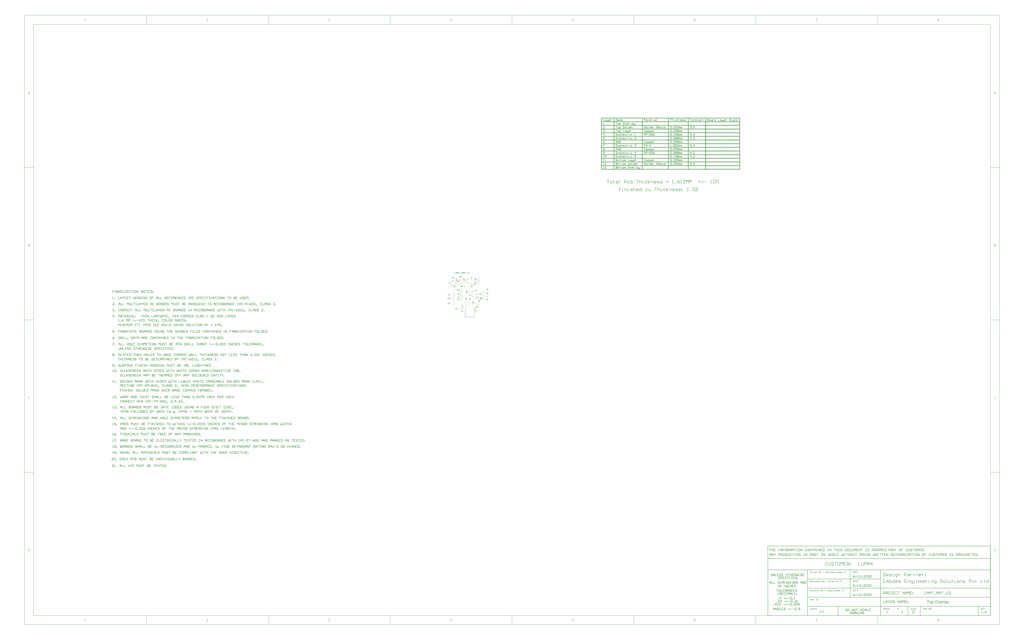
<source format=gto>
G04 Layer_Color=65535*
%FSLAX25Y25*%
%MOIN*%
G70*
G01*
G75*
%ADD21C,0.01500*%
%ADD24C,0.00800*%
%ADD26C,0.00100*%
%ADD27C,0.01000*%
%ADD28C,0.00500*%
%ADD29C,0.00700*%
G36*
X57738Y132900D02*
X57086D01*
Y137185D01*
X55592Y132900D01*
X54985D01*
X53505Y137259D01*
Y132900D01*
X52854D01*
Y138021D01*
X53867D01*
X55081Y134387D01*
Y134380D01*
X55088Y134365D01*
X55096Y134343D01*
X55111Y134306D01*
X55140Y134217D01*
X55177Y134106D01*
X55214Y133980D01*
X55259Y133855D01*
X55296Y133736D01*
X55325Y133633D01*
X55333Y133647D01*
X55340Y133684D01*
X55362Y133751D01*
X55392Y133840D01*
X55429Y133958D01*
X55481Y134099D01*
X55532Y134262D01*
X55599Y134454D01*
X56827Y138021D01*
X57738D01*
Y132900D01*
D02*
G37*
G36*
X33873D02*
X33221D01*
Y137185D01*
X31727Y132900D01*
X31120D01*
X29640Y137259D01*
Y132900D01*
X28989D01*
Y138021D01*
X30002D01*
X31216Y134387D01*
Y134380D01*
X31223Y134365D01*
X31231Y134343D01*
X31246Y134306D01*
X31275Y134217D01*
X31312Y134106D01*
X31349Y133980D01*
X31394Y133855D01*
X31431Y133736D01*
X31460Y133633D01*
X31468Y133647D01*
X31475Y133684D01*
X31497Y133751D01*
X31527Y133840D01*
X31564Y133958D01*
X31616Y134099D01*
X31667Y134262D01*
X31734Y134454D01*
X32962Y138021D01*
X33873D01*
Y132900D01*
D02*
G37*
G36*
X69356D02*
X68645D01*
X66662Y138021D01*
X67402D01*
X68734Y134299D01*
Y134291D01*
X68741Y134276D01*
X68749Y134254D01*
X68764Y134225D01*
X68771Y134180D01*
X68786Y134136D01*
X68823Y134025D01*
X68867Y133899D01*
X68912Y133758D01*
X69000Y133462D01*
Y133470D01*
X69008Y133485D01*
X69015Y133507D01*
X69023Y133536D01*
X69045Y133618D01*
X69082Y133729D01*
X69119Y133855D01*
X69163Y133995D01*
X69215Y134143D01*
X69274Y134299D01*
X70665Y138021D01*
X71354D01*
X69356Y132900D01*
D02*
G37*
G36*
X1587326Y-941993D02*
X1587451Y-942007D01*
X1587589Y-942035D01*
X1587742Y-942063D01*
X1587923Y-942091D01*
X1588297Y-942216D01*
X1588492Y-942285D01*
X1588686Y-942382D01*
X1588880Y-942479D01*
X1589075Y-942618D01*
X1589255Y-942757D01*
X1589435Y-942923D01*
X1589449Y-942937D01*
X1589477Y-942965D01*
X1589519Y-943021D01*
X1589574Y-943090D01*
X1589644Y-943187D01*
X1589727Y-943312D01*
X1589810Y-943451D01*
X1589894Y-943604D01*
X1589977Y-943770D01*
X1590060Y-943978D01*
X1590143Y-944186D01*
X1590213Y-944422D01*
X1590268Y-944672D01*
X1590310Y-944936D01*
X1590338Y-945214D01*
X1590352Y-945519D01*
Y-945533D01*
Y-945574D01*
Y-945644D01*
Y-945741D01*
X1590338Y-945852D01*
X1590324Y-945991D01*
Y-946130D01*
X1590296Y-946282D01*
X1590254Y-946629D01*
X1590171Y-946976D01*
X1590074Y-947323D01*
X1589935Y-947643D01*
Y-947657D01*
X1589921Y-947670D01*
X1589894Y-947712D01*
X1589866Y-947768D01*
X1589769Y-947906D01*
X1589644Y-948073D01*
X1589477Y-948267D01*
X1589269Y-948462D01*
X1589033Y-948656D01*
X1588755Y-948836D01*
X1588741D01*
X1588728Y-948850D01*
X1588686Y-948878D01*
X1588617Y-948906D01*
X1588547Y-948933D01*
X1588464Y-948961D01*
X1588256Y-949045D01*
X1588020Y-949114D01*
X1587728Y-949183D01*
X1587423Y-949239D01*
X1587090Y-949253D01*
X1586951D01*
X1586840Y-949239D01*
X1586715Y-949225D01*
X1586576Y-949197D01*
X1586410Y-949169D01*
X1586243Y-949142D01*
X1585868Y-949031D01*
X1585660Y-948947D01*
X1585466Y-948864D01*
X1585271Y-948753D01*
X1585077Y-948628D01*
X1584897Y-948489D01*
X1584716Y-948323D01*
X1584702Y-948309D01*
X1584675Y-948281D01*
X1584633Y-948226D01*
X1584577Y-948142D01*
X1584508Y-948045D01*
X1584439Y-947934D01*
X1584355Y-947795D01*
X1584272Y-947629D01*
X1584189Y-947448D01*
X1584106Y-947240D01*
X1584036Y-947018D01*
X1583967Y-946782D01*
X1583911Y-946518D01*
X1583870Y-946241D01*
X1583842Y-945935D01*
X1583828Y-945616D01*
Y-945588D01*
Y-945533D01*
X1583842Y-945436D01*
Y-945297D01*
X1583856Y-945144D01*
X1583883Y-944950D01*
X1583911Y-944756D01*
X1583967Y-944534D01*
X1584022Y-944311D01*
X1584092Y-944075D01*
X1584175Y-943826D01*
X1584286Y-943590D01*
X1584397Y-943368D01*
X1584550Y-943145D01*
X1584702Y-942937D01*
X1584897Y-942757D01*
X1584911Y-942743D01*
X1584938Y-942729D01*
X1584994Y-942687D01*
X1585063Y-942632D01*
X1585147Y-942576D01*
X1585258Y-942507D01*
X1585369Y-942438D01*
X1585507Y-942368D01*
X1585660Y-942299D01*
X1585827Y-942229D01*
X1586201Y-942105D01*
X1586632Y-942007D01*
X1586854Y-941993D01*
X1587090Y-941980D01*
X1587229D01*
X1587326Y-941993D01*
D02*
G37*
G36*
X1607521Y-939342D02*
X1607646D01*
X1607771Y-939356D01*
X1607938Y-939384D01*
X1608104Y-939412D01*
X1608465Y-939481D01*
X1608881Y-939592D01*
X1609284Y-939759D01*
X1609492Y-939856D01*
X1609700Y-939967D01*
X1609714Y-939981D01*
X1609742Y-939995D01*
X1609797Y-940036D01*
X1609881Y-940078D01*
X1609964Y-940147D01*
X1610075Y-940231D01*
X1610311Y-940425D01*
X1610561Y-940675D01*
X1610839Y-940980D01*
X1611102Y-941341D01*
X1611324Y-941744D01*
Y-941757D01*
X1611352Y-941799D01*
X1611380Y-941855D01*
X1611408Y-941938D01*
X1611463Y-942049D01*
X1611505Y-942174D01*
X1611560Y-942327D01*
X1611616Y-942493D01*
X1611657Y-942674D01*
X1611713Y-942868D01*
X1611768Y-943090D01*
X1611810Y-943312D01*
X1611866Y-943798D01*
X1611893Y-944325D01*
Y-944339D01*
Y-944395D01*
Y-944464D01*
X1611880Y-944575D01*
Y-944700D01*
X1611866Y-944853D01*
X1611838Y-945019D01*
X1611824Y-945200D01*
X1611755Y-945602D01*
X1611643Y-946046D01*
X1611491Y-946491D01*
X1611408Y-946713D01*
X1611296Y-946935D01*
Y-946949D01*
X1611269Y-946990D01*
X1611241Y-947046D01*
X1611185Y-947129D01*
X1611130Y-947226D01*
X1611061Y-947323D01*
X1610866Y-947587D01*
X1610630Y-947865D01*
X1610353Y-948156D01*
X1610020Y-948434D01*
X1609631Y-948684D01*
X1609617D01*
X1609589Y-948711D01*
X1609520Y-948739D01*
X1609437Y-948781D01*
X1609339Y-948822D01*
X1609228Y-948864D01*
X1609090Y-948920D01*
X1608937Y-948975D01*
X1608770Y-949031D01*
X1608590Y-949086D01*
X1608187Y-949169D01*
X1607757Y-949239D01*
X1607299Y-949267D01*
X1607160D01*
X1607077Y-949253D01*
X1606952D01*
X1606813Y-949225D01*
X1606661Y-949211D01*
X1606480Y-949183D01*
X1606105Y-949100D01*
X1605703Y-948989D01*
X1605286Y-948822D01*
X1605078Y-948725D01*
X1604870Y-948614D01*
X1604856Y-948600D01*
X1604828Y-948586D01*
X1604773Y-948545D01*
X1604690Y-948489D01*
X1604606Y-948434D01*
X1604509Y-948351D01*
X1604273Y-948142D01*
X1604009Y-947892D01*
X1603732Y-947587D01*
X1603482Y-947240D01*
X1603246Y-946838D01*
Y-946824D01*
X1603218Y-946782D01*
X1603191Y-946727D01*
X1603163Y-946643D01*
X1603121Y-946532D01*
X1603080Y-946407D01*
X1603024Y-946268D01*
X1602982Y-946116D01*
X1602927Y-945935D01*
X1602871Y-945755D01*
X1602788Y-945339D01*
X1602733Y-944908D01*
X1602705Y-944436D01*
Y-944422D01*
Y-944409D01*
Y-944325D01*
X1602719Y-944200D01*
Y-944034D01*
X1602746Y-943839D01*
X1602774Y-943604D01*
X1602816Y-943340D01*
X1602871Y-943062D01*
X1602927Y-942771D01*
X1603010Y-942465D01*
X1603121Y-942160D01*
X1603246Y-941841D01*
X1603385Y-941535D01*
X1603565Y-941230D01*
X1603760Y-940952D01*
X1603982Y-940689D01*
X1603996Y-940675D01*
X1604037Y-940633D01*
X1604121Y-940564D01*
X1604218Y-940481D01*
X1604343Y-940370D01*
X1604495Y-940258D01*
X1604676Y-940133D01*
X1604884Y-940009D01*
X1605106Y-939884D01*
X1605356Y-939759D01*
X1605634Y-939648D01*
X1605925Y-939537D01*
X1606244Y-939453D01*
X1606577Y-939384D01*
X1606924Y-939342D01*
X1607299Y-939328D01*
X1607424D01*
X1607521Y-939342D01*
D02*
G37*
G36*
X73470Y138036D02*
X73566Y138021D01*
X73685Y137999D01*
X73818Y137962D01*
X73951Y137917D01*
X74084Y137858D01*
X74092D01*
X74099Y137851D01*
X74143Y137828D01*
X74210Y137784D01*
X74284Y137732D01*
X74373Y137658D01*
X74462Y137577D01*
X74550Y137481D01*
X74624Y137370D01*
X74632Y137355D01*
X74654Y137318D01*
X74684Y137251D01*
X74721Y137170D01*
X74758Y137074D01*
X74787Y136963D01*
X74809Y136837D01*
X74817Y136711D01*
Y136696D01*
Y136652D01*
X74809Y136593D01*
X74795Y136511D01*
X74772Y136415D01*
X74735Y136311D01*
X74691Y136208D01*
X74632Y136104D01*
X74624Y136089D01*
X74602Y136060D01*
X74558Y136008D01*
X74499Y135949D01*
X74425Y135882D01*
X74336Y135808D01*
X74232Y135742D01*
X74106Y135675D01*
X74114D01*
X74129Y135668D01*
X74151Y135660D01*
X74180Y135653D01*
X74262Y135623D01*
X74365Y135579D01*
X74484Y135520D01*
X74602Y135446D01*
X74713Y135349D01*
X74817Y135238D01*
X74824Y135224D01*
X74854Y135179D01*
X74898Y135105D01*
X74943Y135009D01*
X74987Y134891D01*
X75031Y134750D01*
X75061Y134587D01*
X75068Y134410D01*
Y134402D01*
Y134380D01*
Y134343D01*
X75061Y134299D01*
X75054Y134239D01*
X75039Y134173D01*
X75024Y134099D01*
X75009Y134017D01*
X74950Y133840D01*
X74906Y133744D01*
X74861Y133655D01*
X74802Y133559D01*
X74735Y133462D01*
X74661Y133366D01*
X74573Y133277D01*
X74565Y133270D01*
X74550Y133255D01*
X74521Y133233D01*
X74484Y133203D01*
X74439Y133166D01*
X74380Y133129D01*
X74314Y133085D01*
X74232Y133048D01*
X74151Y133004D01*
X74055Y132959D01*
X73958Y132922D01*
X73847Y132885D01*
X73729Y132856D01*
X73603Y132833D01*
X73477Y132819D01*
X73337Y132811D01*
X73270D01*
X73226Y132819D01*
X73167Y132826D01*
X73100Y132833D01*
X73026Y132848D01*
X72945Y132863D01*
X72767Y132907D01*
X72582Y132981D01*
X72486Y133026D01*
X72397Y133078D01*
X72308Y133144D01*
X72219Y133211D01*
X72212Y133218D01*
X72197Y133233D01*
X72175Y133255D01*
X72153Y133285D01*
X72116Y133322D01*
X72079Y133374D01*
X72034Y133425D01*
X71990Y133492D01*
X71946Y133566D01*
X71901Y133640D01*
X71820Y133818D01*
X71753Y134025D01*
X71731Y134136D01*
X71716Y134254D01*
X72345Y134336D01*
Y134328D01*
X72353Y134313D01*
X72360Y134284D01*
X72367Y134247D01*
X72375Y134202D01*
X72390Y134151D01*
X72427Y134040D01*
X72478Y133906D01*
X72545Y133781D01*
X72619Y133662D01*
X72708Y133559D01*
X72723Y133551D01*
X72752Y133522D01*
X72811Y133485D01*
X72885Y133448D01*
X72974Y133403D01*
X73085Y133366D01*
X73211Y133337D01*
X73344Y133329D01*
X73389D01*
X73418Y133337D01*
X73500Y133344D01*
X73603Y133366D01*
X73722Y133403D01*
X73847Y133455D01*
X73973Y133529D01*
X74092Y133633D01*
X74106Y133647D01*
X74143Y133692D01*
X74188Y133758D01*
X74247Y133847D01*
X74306Y133958D01*
X74351Y134084D01*
X74388Y134232D01*
X74402Y134395D01*
Y134402D01*
Y134417D01*
Y134439D01*
X74395Y134469D01*
X74388Y134550D01*
X74365Y134646D01*
X74336Y134765D01*
X74284Y134883D01*
X74210Y135002D01*
X74114Y135113D01*
X74099Y135127D01*
X74062Y135157D01*
X74003Y135201D01*
X73921Y135253D01*
X73818Y135305D01*
X73692Y135349D01*
X73551Y135379D01*
X73396Y135394D01*
X73329D01*
X73278Y135386D01*
X73211Y135379D01*
X73137Y135364D01*
X73048Y135349D01*
X72952Y135327D01*
X73026Y135882D01*
X73063D01*
X73093Y135875D01*
X73189D01*
X73270Y135890D01*
X73366Y135904D01*
X73477Y135927D01*
X73603Y135964D01*
X73722Y136015D01*
X73847Y136082D01*
X73855D01*
X73862Y136089D01*
X73899Y136119D01*
X73951Y136171D01*
X74010Y136237D01*
X74069Y136334D01*
X74121Y136445D01*
X74158Y136570D01*
X74173Y136644D01*
Y136726D01*
Y136733D01*
Y136741D01*
Y136785D01*
X74158Y136844D01*
X74143Y136926D01*
X74114Y137014D01*
X74077Y137111D01*
X74018Y137207D01*
X73936Y137296D01*
X73929Y137303D01*
X73892Y137333D01*
X73840Y137370D01*
X73773Y137414D01*
X73685Y137451D01*
X73581Y137488D01*
X73463Y137518D01*
X73329Y137525D01*
X73270D01*
X73204Y137510D01*
X73115Y137495D01*
X73019Y137466D01*
X72922Y137429D01*
X72819Y137370D01*
X72723Y137296D01*
X72715Y137288D01*
X72686Y137251D01*
X72641Y137199D01*
X72589Y137125D01*
X72538Y137029D01*
X72486Y136911D01*
X72441Y136770D01*
X72412Y136607D01*
X71783Y136718D01*
Y136726D01*
X71790Y136748D01*
X71798Y136778D01*
X71805Y136822D01*
X71820Y136874D01*
X71842Y136933D01*
X71886Y137074D01*
X71960Y137236D01*
X72049Y137399D01*
X72160Y137555D01*
X72301Y137695D01*
X72308Y137703D01*
X72323Y137710D01*
X72345Y137725D01*
X72375Y137747D01*
X72412Y137777D01*
X72464Y137806D01*
X72515Y137836D01*
X72582Y137873D01*
X72730Y137932D01*
X72900Y137991D01*
X73100Y138028D01*
X73204Y138043D01*
X73389D01*
X73470Y138036D01*
D02*
G37*
G36*
X62511Y137414D02*
X60823D01*
Y132900D01*
X60143D01*
Y137414D01*
X58455D01*
Y138021D01*
X62511D01*
Y137414D01*
D02*
G37*
G36*
X25681Y133507D02*
X28204D01*
Y132900D01*
X25000D01*
Y138021D01*
X25681D01*
Y133507D01*
D02*
G37*
G36*
X66714Y131479D02*
X62548D01*
Y131931D01*
X66714D01*
Y131479D01*
D02*
G37*
G36*
X47622D02*
X43456D01*
Y131931D01*
X47622D01*
Y131479D01*
D02*
G37*
G36*
X52328Y132900D02*
X51559D01*
X50959Y134454D01*
X48813D01*
X48258Y132900D01*
X47540D01*
X49494Y138021D01*
X50234D01*
X52328Y132900D01*
D02*
G37*
G36*
X43419Y137414D02*
X41731D01*
Y132900D01*
X41051D01*
Y137414D01*
X39363D01*
Y138021D01*
X43419D01*
Y137414D01*
D02*
G37*
G36*
X39201Y132900D02*
X38431D01*
X37832Y134454D01*
X35686D01*
X35131Y132900D01*
X34413D01*
X36366Y138021D01*
X37106D01*
X39201Y132900D01*
D02*
G37*
G36*
X1638265Y-941993D02*
X1638474Y-942007D01*
X1638709Y-942035D01*
X1638946Y-942077D01*
X1639181Y-942132D01*
X1639404Y-942202D01*
X1639431Y-942216D01*
X1639501Y-942243D01*
X1639598Y-942285D01*
X1639723Y-942340D01*
X1639862Y-942424D01*
X1640000Y-942507D01*
X1640125Y-942618D01*
X1640236Y-942729D01*
X1640250Y-942743D01*
X1640278Y-942785D01*
X1640320Y-942854D01*
X1640375Y-942937D01*
X1640445Y-943062D01*
X1640500Y-943187D01*
X1640556Y-943340D01*
X1640597Y-943520D01*
Y-943534D01*
X1640611Y-943576D01*
X1640625Y-943659D01*
X1640639Y-943770D01*
Y-943923D01*
X1640653Y-944103D01*
X1640667Y-944339D01*
Y-944603D01*
Y-946185D01*
Y-946199D01*
Y-946255D01*
Y-946338D01*
Y-946449D01*
Y-946574D01*
Y-946727D01*
X1640681Y-947060D01*
Y-947407D01*
X1640694Y-947754D01*
X1640708Y-947906D01*
Y-948045D01*
X1640722Y-948170D01*
X1640736Y-948267D01*
Y-948281D01*
X1640750Y-948337D01*
X1640764Y-948420D01*
X1640805Y-948531D01*
X1640833Y-948656D01*
X1640889Y-948795D01*
X1640958Y-948947D01*
X1641027Y-949100D01*
X1639792D01*
X1639778Y-949086D01*
X1639764Y-949031D01*
X1639737Y-948961D01*
X1639695Y-948850D01*
X1639653Y-948725D01*
X1639626Y-948573D01*
X1639598Y-948406D01*
X1639570Y-948226D01*
X1639556D01*
X1639542Y-948253D01*
X1639459Y-948323D01*
X1639334Y-948420D01*
X1639168Y-948545D01*
X1638959Y-948670D01*
X1638751Y-948808D01*
X1638529Y-948933D01*
X1638293Y-949031D01*
X1638265Y-949045D01*
X1638182Y-949058D01*
X1638057Y-949100D01*
X1637905Y-949142D01*
X1637710Y-949183D01*
X1637488Y-949211D01*
X1637238Y-949239D01*
X1636988Y-949253D01*
X1636877D01*
X1636794Y-949239D01*
X1636697D01*
X1636586Y-949225D01*
X1636336Y-949183D01*
X1636058Y-949114D01*
X1635753Y-949017D01*
X1635476Y-948878D01*
X1635226Y-948697D01*
X1635198Y-948670D01*
X1635129Y-948600D01*
X1635031Y-948475D01*
X1634920Y-948309D01*
X1634809Y-948101D01*
X1634712Y-947865D01*
X1634643Y-947573D01*
X1634629Y-947434D01*
X1634615Y-947268D01*
Y-947240D01*
Y-947185D01*
X1634629Y-947087D01*
X1634643Y-946963D01*
X1634670Y-946810D01*
X1634712Y-946657D01*
X1634768Y-946491D01*
X1634837Y-946338D01*
X1634851Y-946324D01*
X1634879Y-946268D01*
X1634934Y-946185D01*
X1635004Y-946088D01*
X1635087Y-945977D01*
X1635198Y-945866D01*
X1635309Y-945755D01*
X1635448Y-945658D01*
X1635462Y-945644D01*
X1635517Y-945616D01*
X1635587Y-945561D01*
X1635698Y-945505D01*
X1635822Y-945450D01*
X1635975Y-945380D01*
X1636128Y-945325D01*
X1636308Y-945269D01*
X1636322D01*
X1636378Y-945255D01*
X1636461Y-945228D01*
X1636572Y-945214D01*
X1636711Y-945186D01*
X1636891Y-945158D01*
X1637099Y-945116D01*
X1637349Y-945089D01*
X1637363D01*
X1637419Y-945075D01*
X1637488D01*
X1637585Y-945061D01*
X1637696Y-945047D01*
X1637835Y-945019D01*
X1637988Y-945005D01*
X1638154Y-944978D01*
X1638487Y-944908D01*
X1638848Y-944839D01*
X1639168Y-944756D01*
X1639320Y-944714D01*
X1639459Y-944672D01*
Y-944658D01*
Y-944631D01*
X1639473Y-944547D01*
Y-944450D01*
Y-944395D01*
Y-944367D01*
Y-944353D01*
Y-944339D01*
Y-944256D01*
X1639459Y-944117D01*
X1639431Y-943964D01*
X1639390Y-943798D01*
X1639320Y-943631D01*
X1639237Y-943479D01*
X1639126Y-943354D01*
X1639112Y-943340D01*
X1639043Y-943284D01*
X1638932Y-943229D01*
X1638793Y-943145D01*
X1638598Y-943076D01*
X1638376Y-943007D01*
X1638099Y-942965D01*
X1637780Y-942951D01*
X1637641D01*
X1637502Y-942965D01*
X1637308Y-942993D01*
X1637113Y-943021D01*
X1636905Y-943076D01*
X1636711Y-943145D01*
X1636544Y-943243D01*
X1636530Y-943256D01*
X1636475Y-943298D01*
X1636405Y-943368D01*
X1636322Y-943479D01*
X1636239Y-943617D01*
X1636142Y-943798D01*
X1636058Y-944020D01*
X1635975Y-944270D01*
X1634823Y-944117D01*
Y-944103D01*
X1634837Y-944089D01*
Y-944048D01*
X1634851Y-943992D01*
X1634892Y-943867D01*
X1634948Y-943687D01*
X1635017Y-943506D01*
X1635101Y-943312D01*
X1635212Y-943118D01*
X1635337Y-942937D01*
X1635351Y-942923D01*
X1635406Y-942868D01*
X1635489Y-942785D01*
X1635600Y-942674D01*
X1635753Y-942562D01*
X1635933Y-942451D01*
X1636142Y-942327D01*
X1636378Y-942229D01*
X1636392D01*
X1636405Y-942216D01*
X1636447Y-942202D01*
X1636503Y-942188D01*
X1636641Y-942146D01*
X1636836Y-942105D01*
X1637058Y-942063D01*
X1637335Y-942021D01*
X1637627Y-941993D01*
X1637960Y-941980D01*
X1638113D01*
X1638265Y-941993D01*
D02*
G37*
G36*
X1630340D02*
X1630493Y-942021D01*
X1630673Y-942077D01*
X1630867Y-942146D01*
X1631089Y-942243D01*
X1631325Y-942368D01*
X1630895Y-943451D01*
X1630881Y-943437D01*
X1630826Y-943409D01*
X1630742Y-943368D01*
X1630631Y-943326D01*
X1630506Y-943284D01*
X1630354Y-943243D01*
X1630201Y-943215D01*
X1630048Y-943201D01*
X1629979D01*
X1629910Y-943215D01*
X1629812Y-943229D01*
X1629715Y-943256D01*
X1629590Y-943298D01*
X1629465Y-943354D01*
X1629354Y-943437D01*
X1629341Y-943451D01*
X1629299Y-943479D01*
X1629257Y-943534D01*
X1629188Y-943604D01*
X1629118Y-943701D01*
X1629049Y-943812D01*
X1628980Y-943937D01*
X1628924Y-944089D01*
X1628910Y-944117D01*
X1628896Y-944200D01*
X1628869Y-944325D01*
X1628827Y-944492D01*
X1628785Y-944700D01*
X1628758Y-944936D01*
X1628744Y-945186D01*
X1628730Y-945463D01*
Y-949100D01*
X1627550D01*
Y-942132D01*
X1628619D01*
Y-943187D01*
X1628633Y-943173D01*
X1628688Y-943076D01*
X1628758Y-942951D01*
X1628869Y-942799D01*
X1628980Y-942646D01*
X1629105Y-942479D01*
X1629230Y-942340D01*
X1629354Y-942229D01*
X1629368Y-942216D01*
X1629410Y-942188D01*
X1629493Y-942146D01*
X1629576Y-942105D01*
X1629688Y-942063D01*
X1629826Y-942021D01*
X1629965Y-941993D01*
X1630118Y-941980D01*
X1630215D01*
X1630340Y-941993D01*
D02*
G37*
G36*
X1645539Y-949211D02*
Y-949225D01*
X1645525Y-949267D01*
X1645497Y-949322D01*
X1645469Y-949391D01*
X1645427Y-949489D01*
X1645386Y-949600D01*
X1645289Y-949836D01*
X1645192Y-950099D01*
X1645080Y-950363D01*
X1644969Y-950599D01*
X1644914Y-950696D01*
X1644872Y-950793D01*
X1644858Y-950821D01*
X1644817Y-950891D01*
X1644747Y-950988D01*
X1644664Y-951113D01*
X1644553Y-951251D01*
X1644428Y-951390D01*
X1644303Y-951529D01*
X1644151Y-951640D01*
X1644137Y-951654D01*
X1644081Y-951682D01*
X1643998Y-951723D01*
X1643873Y-951779D01*
X1643734Y-951834D01*
X1643567Y-951876D01*
X1643387Y-951904D01*
X1643179Y-951918D01*
X1643123D01*
X1643054Y-951904D01*
X1642957D01*
X1642846Y-951876D01*
X1642721Y-951848D01*
X1642582Y-951820D01*
X1642429Y-951765D01*
X1642304Y-950668D01*
X1642318D01*
X1642374Y-950682D01*
X1642443Y-950696D01*
X1642526Y-950724D01*
X1642749Y-950766D01*
X1642971Y-950780D01*
X1643040D01*
X1643110Y-950766D01*
X1643193D01*
X1643401Y-950724D01*
X1643498Y-950682D01*
X1643595Y-950641D01*
X1643609D01*
X1643637Y-950613D01*
X1643679Y-950585D01*
X1643734Y-950543D01*
X1643859Y-950432D01*
X1643970Y-950280D01*
Y-950266D01*
X1643998Y-950238D01*
X1644026Y-950183D01*
X1644053Y-950099D01*
X1644109Y-949988D01*
X1644164Y-949822D01*
X1644248Y-949627D01*
X1644331Y-949391D01*
Y-949378D01*
X1644359Y-949322D01*
X1644386Y-949225D01*
X1644442Y-949100D01*
X1641805Y-942132D01*
X1643054D01*
X1644511Y-946171D01*
Y-946185D01*
X1644525Y-946199D01*
X1644539Y-946241D01*
X1644553Y-946310D01*
X1644581Y-946379D01*
X1644608Y-946463D01*
X1644678Y-946657D01*
X1644761Y-946893D01*
X1644844Y-947171D01*
X1644928Y-947462D01*
X1645011Y-947781D01*
Y-947768D01*
X1645025Y-947740D01*
X1645039Y-947698D01*
X1645053Y-947643D01*
X1645067Y-947573D01*
X1645094Y-947490D01*
X1645150Y-947282D01*
X1645219Y-947046D01*
X1645316Y-946768D01*
X1645400Y-946491D01*
X1645511Y-946199D01*
X1647010Y-942132D01*
X1648190D01*
X1645539Y-949211D01*
D02*
G37*
G36*
X1616390Y-949100D02*
X1615266D01*
X1612643Y-942132D01*
X1613892D01*
X1615391Y-946310D01*
Y-946324D01*
X1615405Y-946338D01*
X1615419Y-946379D01*
X1615433Y-946421D01*
X1615474Y-946560D01*
X1615530Y-946740D01*
X1615599Y-946949D01*
X1615683Y-947185D01*
X1615752Y-947448D01*
X1615835Y-947712D01*
X1615849Y-947684D01*
X1615863Y-947615D01*
X1615905Y-947504D01*
X1615946Y-947337D01*
X1616016Y-947157D01*
X1616085Y-946921D01*
X1616182Y-946671D01*
X1616279Y-946393D01*
X1617820Y-942132D01*
X1619042D01*
X1616390Y-949100D01*
D02*
G37*
G36*
X1623178Y-941993D02*
X1623289Y-942007D01*
X1623428Y-942035D01*
X1623580Y-942063D01*
X1623761Y-942105D01*
X1623927Y-942146D01*
X1624122Y-942216D01*
X1624302Y-942285D01*
X1624496Y-942382D01*
X1624691Y-942493D01*
X1624885Y-942618D01*
X1625065Y-942771D01*
X1625232Y-942937D01*
X1625246Y-942951D01*
X1625274Y-942979D01*
X1625315Y-943034D01*
X1625371Y-943118D01*
X1625440Y-943215D01*
X1625510Y-943326D01*
X1625593Y-943465D01*
X1625676Y-943631D01*
X1625760Y-943812D01*
X1625843Y-944006D01*
X1625912Y-944228D01*
X1625982Y-944464D01*
X1626037Y-944728D01*
X1626079Y-945005D01*
X1626106Y-945297D01*
X1626120Y-945616D01*
Y-945630D01*
Y-945685D01*
Y-945783D01*
X1626106Y-945922D01*
X1620901D01*
Y-945935D01*
Y-945977D01*
X1620915Y-946033D01*
Y-946116D01*
X1620929Y-946213D01*
X1620957Y-946324D01*
X1620999Y-946574D01*
X1621082Y-946851D01*
X1621193Y-947157D01*
X1621346Y-947434D01*
X1621540Y-947684D01*
X1621554D01*
X1621568Y-947712D01*
X1621651Y-947781D01*
X1621776Y-947879D01*
X1621943Y-947976D01*
X1622165Y-948087D01*
X1622414Y-948184D01*
X1622692Y-948253D01*
X1622845Y-948267D01*
X1623011Y-948281D01*
X1623122D01*
X1623247Y-948267D01*
X1623400Y-948239D01*
X1623566Y-948198D01*
X1623761Y-948142D01*
X1623941Y-948059D01*
X1624122Y-947948D01*
X1624136Y-947934D01*
X1624205Y-947879D01*
X1624288Y-947795D01*
X1624385Y-947684D01*
X1624496Y-947532D01*
X1624621Y-947337D01*
X1624746Y-947115D01*
X1624857Y-946851D01*
X1626079Y-947004D01*
Y-947018D01*
X1626065Y-947046D01*
X1626051Y-947101D01*
X1626023Y-947185D01*
X1625982Y-947268D01*
X1625940Y-947379D01*
X1625829Y-947615D01*
X1625690Y-947879D01*
X1625496Y-948156D01*
X1625274Y-948420D01*
X1624996Y-948670D01*
X1624982D01*
X1624954Y-948697D01*
X1624913Y-948725D01*
X1624857Y-948767D01*
X1624774Y-948808D01*
X1624691Y-948850D01*
X1624580Y-948906D01*
X1624455Y-948961D01*
X1624316Y-949017D01*
X1624177Y-949072D01*
X1623830Y-949156D01*
X1623442Y-949225D01*
X1623011Y-949253D01*
X1622859D01*
X1622761Y-949239D01*
X1622636Y-949225D01*
X1622484Y-949197D01*
X1622317Y-949169D01*
X1622137Y-949142D01*
X1621748Y-949031D01*
X1621540Y-948947D01*
X1621346Y-948864D01*
X1621137Y-948753D01*
X1620943Y-948628D01*
X1620763Y-948489D01*
X1620582Y-948323D01*
X1620568Y-948309D01*
X1620541Y-948281D01*
X1620499Y-948226D01*
X1620443Y-948142D01*
X1620374Y-948045D01*
X1620305Y-947934D01*
X1620221Y-947795D01*
X1620138Y-947643D01*
X1620055Y-947462D01*
X1619971Y-947268D01*
X1619902Y-947046D01*
X1619833Y-946810D01*
X1619777Y-946560D01*
X1619736Y-946282D01*
X1619708Y-945991D01*
X1619694Y-945685D01*
Y-945672D01*
Y-945602D01*
Y-945519D01*
X1619708Y-945394D01*
X1619722Y-945241D01*
X1619736Y-945075D01*
X1619763Y-944880D01*
X1619805Y-944686D01*
X1619916Y-944242D01*
X1619985Y-944020D01*
X1620069Y-943784D01*
X1620180Y-943562D01*
X1620305Y-943354D01*
X1620443Y-943145D01*
X1620596Y-942951D01*
X1620610Y-942937D01*
X1620638Y-942910D01*
X1620693Y-942868D01*
X1620763Y-942799D01*
X1620846Y-942729D01*
X1620957Y-942646D01*
X1621082Y-942549D01*
X1621235Y-942465D01*
X1621387Y-942368D01*
X1621568Y-942285D01*
X1621762Y-942202D01*
X1621970Y-942132D01*
X1622192Y-942063D01*
X1622428Y-942021D01*
X1622678Y-941993D01*
X1622942Y-941980D01*
X1623081D01*
X1623178Y-941993D01*
D02*
G37*
G36*
X1583106Y-940633D02*
X1579942D01*
Y-949100D01*
X1578665D01*
Y-940633D01*
X1575500D01*
Y-939495D01*
X1583106D01*
Y-940633D01*
D02*
G37*
G36*
X1595043Y-941993D02*
X1595140Y-942007D01*
X1595348Y-942035D01*
X1595598Y-942091D01*
X1595862Y-942174D01*
X1596126Y-942299D01*
X1596389Y-942451D01*
X1596403D01*
X1596417Y-942479D01*
X1596500Y-942535D01*
X1596625Y-942646D01*
X1596778Y-942785D01*
X1596945Y-942965D01*
X1597111Y-943187D01*
X1597278Y-943451D01*
X1597416Y-943742D01*
Y-943756D01*
X1597430Y-943784D01*
X1597444Y-943826D01*
X1597472Y-943881D01*
X1597500Y-943964D01*
X1597528Y-944062D01*
X1597597Y-944284D01*
X1597666Y-944561D01*
X1597722Y-944867D01*
X1597764Y-945214D01*
X1597777Y-945574D01*
Y-945588D01*
Y-945616D01*
Y-945672D01*
Y-945755D01*
X1597764Y-945852D01*
Y-945963D01*
X1597736Y-946213D01*
X1597680Y-946518D01*
X1597611Y-946838D01*
X1597514Y-947171D01*
X1597389Y-947504D01*
Y-947518D01*
X1597375Y-947545D01*
X1597347Y-947587D01*
X1597319Y-947643D01*
X1597222Y-947795D01*
X1597097Y-947990D01*
X1596945Y-948198D01*
X1596750Y-948406D01*
X1596528Y-948614D01*
X1596264Y-948808D01*
X1596251D01*
X1596237Y-948822D01*
X1596195Y-948850D01*
X1596140Y-948878D01*
X1596001Y-948947D01*
X1595806Y-949031D01*
X1595570Y-949114D01*
X1595321Y-949183D01*
X1595029Y-949239D01*
X1594738Y-949253D01*
X1594641D01*
X1594530Y-949239D01*
X1594391Y-949225D01*
X1594224Y-949197D01*
X1594044Y-949156D01*
X1593863Y-949100D01*
X1593683Y-949017D01*
X1593669Y-949003D01*
X1593600Y-948975D01*
X1593516Y-948920D01*
X1593405Y-948836D01*
X1593294Y-948753D01*
X1593155Y-948642D01*
X1593030Y-948517D01*
X1592919Y-948378D01*
Y-951765D01*
X1591740D01*
Y-942132D01*
X1592808D01*
Y-943048D01*
X1592822Y-943021D01*
X1592878Y-942965D01*
X1592947Y-942868D01*
X1593058Y-942757D01*
X1593183Y-942618D01*
X1593322Y-942493D01*
X1593489Y-942368D01*
X1593655Y-942257D01*
X1593683Y-942243D01*
X1593738Y-942216D01*
X1593849Y-942174D01*
X1593988Y-942118D01*
X1594155Y-942063D01*
X1594349Y-942021D01*
X1594571Y-941993D01*
X1594821Y-941980D01*
X1594974D01*
X1595043Y-941993D01*
D02*
G37*
G36*
X1633185Y-949100D02*
X1632006D01*
Y-939495D01*
X1633185D01*
Y-949100D01*
D02*
G37*
%LPC*%
G36*
X1587090Y-942951D02*
X1587006D01*
X1586937Y-942965D01*
X1586784Y-942979D01*
X1586576Y-943034D01*
X1586340Y-943118D01*
X1586090Y-943229D01*
X1585855Y-943395D01*
X1585730Y-943506D01*
X1585618Y-943617D01*
Y-943631D01*
X1585591Y-943645D01*
X1585563Y-943687D01*
X1585521Y-943742D01*
X1585480Y-943812D01*
X1585438Y-943895D01*
X1585383Y-944006D01*
X1585327Y-944117D01*
X1585271Y-944256D01*
X1585216Y-944395D01*
X1585174Y-944561D01*
X1585133Y-944742D01*
X1585091Y-944936D01*
X1585063Y-945144D01*
X1585049Y-945380D01*
X1585036Y-945616D01*
Y-945630D01*
Y-945672D01*
Y-945741D01*
X1585049Y-945838D01*
Y-945949D01*
X1585063Y-946074D01*
X1585105Y-946366D01*
X1585174Y-946699D01*
X1585285Y-947032D01*
X1585424Y-947351D01*
X1585521Y-947490D01*
X1585618Y-947629D01*
X1585632D01*
X1585646Y-947657D01*
X1585730Y-947726D01*
X1585855Y-947837D01*
X1586021Y-947948D01*
X1586229Y-948073D01*
X1586479Y-948184D01*
X1586771Y-948253D01*
X1586923Y-948267D01*
X1587090Y-948281D01*
X1587173D01*
X1587243Y-948267D01*
X1587395Y-948239D01*
X1587603Y-948198D01*
X1587825Y-948114D01*
X1588075Y-948003D01*
X1588311Y-947837D01*
X1588436Y-947726D01*
X1588547Y-947615D01*
X1588561Y-947601D01*
X1588575Y-947587D01*
X1588603Y-947545D01*
X1588644Y-947490D01*
X1588686Y-947421D01*
X1588741Y-947337D01*
X1588797Y-947226D01*
X1588853Y-947115D01*
X1588908Y-946976D01*
X1588950Y-946824D01*
X1589005Y-946657D01*
X1589047Y-946477D01*
X1589089Y-946268D01*
X1589116Y-946060D01*
X1589144Y-945824D01*
Y-945574D01*
Y-945561D01*
Y-945519D01*
Y-945450D01*
X1589130Y-945366D01*
Y-945255D01*
X1589116Y-945130D01*
X1589075Y-944839D01*
X1589005Y-944534D01*
X1588894Y-944200D01*
X1588741Y-943895D01*
X1588658Y-943742D01*
X1588547Y-943617D01*
Y-943604D01*
X1588519Y-943590D01*
X1588436Y-943506D01*
X1588311Y-943409D01*
X1588145Y-943284D01*
X1587936Y-943159D01*
X1587687Y-943048D01*
X1587409Y-942979D01*
X1587256Y-942965D01*
X1587090Y-942951D01*
D02*
G37*
G36*
X1607299Y-940425D02*
X1607174D01*
X1607077Y-940439D01*
X1606952Y-940453D01*
X1606827Y-940481D01*
X1606675Y-940508D01*
X1606508Y-940536D01*
X1606147Y-940647D01*
X1605953Y-940730D01*
X1605758Y-940814D01*
X1605550Y-940925D01*
X1605356Y-941050D01*
X1605162Y-941188D01*
X1604981Y-941355D01*
X1604967Y-941369D01*
X1604939Y-941397D01*
X1604898Y-941452D01*
X1604828Y-941535D01*
X1604759Y-941633D01*
X1604676Y-941757D01*
X1604593Y-941910D01*
X1604495Y-942091D01*
X1604412Y-942285D01*
X1604315Y-942521D01*
X1604232Y-942771D01*
X1604162Y-943048D01*
X1604093Y-943354D01*
X1604051Y-943701D01*
X1604023Y-944062D01*
X1604009Y-944450D01*
Y-944464D01*
Y-944520D01*
Y-944617D01*
X1604023Y-944742D01*
X1604037Y-944880D01*
X1604065Y-945047D01*
X1604093Y-945241D01*
X1604121Y-945436D01*
X1604232Y-945880D01*
X1604315Y-946102D01*
X1604398Y-946338D01*
X1604509Y-946560D01*
X1604634Y-946782D01*
X1604773Y-946990D01*
X1604939Y-947185D01*
X1604953Y-947198D01*
X1604981Y-947226D01*
X1605037Y-947282D01*
X1605106Y-947337D01*
X1605203Y-947421D01*
X1605314Y-947504D01*
X1605439Y-947587D01*
X1605578Y-947684D01*
X1605745Y-947781D01*
X1605925Y-947865D01*
X1606119Y-947948D01*
X1606327Y-948031D01*
X1606550Y-948087D01*
X1606772Y-948142D01*
X1607022Y-948170D01*
X1607285Y-948184D01*
X1607355D01*
X1607424Y-948170D01*
X1607521D01*
X1607646Y-948156D01*
X1607785Y-948128D01*
X1607951Y-948101D01*
X1608118Y-948059D01*
X1608312Y-948003D01*
X1608493Y-947934D01*
X1608701Y-947865D01*
X1608895Y-947768D01*
X1609090Y-947643D01*
X1609284Y-947518D01*
X1609478Y-947365D01*
X1609659Y-947185D01*
X1609673Y-947171D01*
X1609700Y-947143D01*
X1609742Y-947073D01*
X1609811Y-946990D01*
X1609881Y-946893D01*
X1609950Y-946768D01*
X1610033Y-946616D01*
X1610131Y-946449D01*
X1610214Y-946255D01*
X1610297Y-946033D01*
X1610367Y-945797D01*
X1610450Y-945547D01*
X1610505Y-945269D01*
X1610547Y-944964D01*
X1610575Y-944645D01*
X1610589Y-944311D01*
Y-944298D01*
Y-944256D01*
Y-944200D01*
Y-944117D01*
X1610575Y-944020D01*
Y-943895D01*
X1610561Y-943770D01*
X1610533Y-943617D01*
X1610492Y-943298D01*
X1610422Y-942965D01*
X1610325Y-942604D01*
X1610186Y-942271D01*
Y-942257D01*
X1610172Y-942229D01*
X1610144Y-942188D01*
X1610117Y-942132D01*
X1610020Y-941966D01*
X1609895Y-941771D01*
X1609728Y-941549D01*
X1609520Y-941327D01*
X1609284Y-941105D01*
X1609020Y-940911D01*
X1609006D01*
X1608992Y-940883D01*
X1608951Y-940869D01*
X1608881Y-940827D01*
X1608812Y-940800D01*
X1608729Y-940758D01*
X1608521Y-940661D01*
X1608271Y-940578D01*
X1607979Y-940494D01*
X1607646Y-940439D01*
X1607299Y-940425D01*
D02*
G37*
G36*
X49849Y137488D02*
Y137481D01*
X49842Y137466D01*
Y137436D01*
X49827Y137407D01*
X49820Y137355D01*
X49805Y137303D01*
X49775Y137177D01*
X49738Y137029D01*
X49686Y136866D01*
X49635Y136689D01*
X49568Y136504D01*
X49013Y135009D01*
X50745D01*
X50212Y136415D01*
Y136422D01*
X50204Y136445D01*
X50190Y136482D01*
X50175Y136526D01*
X50153Y136578D01*
X50130Y136644D01*
X50108Y136718D01*
X50079Y136792D01*
X50019Y136963D01*
X49960Y137140D01*
X49901Y137318D01*
X49849Y137488D01*
D02*
G37*
G36*
X36722D02*
Y137481D01*
X36714Y137466D01*
Y137436D01*
X36699Y137407D01*
X36692Y137355D01*
X36677Y137303D01*
X36648Y137177D01*
X36611Y137029D01*
X36559Y136866D01*
X36507Y136689D01*
X36440Y136504D01*
X35885Y135009D01*
X37617D01*
X37084Y136415D01*
Y136422D01*
X37077Y136445D01*
X37062Y136482D01*
X37047Y136526D01*
X37025Y136578D01*
X37003Y136644D01*
X36981Y136718D01*
X36951Y136792D01*
X36892Y136963D01*
X36833Y137140D01*
X36773Y137318D01*
X36722Y137488D01*
D02*
G37*
G36*
X1639473Y-945602D02*
X1639459D01*
X1639445Y-945616D01*
X1639404Y-945630D01*
X1639348Y-945644D01*
X1639279Y-945672D01*
X1639195Y-945699D01*
X1639098Y-945727D01*
X1638987Y-945755D01*
X1638862Y-945797D01*
X1638709Y-945824D01*
X1638557Y-945866D01*
X1638376Y-945908D01*
X1638182Y-945949D01*
X1637988Y-945991D01*
X1637766Y-946019D01*
X1637530Y-946060D01*
X1637502D01*
X1637419Y-946074D01*
X1637280Y-946102D01*
X1637127Y-946130D01*
X1636961Y-946157D01*
X1636794Y-946199D01*
X1636641Y-946241D01*
X1636503Y-946296D01*
X1636489D01*
X1636447Y-946324D01*
X1636392Y-946352D01*
X1636336Y-946393D01*
X1636169Y-946504D01*
X1636031Y-946671D01*
Y-946685D01*
X1636003Y-946713D01*
X1635989Y-946768D01*
X1635961Y-946838D01*
X1635933Y-946921D01*
X1635906Y-947004D01*
X1635892Y-947115D01*
X1635878Y-947226D01*
Y-947240D01*
Y-947309D01*
X1635892Y-947393D01*
X1635920Y-947504D01*
X1635961Y-947629D01*
X1636031Y-947754D01*
X1636114Y-947892D01*
X1636225Y-948017D01*
X1636239Y-948031D01*
X1636294Y-948059D01*
X1636378Y-948114D01*
X1636489Y-948170D01*
X1636641Y-948226D01*
X1636822Y-948281D01*
X1637030Y-948309D01*
X1637280Y-948323D01*
X1637391D01*
X1637530Y-948309D01*
X1637682Y-948281D01*
X1637877Y-948253D01*
X1638071Y-948198D01*
X1638279Y-948128D01*
X1638487Y-948031D01*
X1638515Y-948017D01*
X1638571Y-947976D01*
X1638668Y-947906D01*
X1638779Y-947809D01*
X1638904Y-947698D01*
X1639043Y-947559D01*
X1639154Y-947393D01*
X1639265Y-947212D01*
X1639279Y-947198D01*
X1639293Y-947143D01*
X1639320Y-947046D01*
X1639362Y-946921D01*
X1639404Y-946754D01*
X1639431Y-946560D01*
X1639445Y-946324D01*
X1639459Y-946046D01*
X1639473Y-945602D01*
D02*
G37*
G36*
X1622956Y-942951D02*
X1622872D01*
X1622817Y-942965D01*
X1622664Y-942979D01*
X1622484Y-943021D01*
X1622262Y-943090D01*
X1622026Y-943187D01*
X1621804Y-943326D01*
X1621582Y-943506D01*
X1621554Y-943534D01*
X1621498Y-943604D01*
X1621401Y-943728D01*
X1621304Y-943895D01*
X1621193Y-944089D01*
X1621096Y-944339D01*
X1621012Y-944631D01*
X1620971Y-944950D01*
X1624871D01*
Y-944936D01*
Y-944908D01*
X1624857Y-944867D01*
Y-944811D01*
X1624829Y-944645D01*
X1624788Y-944464D01*
X1624718Y-944242D01*
X1624649Y-944034D01*
X1624538Y-943826D01*
X1624413Y-943645D01*
Y-943631D01*
X1624385Y-943617D01*
X1624316Y-943534D01*
X1624191Y-943423D01*
X1624025Y-943298D01*
X1623816Y-943173D01*
X1623566Y-943062D01*
X1623275Y-942979D01*
X1623122Y-942965D01*
X1622956Y-942951D01*
D02*
G37*
G36*
X1594710Y-942910D02*
X1594641D01*
X1594585Y-942923D01*
X1594446Y-942951D01*
X1594266Y-942993D01*
X1594058Y-943076D01*
X1593836Y-943201D01*
X1593711Y-943284D01*
X1593600Y-943381D01*
X1593489Y-943493D01*
X1593377Y-943617D01*
Y-943631D01*
X1593350Y-943645D01*
X1593322Y-943687D01*
X1593294Y-943742D01*
X1593252Y-943826D01*
X1593197Y-943909D01*
X1593141Y-944020D01*
X1593100Y-944131D01*
X1593044Y-944270D01*
X1592989Y-944422D01*
X1592947Y-944589D01*
X1592892Y-944769D01*
X1592864Y-944978D01*
X1592836Y-945186D01*
X1592808Y-945408D01*
Y-945658D01*
Y-945672D01*
Y-945713D01*
Y-945783D01*
X1592822Y-945880D01*
Y-945991D01*
X1592836Y-946116D01*
X1592878Y-946407D01*
X1592947Y-946740D01*
X1593030Y-947060D01*
X1593169Y-947379D01*
X1593252Y-947518D01*
X1593350Y-947643D01*
X1593377Y-947670D01*
X1593447Y-947740D01*
X1593558Y-947851D01*
X1593711Y-947962D01*
X1593905Y-948073D01*
X1594127Y-948184D01*
X1594377Y-948253D01*
X1594516Y-948267D01*
X1594654Y-948281D01*
X1594738D01*
X1594793Y-948267D01*
X1594932Y-948239D01*
X1595126Y-948198D01*
X1595335Y-948114D01*
X1595557Y-948003D01*
X1595779Y-947837D01*
X1595890Y-947740D01*
X1596001Y-947629D01*
Y-947615D01*
X1596029Y-947601D01*
X1596056Y-947559D01*
X1596084Y-947504D01*
X1596140Y-947434D01*
X1596181Y-947337D01*
X1596237Y-947240D01*
X1596292Y-947115D01*
X1596334Y-946990D01*
X1596389Y-946824D01*
X1596445Y-946657D01*
X1596487Y-946477D01*
X1596514Y-946268D01*
X1596542Y-946046D01*
X1596570Y-945810D01*
Y-945561D01*
Y-945547D01*
Y-945505D01*
Y-945436D01*
X1596556Y-945339D01*
Y-945228D01*
X1596542Y-945103D01*
X1596500Y-944811D01*
X1596431Y-944492D01*
X1596334Y-944173D01*
X1596195Y-943853D01*
X1596112Y-943701D01*
X1596015Y-943576D01*
Y-943562D01*
X1595987Y-943548D01*
X1595918Y-943465D01*
X1595806Y-943368D01*
X1595654Y-943243D01*
X1595459Y-943118D01*
X1595237Y-943007D01*
X1594987Y-942937D01*
X1594849Y-942923D01*
X1594710Y-942910D01*
D02*
G37*
%LPD*%
D21*
X507250Y631550D02*
X961130D01*
X507250Y643550D02*
X961130D01*
X507250Y475550D02*
Y643550D01*
Y475550D02*
X548241D01*
X507250Y487550D02*
X548241D01*
X507250Y499550D02*
X548241D01*
X507250Y511550D02*
X548241D01*
X507250Y523550D02*
X548241D01*
X507250Y535550D02*
X548241D01*
X507250Y547550D02*
X548241D01*
X507250Y559550D02*
X548241D01*
X507250Y571550D02*
X548241D01*
X507250Y583550D02*
X548241D01*
X507250Y595550D02*
X548241D01*
X507250Y607550D02*
X548241D01*
X507250Y619550D02*
X548241D01*
Y475550D02*
Y643550D01*
Y475550D02*
X641216D01*
X548241Y487550D02*
X641216D01*
X548241Y499550D02*
X641216D01*
X548241Y511550D02*
X641216D01*
X548241Y523550D02*
X641216D01*
X548241Y535550D02*
X641216D01*
X548241Y547550D02*
X641216D01*
X548241Y559550D02*
X641216D01*
X548241Y571550D02*
X641216D01*
X548241Y583550D02*
X641216D01*
X548241Y595550D02*
X641216D01*
X548241Y607550D02*
X641216D01*
X548241Y619550D02*
X641216D01*
Y475550D02*
Y643550D01*
Y475550D02*
X727192D01*
X641216Y487550D02*
X727192D01*
X641216Y499550D02*
X727192D01*
X641216Y511550D02*
X727192D01*
X641216Y523550D02*
X727192D01*
X641216Y535550D02*
X727192D01*
X641216Y547550D02*
X727192D01*
X641216Y559550D02*
X727192D01*
X641216Y571550D02*
X727192D01*
X641216Y583550D02*
X727192D01*
X641216Y595550D02*
X727192D01*
X641216Y607550D02*
X727192D01*
X641216Y619550D02*
X727192D01*
Y475550D02*
Y643550D01*
Y475550D02*
X792176D01*
X727192Y487550D02*
X792176D01*
X727192Y499550D02*
X792176D01*
X727192Y511550D02*
X792176D01*
X727192Y523550D02*
X792176D01*
X727192Y535550D02*
X792176D01*
X727192Y547550D02*
X792176D01*
X727192Y559550D02*
X792176D01*
X727192Y571550D02*
X792176D01*
X727192Y583550D02*
X792176D01*
X727192Y595550D02*
X792176D01*
X727192Y607550D02*
X792176D01*
X727192Y619550D02*
X792176D01*
Y475550D02*
Y643550D01*
Y475550D02*
X849162D01*
X792176Y487550D02*
X849162D01*
X792176Y499550D02*
X849162D01*
X792176Y511550D02*
X849162D01*
X792176Y523550D02*
X849162D01*
X792176Y535550D02*
X849162D01*
X792176Y547550D02*
X849162D01*
X792176Y559550D02*
X849162D01*
X792176Y571550D02*
X849162D01*
X792176Y583550D02*
X849162D01*
X792176Y595550D02*
X849162D01*
X792176Y607550D02*
X849162D01*
X792176Y619550D02*
X849162D01*
Y475550D02*
Y643550D01*
Y475550D02*
X961130D01*
X849162Y487550D02*
X961130D01*
X849162Y499550D02*
X961130D01*
X849162Y511550D02*
X961130D01*
X849162Y523550D02*
X961130D01*
X849162Y535550D02*
X961130D01*
X849162Y547550D02*
X961130D01*
X849162Y559550D02*
X961130D01*
X849162Y571550D02*
X961130D01*
X849162Y583550D02*
X961130D01*
X849162Y595550D02*
X961130D01*
X849162Y607550D02*
X961130D01*
X849162Y619550D02*
X961130D01*
Y475550D02*
Y643550D01*
D24*
X94554Y20250D02*
G03*
X94554Y20250I-1304J0D01*
G01*
X25657Y94575D02*
G03*
X25657Y94575I-500J0D01*
G01*
X54500Y59000D02*
G03*
X54500Y59000I-500J0D01*
G01*
X50894Y98276D02*
G03*
X50894Y98276I-500J0D01*
G01*
X86350Y57900D02*
G03*
X86350Y57900I-500J0D01*
G01*
X75303Y101858D02*
G03*
X75303Y101858I-500J0D01*
G01*
X124988Y58906D02*
G03*
X124988Y58906I-500J0D01*
G01*
X53815Y15057D02*
Y24900D01*
X47122Y15057D02*
Y24900D01*
X19598Y32394D02*
X24698D01*
X19598Y39283D02*
X24798D01*
X19600Y48024D02*
X24700D01*
X19600Y54913D02*
X24800D01*
X95948Y31300D02*
X98348Y31300D01*
X95948Y27300D02*
X98348Y27300D01*
X84333Y31300D02*
X86733D01*
X84333Y27300D02*
X86733Y27300D01*
X72717Y31300D02*
X75117Y31300D01*
X72717Y27300D02*
X75117Y27300D01*
X61101Y31300D02*
X63501Y31300D01*
X61101Y27300D02*
X63501Y27300D01*
X41482Y14100D02*
Y19200D01*
X34592Y14100D02*
Y19300D01*
X67800Y69900D02*
Y73900D01*
X73400Y69900D02*
Y73900D01*
X102300Y112369D02*
X106300D01*
X102300Y117969D02*
X106300D01*
X102300Y110969D02*
X106300D01*
X102300Y105369D02*
X106300D01*
X102300Y98369D02*
X106300D01*
X102300Y103969D02*
X106300D01*
X89148Y35049D02*
Y39049D01*
X94748Y35049D02*
Y39049D01*
X131000Y64800D02*
X135000Y64800D01*
X131000Y59200D02*
X135000D01*
X132000Y51539D02*
X134000Y51539D01*
X132001Y56461D02*
X134001Y56461D01*
X131700Y72839D02*
X133700D01*
X131701Y77761D02*
X133701D01*
X83000Y79461D02*
X85000D01*
X82999Y74539D02*
X84999D01*
X105261Y64700D02*
Y66700D01*
X100339Y64701D02*
X100339Y66701D01*
X92800Y63300D02*
Y67300D01*
X98400Y63300D02*
Y67300D01*
X19500Y114661D02*
X21500D01*
X19499Y109739D02*
X21499D01*
X14000Y92461D02*
X16000Y92461D01*
X13999Y87539D02*
X15999D01*
X28700Y99000D02*
Y103000D01*
X34300Y99000D02*
Y103000D01*
X90259Y-9254D02*
Y21246D01*
X60350Y-9254D02*
Y21337D01*
Y-9254D02*
X90259D01*
X102500Y30400D02*
Y34400D01*
X108100Y30400D02*
Y34400D01*
X17343Y95472D02*
X21280D01*
X17343D02*
Y98813D01*
Y107677D02*
X21280D01*
X17343Y104337D02*
Y107677D01*
X21280Y95472D02*
X22658D01*
X21280Y107677D02*
X22658D01*
X44901Y59803D02*
X48838D01*
X44901D02*
Y63143D01*
Y72008D02*
X48838D01*
X44901Y68668D02*
Y72008D01*
X48838Y59803D02*
X50217D01*
X48838Y72008D02*
X50217D01*
X42579Y99173D02*
X46516D01*
X42579D02*
Y102513D01*
Y111378D02*
X46516D01*
X42579Y108038D02*
Y111378D01*
X46516Y99173D02*
X47894D01*
X46516Y111378D02*
X47894D01*
X80846Y59803D02*
X84783D01*
X80846D02*
Y63143D01*
Y72008D02*
X84783D01*
X80846Y68668D02*
Y72008D01*
X84783Y59803D02*
X86161D01*
X84783Y72008D02*
X86161D01*
X66988Y102756D02*
X70925D01*
X66988D02*
Y106096D01*
Y114961D02*
X70925D01*
X66988Y111620D02*
Y114961D01*
X70925Y102756D02*
X72303D01*
X70925Y114961D02*
X72303D01*
X116673Y59803D02*
X120610D01*
X116673D02*
Y63143D01*
Y72008D02*
X120610D01*
X116673Y68668D02*
Y72008D01*
X120610Y59803D02*
X121988D01*
X120610Y72008D02*
X121988D01*
X46500Y52200D02*
X50500D01*
X46500Y57800D02*
X50500D01*
X47500Y49961D02*
X49500D01*
X47499Y45039D02*
X49499D01*
X52500Y102700D02*
Y106700D01*
X58100Y102700D02*
Y106700D01*
X57600Y87939D02*
X59600D01*
X57601Y92861D02*
X59601D01*
X44900Y118461D02*
X46900D01*
X44899Y113539D02*
X46899D01*
X77100Y100500D02*
X81100D01*
X77100Y94900D02*
X81100D01*
X71400Y92861D02*
X73400D01*
X71399Y87939D02*
X73399D01*
X79039Y108000D02*
Y110000D01*
X83961Y107999D02*
Y109999D01*
X47000Y80261D02*
X49000D01*
X46999Y75339D02*
X48999D01*
X19600Y60055D02*
X24700D01*
X19600Y66945D02*
X24800D01*
X115100Y49500D02*
Y53500D01*
X120700Y49500D02*
Y53500D01*
X61100Y36700D02*
Y40700D01*
X66700Y36700D02*
Y40700D01*
X72950Y35449D02*
Y39449D01*
X78550Y35449D02*
Y39449D01*
D26*
X955130Y475550D02*
X961130Y481550D01*
X949130Y475550D02*
X961130Y487550D01*
X943130Y475550D02*
X955130Y487550D01*
X937130Y475550D02*
X949130Y487550D01*
X931130Y475550D02*
X943130Y487550D01*
X925130Y475550D02*
X937130Y487550D01*
X919130Y475550D02*
X931130Y487550D01*
X913130Y475550D02*
X925130Y487550D01*
X907130Y475550D02*
X919130Y487550D01*
X901130Y475550D02*
X913130Y487550D01*
X895130Y475550D02*
X907130Y487550D01*
X889130Y475550D02*
X901130Y487550D01*
X883130Y475550D02*
X895130Y487550D01*
X877130Y475550D02*
X889130Y487550D01*
X871130Y475550D02*
X883130Y487550D01*
X865130Y475550D02*
X877130Y487550D01*
X859130Y475550D02*
X871130Y487550D01*
X853130Y475550D02*
X865130Y487550D01*
X849162Y477582D02*
X859130Y487550D01*
X849162Y483582D02*
X853130Y487550D01*
X955130D02*
X961130Y493550D01*
X949130Y487550D02*
X961130Y499550D01*
X943130Y487550D02*
X955130Y499550D01*
X937130Y487550D02*
X949130Y499550D01*
X931130Y487550D02*
X943130Y499550D01*
X925130Y487550D02*
X937130Y499550D01*
X919130Y487550D02*
X931130Y499550D01*
X913130Y487550D02*
X925130Y499550D01*
X907130Y487550D02*
X919130Y499550D01*
X901130Y487550D02*
X913130Y499550D01*
X895130Y487550D02*
X907130Y499550D01*
X889130Y487550D02*
X901130Y499550D01*
X883130Y487550D02*
X895130Y499550D01*
X877130Y487550D02*
X889130Y499550D01*
X871130Y487550D02*
X883130Y499550D01*
X865130Y487550D02*
X877130Y499550D01*
X859130Y487550D02*
X871130Y499550D01*
X853130Y487550D02*
X865130Y499550D01*
X849162Y489582D02*
X859130Y499550D01*
X849162Y495582D02*
X853130Y499550D01*
X955130D02*
X961130Y505550D01*
X949130Y499550D02*
X961130Y511550D01*
X943130Y499550D02*
X955130Y511550D01*
X937130Y499550D02*
X949130Y511550D01*
X931130Y499550D02*
X943130Y511550D01*
X925130Y499550D02*
X937130Y511550D01*
X919130Y499550D02*
X931130Y511550D01*
X913130Y499550D02*
X925130Y511550D01*
X907130Y499550D02*
X919130Y511550D01*
X901130Y499550D02*
X913130Y511550D01*
X895130Y499550D02*
X907130Y511550D01*
X889130Y499550D02*
X901130Y511550D01*
X883130Y499550D02*
X895130Y511550D01*
X877130Y499550D02*
X889130Y511550D01*
X871130Y499550D02*
X883130Y511550D01*
X865130Y499550D02*
X877130Y511550D01*
X859130Y499550D02*
X871130Y511550D01*
X853130Y499550D02*
X865130Y511550D01*
X849162Y501582D02*
X859130Y511550D01*
X849162Y507582D02*
X853130Y511550D01*
X955130D02*
X961130Y517550D01*
X949130Y511550D02*
X961130Y523550D01*
X943130Y511550D02*
X955130Y523550D01*
X937130Y511550D02*
X949130Y523550D01*
X931130Y511550D02*
X943130Y523550D01*
X925130Y511550D02*
X937130Y523550D01*
X919130Y511550D02*
X931130Y523550D01*
X913130Y511550D02*
X925130Y523550D01*
X907130Y511550D02*
X919130Y523550D01*
X901130Y511550D02*
X913130Y523550D01*
X895130Y511550D02*
X907130Y523550D01*
X889130Y511550D02*
X901130Y523550D01*
X883130Y511550D02*
X895130Y523550D01*
X877130Y511550D02*
X889130Y523550D01*
X871130Y511550D02*
X883130Y523550D01*
X865130Y511550D02*
X877130Y523550D01*
X859130Y511550D02*
X871130Y523550D01*
X853130Y511550D02*
X865130Y523550D01*
X849162Y513582D02*
X859130Y523550D01*
X849162Y519582D02*
X853130Y523550D01*
X955130D02*
X961130Y529550D01*
X949130Y523550D02*
X961130Y535550D01*
X943130Y523550D02*
X955130Y535550D01*
X937130Y523550D02*
X949130Y535550D01*
X931130Y523550D02*
X943130Y535550D01*
X925130Y523550D02*
X937130Y535550D01*
X919130Y523550D02*
X931130Y535550D01*
X913130Y523550D02*
X925130Y535550D01*
X907130Y523550D02*
X919130Y535550D01*
X901130Y523550D02*
X913130Y535550D01*
X895130Y523550D02*
X907130Y535550D01*
X889130Y523550D02*
X901130Y535550D01*
X883130Y523550D02*
X895130Y535550D01*
X877130Y523550D02*
X889130Y535550D01*
X871130Y523550D02*
X883130Y535550D01*
X865130Y523550D02*
X877130Y535550D01*
X859130Y523550D02*
X871130Y535550D01*
X853130Y523550D02*
X865130Y535550D01*
X849162Y525582D02*
X859130Y535550D01*
X849162Y531582D02*
X853130Y535550D01*
X955130D02*
X961130Y541550D01*
X949130Y535550D02*
X961130Y547550D01*
X943130Y535550D02*
X955130Y547550D01*
X937130Y535550D02*
X949130Y547550D01*
X931130Y535550D02*
X943130Y547550D01*
X925130Y535550D02*
X937130Y547550D01*
X919130Y535550D02*
X931130Y547550D01*
X913130Y535550D02*
X925130Y547550D01*
X907130Y535550D02*
X919130Y547550D01*
X901130Y535550D02*
X913130Y547550D01*
X895130Y535550D02*
X907130Y547550D01*
X889130Y535550D02*
X901130Y547550D01*
X883130Y535550D02*
X895130Y547550D01*
X877130Y535550D02*
X889130Y547550D01*
X871130Y535550D02*
X883130Y547550D01*
X865130Y535550D02*
X877130Y547550D01*
X859130Y535550D02*
X871130Y547550D01*
X853130Y535550D02*
X865130Y547550D01*
X849162Y537582D02*
X859130Y547550D01*
X849162Y543582D02*
X853130Y547550D01*
X955130D02*
X961130Y553550D01*
X949130Y547550D02*
X961130Y559550D01*
X943130Y547550D02*
X955130Y559550D01*
X937130Y547550D02*
X949130Y559550D01*
X931130Y547550D02*
X943130Y559550D01*
X925130Y547550D02*
X937130Y559550D01*
X919130Y547550D02*
X931130Y559550D01*
X913130Y547550D02*
X925130Y559550D01*
X907130Y547550D02*
X919130Y559550D01*
X901130Y547550D02*
X913130Y559550D01*
X895130Y547550D02*
X907130Y559550D01*
X889130Y547550D02*
X901130Y559550D01*
X883130Y547550D02*
X895130Y559550D01*
X877130Y547550D02*
X889130Y559550D01*
X871130Y547550D02*
X883130Y559550D01*
X865130Y547550D02*
X877130Y559550D01*
X859130Y547550D02*
X871130Y559550D01*
X853130Y547550D02*
X865130Y559550D01*
X849162Y549582D02*
X859130Y559550D01*
X849162Y555582D02*
X853130Y559550D01*
X955130D02*
X961130Y565550D01*
X949130Y559550D02*
X961130Y571550D01*
X943130Y559550D02*
X955130Y571550D01*
X937130Y559550D02*
X949130Y571550D01*
X931130Y559550D02*
X943130Y571550D01*
X925130Y559550D02*
X937130Y571550D01*
X919130Y559550D02*
X931130Y571550D01*
X913130Y559550D02*
X925130Y571550D01*
X907130Y559550D02*
X919130Y571550D01*
X901130Y559550D02*
X913130Y571550D01*
X895130Y559550D02*
X907130Y571550D01*
X889130Y559550D02*
X901130Y571550D01*
X883130Y559550D02*
X895130Y571550D01*
X877130Y559550D02*
X889130Y571550D01*
X871130Y559550D02*
X883130Y571550D01*
X865130Y559550D02*
X877130Y571550D01*
X859130Y559550D02*
X871130Y571550D01*
X853130Y559550D02*
X865130Y571550D01*
X849162Y561582D02*
X859130Y571550D01*
X849162Y567582D02*
X853130Y571550D01*
X955130D02*
X961130Y577550D01*
X949130Y571550D02*
X961130Y583550D01*
X943130Y571550D02*
X955130Y583550D01*
X937130Y571550D02*
X949130Y583550D01*
X931130Y571550D02*
X943130Y583550D01*
X925130Y571550D02*
X937130Y583550D01*
X919130Y571550D02*
X931130Y583550D01*
X913130Y571550D02*
X925130Y583550D01*
X907130Y571550D02*
X919130Y583550D01*
X901130Y571550D02*
X913130Y583550D01*
X895130Y571550D02*
X907130Y583550D01*
X889130Y571550D02*
X901130Y583550D01*
X883130Y571550D02*
X895130Y583550D01*
X877130Y571550D02*
X889130Y583550D01*
X871130Y571550D02*
X883130Y583550D01*
X865130Y571550D02*
X877130Y583550D01*
X859130Y571550D02*
X871130Y583550D01*
X853130Y571550D02*
X865130Y583550D01*
X849162Y573582D02*
X859130Y583550D01*
X849162Y579582D02*
X853130Y583550D01*
X955130D02*
X961130Y589550D01*
X949130Y583550D02*
X961130Y595550D01*
X943130Y583550D02*
X955130Y595550D01*
X937130Y583550D02*
X949130Y595550D01*
X931130Y583550D02*
X943130Y595550D01*
X925130Y583550D02*
X937130Y595550D01*
X919130Y583550D02*
X931130Y595550D01*
X913130Y583550D02*
X925130Y595550D01*
X907130Y583550D02*
X919130Y595550D01*
X901130Y583550D02*
X913130Y595550D01*
X895130Y583550D02*
X907130Y595550D01*
X889130Y583550D02*
X901130Y595550D01*
X883130Y583550D02*
X895130Y595550D01*
X877130Y583550D02*
X889130Y595550D01*
X871130Y583550D02*
X883130Y595550D01*
X865130Y583550D02*
X877130Y595550D01*
X859130Y583550D02*
X871130Y595550D01*
X853130Y583550D02*
X865130Y595550D01*
X849162Y585582D02*
X859130Y595550D01*
X849162Y591582D02*
X853130Y595550D01*
X955130D02*
X961130Y601550D01*
X949130Y595550D02*
X961130Y607550D01*
X943130Y595550D02*
X955130Y607550D01*
X937130Y595550D02*
X949130Y607550D01*
X931130Y595550D02*
X943130Y607550D01*
X925130Y595550D02*
X937130Y607550D01*
X919130Y595550D02*
X931130Y607550D01*
X913130Y595550D02*
X925130Y607550D01*
X907130Y595550D02*
X919130Y607550D01*
X901130Y595550D02*
X913130Y607550D01*
X895130Y595550D02*
X907130Y607550D01*
X889130Y595550D02*
X901130Y607550D01*
X883130Y595550D02*
X895130Y607550D01*
X877130Y595550D02*
X889130Y607550D01*
X871130Y595550D02*
X883130Y607550D01*
X865130Y595550D02*
X877130Y607550D01*
X859130Y595550D02*
X871130Y607550D01*
X853130Y595550D02*
X865130Y607550D01*
X849162Y597582D02*
X859130Y607550D01*
X849162Y603582D02*
X853130Y607550D01*
X955130D02*
X961130Y613550D01*
X949130Y607550D02*
X961130Y619550D01*
X943130Y607550D02*
X955130Y619550D01*
X937130Y607550D02*
X949130Y619550D01*
X931130Y607550D02*
X943130Y619550D01*
X925130Y607550D02*
X937130Y619550D01*
X919130Y607550D02*
X931130Y619550D01*
X913130Y607550D02*
X925130Y619550D01*
X907130Y607550D02*
X919130Y619550D01*
X901130Y607550D02*
X913130Y619550D01*
X895130Y607550D02*
X907130Y619550D01*
X889130Y607550D02*
X901130Y619550D01*
X883130Y607550D02*
X895130Y619550D01*
X877130Y607550D02*
X889130Y619550D01*
X871130Y607550D02*
X883130Y619550D01*
X865130Y607550D02*
X877130Y619550D01*
X859130Y607550D02*
X871130Y619550D01*
X853130Y607550D02*
X865130Y619550D01*
X849162Y609582D02*
X859130Y619550D01*
X849162Y615582D02*
X853130Y619550D01*
X955130D02*
X961130Y625550D01*
X949130Y619550D02*
X961130Y631550D01*
X943130Y619550D02*
X955130Y631550D01*
X937130Y619550D02*
X949130Y631550D01*
X931130Y619550D02*
X943130Y631550D01*
X925130Y619550D02*
X937130Y631550D01*
X919130Y619550D02*
X931130Y631550D01*
X913130Y619550D02*
X925130Y631550D01*
X907130Y619550D02*
X919130Y631550D01*
X901130Y619550D02*
X913130Y631550D01*
X895130Y619550D02*
X907130Y631550D01*
X889130Y619550D02*
X901130Y631550D01*
X883130Y619550D02*
X895130Y631550D01*
X877130Y619550D02*
X889130Y631550D01*
X871130Y619550D02*
X883130Y631550D01*
X865130Y619550D02*
X877130Y631550D01*
X859130Y619550D02*
X871130Y631550D01*
X853130Y619550D02*
X865130Y631550D01*
X849162Y621582D02*
X859130Y631550D01*
X849162Y627582D02*
X853130Y631550D01*
D27*
X-1094335Y-501000D02*
X-1099000D01*
X-1094335Y-496335D01*
Y-495168D01*
X-1095501Y-494002D01*
X-1097834D01*
X-1099000Y-495168D01*
X-1092002Y-501000D02*
X-1089670D01*
X-1090836D01*
Y-494002D01*
X-1092002Y-495168D01*
X-1086171Y-501000D02*
Y-499834D01*
X-1085005D01*
Y-501000D01*
X-1086171D01*
X-1073342D02*
Y-496335D01*
X-1071009Y-494002D01*
X-1068676Y-496335D01*
Y-501000D01*
Y-497501D01*
X-1073342D01*
X-1066344Y-494002D02*
Y-501000D01*
X-1061679D01*
X-1059346Y-494002D02*
Y-501000D01*
X-1054681D01*
X-1045351Y-494002D02*
Y-498667D01*
X-1043018Y-501000D01*
X-1040685Y-498667D01*
Y-494002D01*
X-1038353D02*
X-1036020D01*
X-1037187D01*
Y-501000D01*
X-1038353D01*
X-1036020D01*
X-1032522D02*
Y-496335D01*
X-1030189Y-494002D01*
X-1027856Y-496335D01*
Y-501000D01*
Y-497501D01*
X-1032522D01*
X-1018526Y-501000D02*
Y-494002D01*
X-1016193Y-496335D01*
X-1013861Y-494002D01*
Y-501000D01*
X-1011528Y-494002D02*
Y-499834D01*
X-1010362Y-501000D01*
X-1008029D01*
X-1006863Y-499834D01*
Y-494002D01*
X-999865Y-495168D02*
X-1001032Y-494002D01*
X-1003364D01*
X-1004531Y-495168D01*
Y-496335D01*
X-1003364Y-497501D01*
X-1001032D01*
X-999865Y-498667D01*
Y-499834D01*
X-1001032Y-501000D01*
X-1003364D01*
X-1004531Y-499834D01*
X-997533Y-494002D02*
X-992868D01*
X-995200D01*
Y-501000D01*
X-983537Y-494002D02*
Y-501000D01*
X-980038D01*
X-978872Y-499834D01*
Y-498667D01*
X-980038Y-497501D01*
X-983537D01*
X-980038D01*
X-978872Y-496335D01*
Y-495168D01*
X-980038Y-494002D01*
X-983537D01*
X-971874D02*
X-976540D01*
Y-501000D01*
X-971874D01*
X-976540Y-497501D02*
X-974207D01*
X-962544Y-494002D02*
X-957879D01*
X-960211D01*
Y-501000D01*
X-950881Y-494002D02*
X-955546D01*
Y-501000D01*
X-950881D01*
X-955546Y-497501D02*
X-953214D01*
X-948549Y-501000D02*
Y-494002D01*
X-943883Y-501000D01*
Y-494002D01*
X-941551D02*
X-936886D01*
X-939218D01*
Y-501000D01*
X-929888Y-494002D02*
X-934553D01*
Y-501000D01*
X-929888D01*
X-934553Y-497501D02*
X-932220D01*
X-927555Y-494002D02*
Y-501000D01*
X-924057D01*
X-922890Y-499834D01*
Y-495168D01*
X-924057Y-494002D01*
X-927555D01*
X-920558Y-501000D02*
Y-499834D01*
X-919391D01*
Y-501000D01*
X-920558D01*
X-1093521Y-10286D02*
Y-3288D01*
X-1097020Y-6787D01*
X-1092354D01*
X-1090022Y-10286D02*
Y-9120D01*
X-1088856D01*
Y-10286D01*
X-1090022D01*
X-1077193D02*
Y-3288D01*
X-1074860Y-5621D01*
X-1072528Y-3288D01*
Y-10286D01*
X-1070195D02*
Y-5621D01*
X-1067862Y-3288D01*
X-1065530Y-5621D01*
Y-10286D01*
Y-6787D01*
X-1070195D01*
X-1063197Y-3288D02*
X-1058532D01*
X-1060865D01*
Y-10286D01*
X-1051534Y-3288D02*
X-1056199D01*
Y-10286D01*
X-1051534D01*
X-1056199Y-6787D02*
X-1053867D01*
X-1049202Y-10286D02*
Y-3288D01*
X-1045703D01*
X-1044537Y-4454D01*
Y-6787D01*
X-1045703Y-7953D01*
X-1049202D01*
X-1046869D02*
X-1044537Y-10286D01*
X-1042204Y-3288D02*
X-1039872D01*
X-1041038D01*
Y-10286D01*
X-1042204D01*
X-1039872D01*
X-1036373D02*
Y-5621D01*
X-1034040Y-3288D01*
X-1031707Y-5621D01*
Y-10286D01*
Y-6787D01*
X-1036373D01*
X-1029375Y-3288D02*
Y-10286D01*
X-1024710D01*
X-1022377Y-5621D02*
X-1021211D01*
Y-6787D01*
X-1022377D01*
Y-5621D01*
Y-9120D02*
X-1021211D01*
Y-10286D01*
X-1022377D01*
Y-9120D01*
X-1002550Y-3288D02*
X-997885D01*
X-1000218D01*
Y-10286D01*
X-995552Y-3288D02*
Y-10286D01*
Y-6787D01*
X-990887D01*
Y-3288D01*
Y-10286D01*
X-988555Y-3288D02*
X-986222D01*
X-987388D01*
Y-10286D01*
X-988555D01*
X-986222D01*
X-982723D02*
Y-3288D01*
X-978058Y-10286D01*
Y-3288D01*
X-968728D02*
Y-10286D01*
X-964063D01*
X-961730D02*
Y-5621D01*
X-959398Y-3288D01*
X-957065Y-5621D01*
Y-10286D01*
Y-6787D01*
X-961730D01*
X-954732Y-10286D02*
Y-3288D01*
X-952400Y-5621D01*
X-950067Y-3288D01*
Y-10286D01*
X-947735Y-3288D02*
X-945402D01*
X-946568D01*
Y-10286D01*
X-947735D01*
X-945402D01*
X-941903D02*
Y-3288D01*
X-937238Y-10286D01*
Y-3288D01*
X-934905Y-10286D02*
Y-5621D01*
X-932573Y-3288D01*
X-930240Y-5621D01*
Y-10286D01*
Y-6787D01*
X-934905D01*
X-927908Y-3288D02*
X-923242D01*
X-925575D01*
Y-10286D01*
X-916245Y-3288D02*
X-920910D01*
Y-10286D01*
X-916245D01*
X-920910Y-6787D02*
X-918577D01*
X-912746Y-11452D02*
X-911580Y-10286D01*
Y-9120D01*
X-912746D01*
Y-10286D01*
X-911580D01*
X-912746Y-11452D01*
X-913912Y-12618D01*
X-895251Y-3288D02*
X-899917D01*
Y-6787D01*
X-897584D01*
X-899917D01*
Y-10286D01*
X-892919D02*
Y-3288D01*
X-889420D01*
X-888254Y-4454D01*
Y-6787D01*
X-889420Y-7953D01*
X-892919D01*
X-890586D02*
X-888254Y-10286D01*
X-882422D02*
Y-3288D01*
X-885921Y-6787D01*
X-881256D01*
X-867260Y-4454D02*
X-868427Y-3288D01*
X-870759D01*
X-871926Y-4454D01*
Y-9120D01*
X-870759Y-10286D01*
X-868427D01*
X-867260Y-9120D01*
X-861429Y-3288D02*
X-863762D01*
X-864928Y-4454D01*
Y-9120D01*
X-863762Y-10286D01*
X-861429D01*
X-860263Y-9120D01*
Y-4454D01*
X-861429Y-3288D01*
X-857930Y-10286D02*
Y-3288D01*
X-854431D01*
X-853265Y-4454D01*
Y-6787D01*
X-854431Y-7953D01*
X-857930D01*
X-850933Y-10286D02*
Y-3288D01*
X-847434D01*
X-846267Y-4454D01*
Y-6787D01*
X-847434Y-7953D01*
X-850933D01*
X-839270Y-3288D02*
X-843935D01*
Y-10286D01*
X-839270D01*
X-843935Y-6787D02*
X-841602D01*
X-836937Y-10286D02*
Y-3288D01*
X-833438D01*
X-832272Y-4454D01*
Y-6787D01*
X-833438Y-7953D01*
X-836937D01*
X-834604D02*
X-832272Y-10286D01*
X-818276Y-4454D02*
X-819443Y-3288D01*
X-821775D01*
X-822941Y-4454D01*
Y-9120D01*
X-821775Y-10286D01*
X-819443D01*
X-818276Y-9120D01*
X-815944Y-3288D02*
Y-10286D01*
X-811279D01*
X-808946D02*
Y-5621D01*
X-806614Y-3288D01*
X-804281Y-5621D01*
Y-10286D01*
Y-6787D01*
X-808946D01*
X-801948Y-3288D02*
Y-10286D01*
X-798449D01*
X-797283Y-9120D01*
Y-4454D01*
X-798449Y-3288D01*
X-801948D01*
X-787953Y-10286D02*
X-785620D01*
X-786787D01*
Y-3288D01*
X-787953Y-4454D01*
X-771625Y-3288D02*
X-773957D01*
X-775124Y-4454D01*
Y-9120D01*
X-773957Y-10286D01*
X-771625D01*
X-770459Y-9120D01*
Y-4454D01*
X-771625Y-3288D01*
X-768126D02*
X-763461D01*
Y-4454D01*
X-768126Y-9120D01*
Y-10286D01*
X-763461D01*
X-754130D02*
Y-3288D01*
X-750632D01*
X-749465Y-4454D01*
Y-6787D01*
X-750632Y-7953D01*
X-754130D01*
X-742467Y-3288D02*
X-747133D01*
Y-10286D01*
X-742467D01*
X-747133Y-6787D02*
X-744800D01*
X-740135Y-10286D02*
Y-3288D01*
X-736636D01*
X-735470Y-4454D01*
Y-6787D01*
X-736636Y-7953D01*
X-740135D01*
X-737802D02*
X-735470Y-10286D01*
X-726139Y-3288D02*
Y-10286D01*
X-721474D01*
X-719142D02*
Y-5621D01*
X-716809Y-3288D01*
X-714477Y-5621D01*
Y-10286D01*
Y-6787D01*
X-719142D01*
X-712144Y-3288D02*
Y-4454D01*
X-709811Y-6787D01*
X-707479Y-4454D01*
Y-3288D01*
X-709811Y-6787D02*
Y-10286D01*
X-700481Y-3288D02*
X-705146D01*
Y-10286D01*
X-700481D01*
X-705146Y-6787D02*
X-702814D01*
X-698148Y-10286D02*
Y-3288D01*
X-694650D01*
X-693483Y-4454D01*
Y-6787D01*
X-694650Y-7953D01*
X-698148D01*
X-695816D02*
X-693483Y-10286D01*
X-1097020Y49707D02*
X-1094687D01*
X-1095853D01*
Y56705D01*
X-1097020Y55538D01*
X-1091188Y49707D02*
Y50873D01*
X-1090022D01*
Y49707D01*
X-1091188D01*
X-1078359Y56705D02*
Y49707D01*
X-1073694D01*
X-1071361D02*
Y54372D01*
X-1069029Y56705D01*
X-1066696Y54372D01*
Y49707D01*
Y53206D01*
X-1071361D01*
X-1064364Y56705D02*
X-1059698D01*
X-1062031D01*
Y49707D01*
X-1052701Y56705D02*
X-1057366D01*
Y49707D01*
X-1052701D01*
X-1057366Y53206D02*
X-1055033D01*
X-1045703Y55538D02*
X-1046869Y56705D01*
X-1049202D01*
X-1050368Y55538D01*
Y54372D01*
X-1049202Y53206D01*
X-1046869D01*
X-1045703Y52040D01*
Y50873D01*
X-1046869Y49707D01*
X-1049202D01*
X-1050368Y50873D01*
X-1043370Y56705D02*
X-1038705D01*
X-1041038D01*
Y49707D01*
X-1029375Y56705D02*
Y52040D01*
X-1027042Y49707D01*
X-1024710Y52040D01*
Y56705D01*
X-1017712D02*
X-1022377D01*
Y49707D01*
X-1017712D01*
X-1022377Y53206D02*
X-1020045D01*
X-1015379Y49707D02*
Y56705D01*
X-1011880D01*
X-1010714Y55538D01*
Y53206D01*
X-1011880Y52040D01*
X-1015379D01*
X-1013047D02*
X-1010714Y49707D01*
X-1003716Y55538D02*
X-1004883Y56705D01*
X-1007215D01*
X-1008382Y55538D01*
Y54372D01*
X-1007215Y53206D01*
X-1004883D01*
X-1003716Y52040D01*
Y50873D01*
X-1004883Y49707D01*
X-1007215D01*
X-1008382Y50873D01*
X-1001384Y56705D02*
X-999051D01*
X-1000218D01*
Y49707D01*
X-1001384D01*
X-999051D01*
X-992054Y56705D02*
X-994386D01*
X-995552Y55538D01*
Y50873D01*
X-994386Y49707D01*
X-992054D01*
X-990887Y50873D01*
Y55538D01*
X-992054Y56705D01*
X-988555Y49707D02*
Y56705D01*
X-983890Y49707D01*
Y56705D01*
X-971060D02*
X-973393D01*
X-974559Y55538D01*
Y50873D01*
X-973393Y49707D01*
X-971060D01*
X-969894Y50873D01*
Y55538D01*
X-971060Y56705D01*
X-962896D02*
X-967562D01*
Y53206D01*
X-965229D01*
X-967562D01*
Y49707D01*
X-953566D02*
Y54372D01*
X-951233Y56705D01*
X-948901Y54372D01*
Y49707D01*
Y53206D01*
X-953566D01*
X-946568Y56705D02*
Y49707D01*
X-941903D01*
X-939571Y56705D02*
Y49707D01*
X-934905D01*
X-925575D02*
Y56705D01*
X-922076D01*
X-920910Y55538D01*
Y53206D01*
X-922076Y52040D01*
X-925575D01*
X-923242D02*
X-920910Y49707D01*
X-913912Y56705D02*
X-918577D01*
Y49707D01*
X-913912D01*
X-918577Y53206D02*
X-916245D01*
X-906914Y56705D02*
X-911580D01*
Y53206D01*
X-909247D01*
X-911580D01*
Y49707D01*
X-899917Y56705D02*
X-904582D01*
Y49707D01*
X-899917D01*
X-904582Y53206D02*
X-902249D01*
X-897584Y49707D02*
Y56705D01*
X-894085D01*
X-892919Y55538D01*
Y53206D01*
X-894085Y52040D01*
X-897584D01*
X-895251D02*
X-892919Y49707D01*
X-885921Y56705D02*
X-890586D01*
Y49707D01*
X-885921D01*
X-890586Y53206D02*
X-888254D01*
X-883589Y49707D02*
Y56705D01*
X-878924Y49707D01*
Y56705D01*
X-871926Y55538D02*
X-873092Y56705D01*
X-875425D01*
X-876591Y55538D01*
Y50873D01*
X-875425Y49707D01*
X-873092D01*
X-871926Y50873D01*
X-864928Y56705D02*
X-869593D01*
Y49707D01*
X-864928D01*
X-869593Y53206D02*
X-867260D01*
X-862595Y56705D02*
Y49707D01*
X-859097D01*
X-857930Y50873D01*
Y55538D01*
X-859097Y56705D01*
X-862595D01*
X-848600D02*
X-846267D01*
X-847434D01*
Y49707D01*
X-848600D01*
X-846267D01*
X-842768D02*
Y56705D01*
X-839270D01*
X-838103Y55538D01*
Y53206D01*
X-839270Y52040D01*
X-842768D01*
X-831106Y55538D02*
X-832272Y56705D01*
X-834604D01*
X-835771Y55538D01*
Y50873D01*
X-834604Y49707D01*
X-832272D01*
X-831106Y50873D01*
X-817110Y55538D02*
X-818276Y56705D01*
X-820609D01*
X-821775Y55538D01*
Y54372D01*
X-820609Y53206D01*
X-818276D01*
X-817110Y52040D01*
Y50873D01*
X-818276Y49707D01*
X-820609D01*
X-821775Y50873D01*
X-814777Y49707D02*
Y56705D01*
X-811279D01*
X-810112Y55538D01*
Y53206D01*
X-811279Y52040D01*
X-814777D01*
X-803115Y56705D02*
X-807780D01*
Y49707D01*
X-803115D01*
X-807780Y53206D02*
X-805447D01*
X-796117Y55538D02*
X-797283Y56705D01*
X-799616D01*
X-800782Y55538D01*
Y50873D01*
X-799616Y49707D01*
X-797283D01*
X-796117Y50873D01*
X-793784Y56705D02*
X-791452D01*
X-792618D01*
Y49707D01*
X-793784D01*
X-791452D01*
X-783288Y56705D02*
X-787953D01*
Y53206D01*
X-785620D01*
X-787953D01*
Y49707D01*
X-780955Y56705D02*
X-778622D01*
X-779789D01*
Y49707D01*
X-780955D01*
X-778622D01*
X-770459Y55538D02*
X-771625Y56705D01*
X-773957D01*
X-775124Y55538D01*
Y50873D01*
X-773957Y49707D01*
X-771625D01*
X-770459Y50873D01*
X-768126Y49707D02*
Y54372D01*
X-765793Y56705D01*
X-763461Y54372D01*
Y49707D01*
Y53206D01*
X-768126D01*
X-761128Y56705D02*
X-756463D01*
X-758796D01*
Y49707D01*
X-754130Y56705D02*
X-751798D01*
X-752964D01*
Y49707D01*
X-754130D01*
X-751798D01*
X-744800Y56705D02*
X-747133D01*
X-748299Y55538D01*
Y50873D01*
X-747133Y49707D01*
X-744800D01*
X-743634Y50873D01*
Y55538D01*
X-744800Y56705D01*
X-741301Y49707D02*
Y56705D01*
X-736636Y49707D01*
Y56705D01*
X-729638Y55538D02*
X-730805Y56705D01*
X-733137D01*
X-734304Y55538D01*
Y54372D01*
X-733137Y53206D01*
X-730805D01*
X-729638Y52040D01*
Y50873D01*
X-730805Y49707D01*
X-733137D01*
X-734304Y50873D01*
X-720308Y56705D02*
X-715643D01*
X-717975D01*
Y49707D01*
X-709811Y56705D02*
X-712144D01*
X-713310Y55538D01*
Y50873D01*
X-712144Y49707D01*
X-709811D01*
X-708645Y50873D01*
Y55538D01*
X-709811Y56705D01*
X-699315D02*
Y49707D01*
X-695816D01*
X-694650Y50873D01*
Y52040D01*
X-695816Y53206D01*
X-699315D01*
X-695816D01*
X-694650Y54372D01*
Y55538D01*
X-695816Y56705D01*
X-699315D01*
X-687652D02*
X-692317D01*
Y49707D01*
X-687652D01*
X-692317Y53206D02*
X-689985D01*
X-678322Y56705D02*
Y50873D01*
X-677155Y49707D01*
X-674823D01*
X-673656Y50873D01*
Y56705D01*
X-666659Y55538D02*
X-667825Y56705D01*
X-670157D01*
X-671324Y55538D01*
Y54372D01*
X-670157Y53206D01*
X-667825D01*
X-666659Y52040D01*
Y50873D01*
X-667825Y49707D01*
X-670157D01*
X-671324Y50873D01*
X-659661Y56705D02*
X-664326D01*
Y49707D01*
X-659661D01*
X-664326Y53206D02*
X-661994D01*
X-657328Y56705D02*
Y49707D01*
X-653829D01*
X-652663Y50873D01*
Y55538D01*
X-653829Y56705D01*
X-657328D01*
X-650331Y49707D02*
Y50873D01*
X-649164D01*
Y49707D01*
X-650331D01*
X-1092354Y-74288D02*
X-1094687Y-75454D01*
X-1097020Y-77787D01*
Y-80120D01*
X-1095853Y-81286D01*
X-1093521D01*
X-1092354Y-80120D01*
Y-78953D01*
X-1093521Y-77787D01*
X-1097020D01*
X-1090022Y-81286D02*
Y-80120D01*
X-1088856D01*
Y-81286D01*
X-1090022D01*
X-1077193Y-74288D02*
Y-81286D01*
X-1073694D01*
X-1072528Y-80120D01*
Y-75454D01*
X-1073694Y-74288D01*
X-1077193D01*
X-1070195Y-81286D02*
Y-74288D01*
X-1066696D01*
X-1065530Y-75454D01*
Y-77787D01*
X-1066696Y-78953D01*
X-1070195D01*
X-1067862D02*
X-1065530Y-81286D01*
X-1063197Y-74288D02*
X-1060865D01*
X-1062031D01*
Y-81286D01*
X-1063197D01*
X-1060865D01*
X-1057366Y-74288D02*
Y-81286D01*
X-1052701D01*
X-1050368Y-74288D02*
Y-81286D01*
X-1045703D01*
X-1036373Y-74288D02*
Y-81286D01*
X-1032874D01*
X-1031707Y-80120D01*
Y-75454D01*
X-1032874Y-74288D01*
X-1036373D01*
X-1029375Y-81286D02*
Y-76621D01*
X-1027042Y-74288D01*
X-1024710Y-76621D01*
Y-81286D01*
Y-77787D01*
X-1029375D01*
X-1022377Y-74288D02*
X-1017712D01*
X-1020045D01*
Y-81286D01*
X-1015379D02*
Y-76621D01*
X-1013047Y-74288D01*
X-1010714Y-76621D01*
Y-81286D01*
Y-77787D01*
X-1015379D01*
X-1001384Y-81286D02*
Y-76621D01*
X-999051Y-74288D01*
X-996719Y-76621D01*
Y-81286D01*
Y-77787D01*
X-1001384D01*
X-994386Y-81286D02*
Y-74288D01*
X-990887D01*
X-989721Y-75454D01*
Y-77787D01*
X-990887Y-78953D01*
X-994386D01*
X-992054D02*
X-989721Y-81286D01*
X-982723Y-74288D02*
X-987388D01*
Y-81286D01*
X-982723D01*
X-987388Y-77787D02*
X-985056D01*
X-968728Y-75454D02*
X-969894Y-74288D01*
X-972227D01*
X-973393Y-75454D01*
Y-80120D01*
X-972227Y-81286D01*
X-969894D01*
X-968728Y-80120D01*
X-962896Y-74288D02*
X-965229D01*
X-966395Y-75454D01*
Y-80120D01*
X-965229Y-81286D01*
X-962896D01*
X-961730Y-80120D01*
Y-75454D01*
X-962896Y-74288D01*
X-959398Y-81286D02*
Y-74288D01*
X-954732Y-81286D01*
Y-74288D01*
X-952400D02*
X-947735D01*
X-950067D01*
Y-81286D01*
X-945402D02*
Y-76621D01*
X-943069Y-74288D01*
X-940737Y-76621D01*
Y-81286D01*
Y-77787D01*
X-945402D01*
X-938404Y-74288D02*
X-936072D01*
X-937238D01*
Y-81286D01*
X-938404D01*
X-936072D01*
X-932573D02*
Y-74288D01*
X-927908Y-81286D01*
Y-74288D01*
X-920910D02*
X-925575D01*
Y-81286D01*
X-920910D01*
X-925575Y-77787D02*
X-923242D01*
X-918577Y-74288D02*
Y-81286D01*
X-915078D01*
X-913912Y-80120D01*
Y-75454D01*
X-915078Y-74288D01*
X-918577D01*
X-904582D02*
X-902249D01*
X-903415D01*
Y-81286D01*
X-904582D01*
X-902249D01*
X-898750D02*
Y-74288D01*
X-894085Y-81286D01*
Y-74288D01*
X-884755D02*
X-880090D01*
X-882422D01*
Y-81286D01*
X-877757Y-74288D02*
Y-81286D01*
Y-77787D01*
X-873092D01*
Y-74288D01*
Y-81286D01*
X-866094Y-74288D02*
X-870759D01*
Y-81286D01*
X-866094D01*
X-870759Y-77787D02*
X-868427D01*
X-852099Y-74288D02*
X-856764D01*
Y-77787D01*
X-854431D01*
X-856764D01*
Y-81286D01*
X-849766D02*
Y-76621D01*
X-847434Y-74288D01*
X-845101Y-76621D01*
Y-81286D01*
Y-77787D01*
X-849766D01*
X-842768Y-74288D02*
Y-81286D01*
X-839270D01*
X-838103Y-80120D01*
Y-78953D01*
X-839270Y-77787D01*
X-842768D01*
X-839270D01*
X-838103Y-76621D01*
Y-75454D01*
X-839270Y-74288D01*
X-842768D01*
X-835771Y-81286D02*
Y-74288D01*
X-832272D01*
X-831106Y-75454D01*
Y-77787D01*
X-832272Y-78953D01*
X-835771D01*
X-833438D02*
X-831106Y-81286D01*
X-828773Y-74288D02*
X-826440D01*
X-827607D01*
Y-81286D01*
X-828773D01*
X-826440D01*
X-818276Y-75454D02*
X-819443Y-74288D01*
X-821775D01*
X-822941Y-75454D01*
Y-80120D01*
X-821775Y-81286D01*
X-819443D01*
X-818276Y-80120D01*
X-815944Y-81286D02*
Y-76621D01*
X-813611Y-74288D01*
X-811279Y-76621D01*
Y-81286D01*
Y-77787D01*
X-815944D01*
X-808946Y-74288D02*
X-804281D01*
X-806614D01*
Y-81286D01*
X-801948Y-74288D02*
X-799616D01*
X-800782D01*
Y-81286D01*
X-801948D01*
X-799616D01*
X-792618Y-74288D02*
X-794951D01*
X-796117Y-75454D01*
Y-80120D01*
X-794951Y-81286D01*
X-792618D01*
X-791452Y-80120D01*
Y-75454D01*
X-792618Y-74288D01*
X-789119Y-81286D02*
Y-74288D01*
X-784454Y-81286D01*
Y-74288D01*
X-770459D02*
X-775124D01*
Y-77787D01*
X-772791D01*
X-775124D01*
Y-81286D01*
X-764627Y-74288D02*
X-766960D01*
X-768126Y-75454D01*
Y-80120D01*
X-766960Y-81286D01*
X-764627D01*
X-763461Y-80120D01*
Y-75454D01*
X-764627Y-74288D01*
X-761128D02*
Y-81286D01*
X-756463D01*
X-754130Y-74288D02*
Y-81286D01*
X-750632D01*
X-749465Y-80120D01*
Y-75454D01*
X-750632Y-74288D01*
X-754130D01*
X-742467D02*
X-747133D01*
Y-81286D01*
X-742467D01*
X-747133Y-77787D02*
X-744800D01*
X-740135Y-81286D02*
Y-74288D01*
X-736636D01*
X-735470Y-75454D01*
Y-77787D01*
X-736636Y-78953D01*
X-740135D01*
X-737802D02*
X-735470Y-81286D01*
X-733137D02*
Y-80120D01*
X-731971D01*
Y-81286D01*
X-733137D01*
X-1097020Y-170619D02*
X-1095853Y-171786D01*
X-1093521D01*
X-1092354Y-170619D01*
Y-165954D01*
X-1093521Y-164788D01*
X-1095853D01*
X-1097020Y-165954D01*
Y-167121D01*
X-1095853Y-168287D01*
X-1092354D01*
X-1090022Y-171786D02*
Y-170619D01*
X-1088856D01*
Y-171786D01*
X-1090022D01*
X-1072528Y-165954D02*
X-1073694Y-164788D01*
X-1076027D01*
X-1077193Y-165954D01*
Y-167121D01*
X-1076027Y-168287D01*
X-1073694D01*
X-1072528Y-169453D01*
Y-170619D01*
X-1073694Y-171786D01*
X-1076027D01*
X-1077193Y-170619D01*
X-1070195Y-164788D02*
Y-170619D01*
X-1069029Y-171786D01*
X-1066696D01*
X-1065530Y-170619D01*
Y-164788D01*
X-1063197Y-171786D02*
Y-164788D01*
X-1059698D01*
X-1058532Y-165954D01*
Y-168287D01*
X-1059698Y-169453D01*
X-1063197D01*
X-1060865D02*
X-1058532Y-171786D01*
X-1051534Y-164788D02*
X-1056199D01*
Y-168287D01*
X-1053867D01*
X-1056199D01*
Y-171786D01*
X-1049202D02*
Y-167121D01*
X-1046869Y-164788D01*
X-1044537Y-167121D01*
Y-171786D01*
Y-168287D01*
X-1049202D01*
X-1037539Y-165954D02*
X-1038705Y-164788D01*
X-1041038D01*
X-1042204Y-165954D01*
Y-170619D01*
X-1041038Y-171786D01*
X-1038705D01*
X-1037539Y-170619D01*
X-1030541Y-164788D02*
X-1035206D01*
Y-171786D01*
X-1030541D01*
X-1035206Y-168287D02*
X-1032874D01*
X-1016546Y-164788D02*
X-1021211D01*
Y-168287D01*
X-1018878D01*
X-1021211D01*
Y-171786D01*
X-1014213Y-164788D02*
X-1011880D01*
X-1013047D01*
Y-171786D01*
X-1014213D01*
X-1011880D01*
X-1008382D02*
Y-164788D01*
X-1003716Y-171786D01*
Y-164788D01*
X-1001384D02*
X-999051D01*
X-1000218D01*
Y-171786D01*
X-1001384D01*
X-999051D01*
X-990887Y-165954D02*
X-992054Y-164788D01*
X-994386D01*
X-995552Y-165954D01*
Y-167121D01*
X-994386Y-168287D01*
X-992054D01*
X-990887Y-169453D01*
Y-170619D01*
X-992054Y-171786D01*
X-994386D01*
X-995552Y-170619D01*
X-988555Y-164788D02*
Y-171786D01*
Y-168287D01*
X-983890D01*
Y-164788D01*
Y-171786D01*
X-974559D02*
Y-164788D01*
X-971060D01*
X-969894Y-165954D01*
Y-168287D01*
X-971060Y-169453D01*
X-974559D01*
X-967562Y-171786D02*
Y-164788D01*
X-964063D01*
X-962896Y-165954D01*
Y-168287D01*
X-964063Y-169453D01*
X-967562D01*
X-965229D02*
X-962896Y-171786D01*
X-957065Y-164788D02*
X-959398D01*
X-960564Y-165954D01*
Y-170619D01*
X-959398Y-171786D01*
X-957065D01*
X-955899Y-170619D01*
Y-165954D01*
X-957065Y-164788D01*
X-948901Y-165954D02*
X-950067Y-164788D01*
X-952400D01*
X-953566Y-165954D01*
Y-170619D01*
X-952400Y-171786D01*
X-950067D01*
X-948901Y-170619D01*
X-941903Y-164788D02*
X-946568D01*
Y-171786D01*
X-941903D01*
X-946568Y-168287D02*
X-944236D01*
X-934905Y-165954D02*
X-936072Y-164788D01*
X-938404D01*
X-939571Y-165954D01*
Y-167121D01*
X-938404Y-168287D01*
X-936072D01*
X-934905Y-169453D01*
Y-170619D01*
X-936072Y-171786D01*
X-938404D01*
X-939571Y-170619D01*
X-927908Y-165954D02*
X-929074Y-164788D01*
X-931406D01*
X-932573Y-165954D01*
Y-167121D01*
X-931406Y-168287D01*
X-929074D01*
X-927908Y-169453D01*
Y-170619D01*
X-929074Y-171786D01*
X-931406D01*
X-932573Y-170619D01*
X-918577Y-171786D02*
Y-164788D01*
X-916245Y-167121D01*
X-913912Y-164788D01*
Y-171786D01*
X-911580Y-164788D02*
Y-170619D01*
X-910413Y-171786D01*
X-908081D01*
X-906914Y-170619D01*
Y-164788D01*
X-899917Y-165954D02*
X-901083Y-164788D01*
X-903415D01*
X-904582Y-165954D01*
Y-167121D01*
X-903415Y-168287D01*
X-901083D01*
X-899917Y-169453D01*
Y-170619D01*
X-901083Y-171786D01*
X-903415D01*
X-904582Y-170619D01*
X-897584Y-164788D02*
X-892919D01*
X-895251D01*
Y-171786D01*
X-883589Y-164788D02*
Y-171786D01*
X-880090D01*
X-878924Y-170619D01*
Y-169453D01*
X-880090Y-168287D01*
X-883589D01*
X-880090D01*
X-878924Y-167121D01*
Y-165954D01*
X-880090Y-164788D01*
X-883589D01*
X-871926D02*
X-876591D01*
Y-171786D01*
X-871926D01*
X-876591Y-168287D02*
X-874258D01*
X-862595Y-164788D02*
Y-171786D01*
Y-168287D01*
X-857930D01*
Y-164788D01*
Y-171786D01*
X-855598D02*
Y-167121D01*
X-853265Y-164788D01*
X-850933Y-167121D01*
Y-171786D01*
Y-168287D01*
X-855598D01*
X-848600Y-164788D02*
Y-171786D01*
X-843935D01*
X-834604Y-164788D02*
Y-171786D01*
X-829939D01*
X-822941Y-164788D02*
X-827607D01*
Y-171786D01*
X-822941D01*
X-827607Y-168287D02*
X-825274D01*
X-820609Y-171786D02*
Y-167121D01*
X-818276Y-164788D01*
X-815944Y-167121D01*
Y-171786D01*
Y-168287D01*
X-820609D01*
X-813611Y-164788D02*
Y-171786D01*
X-810112D01*
X-808946Y-170619D01*
Y-165954D01*
X-810112Y-164788D01*
X-813611D01*
X-806614Y-168287D02*
X-801948D01*
X-794951Y-164788D02*
X-799616D01*
Y-168287D01*
X-797283D01*
X-799616D01*
Y-171786D01*
X-792618D02*
Y-164788D01*
X-789119D01*
X-787953Y-165954D01*
Y-168287D01*
X-789119Y-169453D01*
X-792618D01*
X-790285D02*
X-787953Y-171786D01*
X-780955Y-164788D02*
X-785620D01*
Y-171786D01*
X-780955D01*
X-785620Y-168287D02*
X-783288D01*
X-773957Y-164788D02*
X-778622D01*
Y-171786D01*
X-773957D01*
X-778622Y-168287D02*
X-776290D01*
X-1072020Y-238093D02*
Y-231095D01*
X-1069687Y-233428D01*
X-1067354Y-231095D01*
Y-238093D01*
X-1060357Y-231095D02*
X-1065022D01*
Y-238093D01*
X-1060357D01*
X-1065022Y-234594D02*
X-1062689D01*
X-1053359Y-231095D02*
X-1058024D01*
Y-238093D01*
X-1053359D01*
X-1058024Y-234594D02*
X-1055692D01*
X-1051027Y-231095D02*
X-1046361D01*
X-1048694D01*
Y-238093D01*
X-1044029Y-231095D02*
X-1041696D01*
X-1042862D01*
Y-238093D01*
X-1044029D01*
X-1041696D01*
X-1038197D02*
Y-231095D01*
X-1033532Y-238093D01*
Y-231095D01*
X-1026534Y-232261D02*
X-1027701Y-231095D01*
X-1030033D01*
X-1031199Y-232261D01*
Y-236927D01*
X-1030033Y-238093D01*
X-1027701D01*
X-1026534Y-236927D01*
Y-234594D01*
X-1028867D01*
X-1017204Y-231095D02*
X-1014872D01*
X-1016038D01*
Y-238093D01*
X-1017204D01*
X-1014872D01*
X-1011373D02*
Y-231095D01*
X-1007874D01*
X-1006707Y-232261D01*
Y-234594D01*
X-1007874Y-235760D01*
X-1011373D01*
X-999710Y-232261D02*
X-1000876Y-231095D01*
X-1003209D01*
X-1004375Y-232261D01*
Y-236927D01*
X-1003209Y-238093D01*
X-1000876D01*
X-999710Y-236927D01*
X-997377Y-234594D02*
X-992712D01*
X-985714Y-232261D02*
X-986880Y-231095D01*
X-989213D01*
X-990379Y-232261D01*
Y-233428D01*
X-989213Y-234594D01*
X-986880D01*
X-985714Y-235760D01*
Y-236927D01*
X-986880Y-238093D01*
X-989213D01*
X-990379Y-236927D01*
X-983382Y-238093D02*
Y-231095D01*
X-981049Y-233428D01*
X-978716Y-231095D01*
Y-238093D01*
X-976384Y-234594D02*
X-971719D01*
X-969386Y-232261D02*
X-968220Y-231095D01*
X-965887D01*
X-964721Y-232261D01*
Y-233428D01*
X-965887Y-234594D01*
X-964721Y-235760D01*
Y-236927D01*
X-965887Y-238093D01*
X-968220D01*
X-969386Y-236927D01*
Y-235760D01*
X-968220Y-234594D01*
X-969386Y-233428D01*
Y-232261D01*
X-968220Y-234594D02*
X-965887D01*
X-958890Y-238093D02*
Y-231095D01*
X-962388Y-234594D01*
X-957723D01*
X-955391Y-232261D02*
X-954224Y-231095D01*
X-951892D01*
X-950725Y-232261D01*
Y-236927D01*
X-951892Y-238093D01*
X-954224D01*
X-955391Y-236927D01*
Y-232261D01*
X-947227Y-239259D02*
X-946060Y-238093D01*
Y-236927D01*
X-947227D01*
Y-238093D01*
X-946060D01*
X-947227Y-239259D01*
X-948393Y-240425D01*
X-929732Y-232261D02*
X-930899Y-231095D01*
X-933231D01*
X-934398Y-232261D01*
Y-236927D01*
X-933231Y-238093D01*
X-930899D01*
X-929732Y-236927D01*
X-927400Y-231095D02*
Y-238093D01*
X-922735D01*
X-920402D02*
Y-233428D01*
X-918069Y-231095D01*
X-915737Y-233428D01*
Y-238093D01*
Y-234594D01*
X-920402D01*
X-908739Y-232261D02*
X-909905Y-231095D01*
X-912238D01*
X-913404Y-232261D01*
Y-233428D01*
X-912238Y-234594D01*
X-909905D01*
X-908739Y-235760D01*
Y-236927D01*
X-909905Y-238093D01*
X-912238D01*
X-913404Y-236927D01*
X-901741Y-232261D02*
X-902908Y-231095D01*
X-905240D01*
X-906406Y-232261D01*
Y-233428D01*
X-905240Y-234594D01*
X-902908D01*
X-901741Y-235760D01*
Y-236927D01*
X-902908Y-238093D01*
X-905240D01*
X-906406Y-236927D01*
X-887746Y-238093D02*
X-892411D01*
X-887746Y-233428D01*
Y-232261D01*
X-888912Y-231095D01*
X-891245D01*
X-892411Y-232261D01*
X-884247Y-239259D02*
X-883081Y-238093D01*
Y-236927D01*
X-884247D01*
Y-238093D01*
X-883081D01*
X-884247Y-239259D01*
X-885413Y-240425D01*
X-871418Y-231095D02*
Y-238093D01*
Y-234594D01*
X-866753D01*
Y-231095D01*
Y-238093D01*
X-864420Y-231095D02*
X-862088D01*
X-863254D01*
Y-238093D01*
X-864420D01*
X-862088D01*
X-853924Y-232261D02*
X-855090Y-231095D01*
X-857422D01*
X-858589Y-232261D01*
Y-236927D01*
X-857422Y-238093D01*
X-855090D01*
X-853924Y-236927D01*
Y-234594D01*
X-856256D01*
X-851591Y-231095D02*
Y-238093D01*
Y-234594D01*
X-846926D01*
Y-231095D01*
Y-238093D01*
X-837595D02*
Y-231095D01*
X-834097D01*
X-832930Y-232261D01*
Y-234594D01*
X-834097Y-235760D01*
X-837595D01*
X-825933Y-231095D02*
X-830598D01*
Y-238093D01*
X-825933D01*
X-830598Y-234594D02*
X-828265D01*
X-823600Y-238093D02*
Y-231095D01*
X-820101D01*
X-818935Y-232261D01*
Y-234594D01*
X-820101Y-235760D01*
X-823600D01*
X-821267D02*
X-818935Y-238093D01*
X-811937Y-231095D02*
X-816602D01*
Y-234594D01*
X-814270D01*
X-816602D01*
Y-238093D01*
X-806106Y-231095D02*
X-808438D01*
X-809604Y-232261D01*
Y-236927D01*
X-808438Y-238093D01*
X-806106D01*
X-804939Y-236927D01*
Y-232261D01*
X-806106Y-231095D01*
X-802607Y-238093D02*
Y-231095D01*
X-799108D01*
X-797941Y-232261D01*
Y-234594D01*
X-799108Y-235760D01*
X-802607D01*
X-800274D02*
X-797941Y-238093D01*
X-795609D02*
Y-231095D01*
X-793276Y-233428D01*
X-790944Y-231095D01*
Y-238093D01*
X-788611D02*
Y-233428D01*
X-786279Y-231095D01*
X-783946Y-233428D01*
Y-238093D01*
Y-234594D01*
X-788611D01*
X-781613Y-238093D02*
Y-231095D01*
X-776948Y-238093D01*
Y-231095D01*
X-769951Y-232261D02*
X-771117Y-231095D01*
X-773449D01*
X-774616Y-232261D01*
Y-236927D01*
X-773449Y-238093D01*
X-771117D01*
X-769951Y-236927D01*
X-762953Y-231095D02*
X-767618D01*
Y-238093D01*
X-762953D01*
X-767618Y-234594D02*
X-765285D01*
X-748957Y-232261D02*
X-750124Y-231095D01*
X-752456D01*
X-753622Y-232261D01*
Y-233428D01*
X-752456Y-234594D01*
X-750124D01*
X-748957Y-235760D01*
Y-236927D01*
X-750124Y-238093D01*
X-752456D01*
X-753622Y-236927D01*
X-746625Y-238093D02*
Y-231095D01*
X-743126D01*
X-741960Y-232261D01*
Y-234594D01*
X-743126Y-235760D01*
X-746625D01*
X-734962Y-231095D02*
X-739627D01*
Y-238093D01*
X-734962D01*
X-739627Y-234594D02*
X-737294D01*
X-727964Y-232261D02*
X-729130Y-231095D01*
X-731463D01*
X-732629Y-232261D01*
Y-236927D01*
X-731463Y-238093D01*
X-729130D01*
X-727964Y-236927D01*
X-725632Y-231095D02*
X-723299D01*
X-724465D01*
Y-238093D01*
X-725632D01*
X-723299D01*
X-715135Y-231095D02*
X-719800D01*
Y-234594D01*
X-717467D01*
X-719800D01*
Y-238093D01*
X-712802Y-231095D02*
X-710470D01*
X-711636D01*
Y-238093D01*
X-712802D01*
X-710470D01*
X-702306Y-232261D02*
X-703472Y-231095D01*
X-705805D01*
X-706971Y-232261D01*
Y-236927D01*
X-705805Y-238093D01*
X-703472D01*
X-702306Y-236927D01*
X-699973Y-238093D02*
Y-233428D01*
X-697641Y-231095D01*
X-695308Y-233428D01*
Y-238093D01*
Y-234594D01*
X-699973D01*
X-692975Y-231095D02*
X-688310D01*
X-690643D01*
Y-238093D01*
X-685978Y-231095D02*
X-683645D01*
X-684811D01*
Y-238093D01*
X-685978D01*
X-683645D01*
X-676647Y-231095D02*
X-678980D01*
X-680146Y-232261D01*
Y-236927D01*
X-678980Y-238093D01*
X-676647D01*
X-675481Y-236927D01*
Y-232261D01*
X-676647Y-231095D01*
X-673148Y-238093D02*
Y-231095D01*
X-668483Y-238093D01*
Y-231095D01*
X-661486Y-232261D02*
X-662652Y-231095D01*
X-664985D01*
X-666151Y-232261D01*
Y-233428D01*
X-664985Y-234594D01*
X-662652D01*
X-661486Y-235760D01*
Y-236927D01*
X-662652Y-238093D01*
X-664985D01*
X-666151Y-236927D01*
X-659153Y-238093D02*
Y-236927D01*
X-657987D01*
Y-238093D01*
X-659153D01*
X-1066755Y-198461D02*
X-1067921Y-197295D01*
X-1070253D01*
X-1071420Y-198461D01*
Y-199628D01*
X-1070253Y-200794D01*
X-1067921D01*
X-1066755Y-201960D01*
Y-203127D01*
X-1067921Y-204293D01*
X-1070253D01*
X-1071420Y-203127D01*
X-1064422Y-197295D02*
X-1062089D01*
X-1063256D01*
Y-204293D01*
X-1064422D01*
X-1062089D01*
X-1058591Y-197295D02*
Y-204293D01*
X-1053925D01*
X-1051593Y-197295D02*
Y-204293D01*
Y-201960D01*
X-1046928Y-197295D01*
X-1050426Y-200794D01*
X-1046928Y-204293D01*
X-1039930Y-198461D02*
X-1041096Y-197295D01*
X-1043429D01*
X-1044595Y-198461D01*
Y-199628D01*
X-1043429Y-200794D01*
X-1041096D01*
X-1039930Y-201960D01*
Y-203127D01*
X-1041096Y-204293D01*
X-1043429D01*
X-1044595Y-203127D01*
X-1032932Y-198461D02*
X-1034098Y-197295D01*
X-1036431D01*
X-1037597Y-198461D01*
Y-203127D01*
X-1036431Y-204293D01*
X-1034098D01*
X-1032932Y-203127D01*
X-1030599Y-204293D02*
Y-197295D01*
X-1027101D01*
X-1025934Y-198461D01*
Y-200794D01*
X-1027101Y-201960D01*
X-1030599D01*
X-1028267D02*
X-1025934Y-204293D01*
X-1018937Y-197295D02*
X-1023602D01*
Y-204293D01*
X-1018937D01*
X-1023602Y-200794D02*
X-1021269D01*
X-1011939Y-197295D02*
X-1016604D01*
Y-204293D01*
X-1011939D01*
X-1016604Y-200794D02*
X-1014272D01*
X-1009606Y-204293D02*
Y-197295D01*
X-1004941Y-204293D01*
Y-197295D01*
X-995611Y-204293D02*
Y-197295D01*
X-993278Y-199628D01*
X-990946Y-197295D01*
Y-204293D01*
X-988613D02*
Y-199628D01*
X-986281Y-197295D01*
X-983948Y-199628D01*
Y-204293D01*
Y-200794D01*
X-988613D01*
X-981615Y-197295D02*
Y-198461D01*
X-979283Y-200794D01*
X-976950Y-198461D01*
Y-197295D01*
X-979283Y-200794D02*
Y-204293D01*
X-967620Y-197295D02*
Y-204293D01*
X-964121D01*
X-962955Y-203127D01*
Y-201960D01*
X-964121Y-200794D01*
X-967620D01*
X-964121D01*
X-962955Y-199628D01*
Y-198461D01*
X-964121Y-197295D01*
X-967620D01*
X-955957D02*
X-960622D01*
Y-204293D01*
X-955957D01*
X-960622Y-200794D02*
X-958290D01*
X-946627Y-197295D02*
X-941961D01*
X-944294D01*
Y-204293D01*
X-939629D02*
Y-197295D01*
X-936130D01*
X-934964Y-198461D01*
Y-200794D01*
X-936130Y-201960D01*
X-939629D01*
X-937296D02*
X-934964Y-204293D01*
X-932631Y-197295D02*
X-930299D01*
X-931465D01*
Y-204293D01*
X-932631D01*
X-930299D01*
X-926800D02*
Y-197295D01*
X-924467Y-199628D01*
X-922135Y-197295D01*
Y-204293D01*
X-919802D02*
Y-197295D01*
X-917469Y-199628D01*
X-915137Y-197295D01*
Y-204293D01*
X-908139Y-197295D02*
X-912804D01*
Y-204293D01*
X-908139D01*
X-912804Y-200794D02*
X-910472D01*
X-905807Y-197295D02*
Y-204293D01*
X-902308D01*
X-901141Y-203127D01*
Y-198461D01*
X-902308Y-197295D01*
X-905807D01*
X-888312D02*
X-890645D01*
X-891811Y-198461D01*
Y-203127D01*
X-890645Y-204293D01*
X-888312D01*
X-887146Y-203127D01*
Y-198461D01*
X-888312Y-197295D01*
X-880148D02*
X-884813D01*
Y-200794D01*
X-882481D01*
X-884813D01*
Y-204293D01*
X-873150Y-197295D02*
X-877816D01*
Y-200794D01*
X-875483D01*
X-877816D01*
Y-204293D01*
X-863820D02*
Y-199628D01*
X-861487Y-197295D01*
X-859155Y-199628D01*
Y-204293D01*
Y-200794D01*
X-863820D01*
X-856822Y-204293D02*
Y-197295D01*
X-852157Y-204293D01*
Y-197295D01*
X-849825D02*
Y-198461D01*
X-847492Y-200794D01*
X-845159Y-198461D01*
Y-197295D01*
X-847492Y-200794D02*
Y-204293D01*
X-831164Y-198461D02*
X-832330Y-197295D01*
X-834663D01*
X-835829Y-198461D01*
Y-199628D01*
X-834663Y-200794D01*
X-832330D01*
X-831164Y-201960D01*
Y-203127D01*
X-832330Y-204293D01*
X-834663D01*
X-835829Y-203127D01*
X-825333Y-197295D02*
X-827665D01*
X-828831Y-198461D01*
Y-203127D01*
X-827665Y-204293D01*
X-825333D01*
X-824166Y-203127D01*
Y-198461D01*
X-825333Y-197295D01*
X-821834D02*
Y-204293D01*
X-817169D01*
X-814836Y-197295D02*
Y-204293D01*
X-811337D01*
X-810171Y-203127D01*
Y-198461D01*
X-811337Y-197295D01*
X-814836D01*
X-803173D02*
X-807838D01*
Y-204293D01*
X-803173D01*
X-807838Y-200794D02*
X-805506D01*
X-800840Y-204293D02*
Y-197295D01*
X-797341D01*
X-796175Y-198461D01*
Y-200794D01*
X-797341Y-201960D01*
X-800840D01*
X-798508D02*
X-796175Y-204293D01*
X-789178Y-197295D02*
X-793843D01*
Y-204293D01*
X-789178D01*
X-793843Y-200794D02*
X-791510D01*
X-786845Y-197295D02*
Y-204293D01*
X-783346D01*
X-782180Y-203127D01*
Y-198461D01*
X-783346Y-197295D01*
X-786845D01*
X-768184D02*
X-772849D01*
Y-204293D01*
X-768184D01*
X-772849Y-200794D02*
X-770517D01*
X-765852Y-204293D02*
Y-197295D01*
X-761187Y-204293D01*
Y-197295D01*
X-758854D02*
X-754189D01*
X-756521D01*
Y-204293D01*
X-751856Y-197295D02*
X-749524D01*
X-750690D01*
Y-204293D01*
X-751856D01*
X-749524D01*
X-746025Y-197295D02*
X-741360D01*
X-743692D01*
Y-204293D01*
X-739027Y-197295D02*
Y-198461D01*
X-736694Y-200794D01*
X-734362Y-198461D01*
Y-197295D01*
X-736694Y-200794D02*
Y-204293D01*
X-732029D02*
Y-203127D01*
X-730863D01*
Y-204293D01*
X-732029D01*
X-1097020Y-397293D02*
X-1094687D01*
X-1095853D01*
Y-390295D01*
X-1097020Y-391461D01*
X-1086523Y-390295D02*
X-1088856Y-391461D01*
X-1091188Y-393794D01*
Y-396127D01*
X-1090022Y-397293D01*
X-1087689D01*
X-1086523Y-396127D01*
Y-394960D01*
X-1087689Y-393794D01*
X-1091188D01*
X-1084190Y-397293D02*
Y-396127D01*
X-1083024D01*
Y-397293D01*
X-1084190D01*
X-1066696Y-390295D02*
X-1071361D01*
Y-393794D01*
X-1069029D01*
X-1071361D01*
Y-397293D01*
X-1064364Y-390295D02*
X-1062031D01*
X-1063197D01*
Y-397293D01*
X-1064364D01*
X-1062031D01*
X-1058532Y-390295D02*
Y-397293D01*
X-1055033D01*
X-1053867Y-396127D01*
Y-391461D01*
X-1055033Y-390295D01*
X-1058532D01*
X-1051534D02*
Y-396127D01*
X-1050368Y-397293D01*
X-1048036D01*
X-1046869Y-396127D01*
Y-390295D01*
X-1039872Y-391461D02*
X-1041038Y-390295D01*
X-1043370D01*
X-1044537Y-391461D01*
Y-396127D01*
X-1043370Y-397293D01*
X-1041038D01*
X-1039872Y-396127D01*
X-1037539Y-390295D02*
X-1035206D01*
X-1036373D01*
Y-397293D01*
X-1037539D01*
X-1035206D01*
X-1031707D02*
Y-392628D01*
X-1029375Y-390295D01*
X-1027042Y-392628D01*
Y-397293D01*
Y-393794D01*
X-1031707D01*
X-1024710Y-390295D02*
Y-397293D01*
X-1020045D01*
X-1013047Y-391461D02*
X-1014213Y-390295D01*
X-1016546D01*
X-1017712Y-391461D01*
Y-392628D01*
X-1016546Y-393794D01*
X-1014213D01*
X-1013047Y-394960D01*
Y-396127D01*
X-1014213Y-397293D01*
X-1016546D01*
X-1017712Y-396127D01*
X-1003716Y-397293D02*
Y-390295D01*
X-1001384Y-392628D01*
X-999051Y-390295D01*
Y-397293D01*
X-996719Y-390295D02*
Y-396127D01*
X-995552Y-397293D01*
X-993220D01*
X-992054Y-396127D01*
Y-390295D01*
X-985056Y-391461D02*
X-986222Y-390295D01*
X-988555D01*
X-989721Y-391461D01*
Y-392628D01*
X-988555Y-393794D01*
X-986222D01*
X-985056Y-394960D01*
Y-396127D01*
X-986222Y-397293D01*
X-988555D01*
X-989721Y-396127D01*
X-982723Y-390295D02*
X-978058D01*
X-980391D01*
Y-397293D01*
X-968728Y-390295D02*
Y-397293D01*
X-965229D01*
X-964063Y-396127D01*
Y-394960D01*
X-965229Y-393794D01*
X-968728D01*
X-965229D01*
X-964063Y-392628D01*
Y-391461D01*
X-965229Y-390295D01*
X-968728D01*
X-957065D02*
X-961730D01*
Y-397293D01*
X-957065D01*
X-961730Y-393794D02*
X-959398D01*
X-943069Y-390295D02*
X-947735D01*
Y-393794D01*
X-945402D01*
X-947735D01*
Y-397293D01*
X-940737D02*
Y-390295D01*
X-937238D01*
X-936072Y-391461D01*
Y-393794D01*
X-937238Y-394960D01*
X-940737D01*
X-938404D02*
X-936072Y-397293D01*
X-929074Y-390295D02*
X-933739D01*
Y-397293D01*
X-929074D01*
X-933739Y-393794D02*
X-931406D01*
X-922076Y-390295D02*
X-926741D01*
Y-397293D01*
X-922076D01*
X-926741Y-393794D02*
X-924409D01*
X-909247Y-390295D02*
X-911580D01*
X-912746Y-391461D01*
Y-396127D01*
X-911580Y-397293D01*
X-909247D01*
X-908081Y-396127D01*
Y-391461D01*
X-909247Y-390295D01*
X-901083D02*
X-905748D01*
Y-393794D01*
X-903415D01*
X-905748D01*
Y-397293D01*
X-891753D02*
Y-392628D01*
X-889420Y-390295D01*
X-887088Y-392628D01*
Y-397293D01*
Y-393794D01*
X-891753D01*
X-884755Y-397293D02*
Y-390295D01*
X-880090Y-397293D01*
Y-390295D01*
X-877757D02*
Y-391461D01*
X-875425Y-393794D01*
X-873092Y-391461D01*
Y-390295D01*
X-875425Y-393794D02*
Y-397293D01*
X-863762D02*
Y-390295D01*
X-861429Y-392628D01*
X-859097Y-390295D01*
Y-397293D01*
X-856764D02*
Y-392628D01*
X-854431Y-390295D01*
X-852099Y-392628D01*
Y-397293D01*
Y-393794D01*
X-856764D01*
X-849766Y-397293D02*
Y-390295D01*
X-846267D01*
X-845101Y-391461D01*
Y-393794D01*
X-846267Y-394960D01*
X-849766D01*
X-847434D02*
X-845101Y-397293D01*
X-842768Y-390295D02*
Y-397293D01*
Y-394960D01*
X-838103Y-390295D01*
X-841602Y-393794D01*
X-838103Y-397293D01*
X-835771Y-390295D02*
X-833438D01*
X-834604D01*
Y-397293D01*
X-835771D01*
X-833438D01*
X-829939D02*
Y-390295D01*
X-825274Y-397293D01*
Y-390295D01*
X-818276Y-391461D02*
X-819443Y-390295D01*
X-821775D01*
X-822941Y-391461D01*
Y-396127D01*
X-821775Y-397293D01*
X-819443D01*
X-818276Y-396127D01*
Y-393794D01*
X-820609D01*
X-811279Y-391461D02*
X-812445Y-390295D01*
X-814777D01*
X-815944Y-391461D01*
Y-392628D01*
X-814777Y-393794D01*
X-812445D01*
X-811279Y-394960D01*
Y-396127D01*
X-812445Y-397293D01*
X-814777D01*
X-815944Y-396127D01*
X-808946Y-397293D02*
Y-396127D01*
X-807780D01*
Y-397293D01*
X-808946D01*
X-1097020Y-363793D02*
X-1094687D01*
X-1095853D01*
Y-356795D01*
X-1097020Y-357962D01*
X-1086523Y-356795D02*
X-1091188D01*
Y-360294D01*
X-1088856Y-359128D01*
X-1087689D01*
X-1086523Y-360294D01*
Y-362627D01*
X-1087689Y-363793D01*
X-1090022D01*
X-1091188Y-362627D01*
X-1084190Y-363793D02*
Y-362627D01*
X-1083024D01*
Y-363793D01*
X-1084190D01*
X-1071361D02*
Y-356795D01*
X-1067862D01*
X-1066696Y-357962D01*
Y-360294D01*
X-1067862Y-361460D01*
X-1071361D01*
X-1064364Y-363793D02*
Y-359128D01*
X-1062031Y-356795D01*
X-1059698Y-359128D01*
Y-363793D01*
Y-360294D01*
X-1064364D01*
X-1057366Y-356795D02*
Y-363793D01*
X-1053867D01*
X-1052701Y-362627D01*
Y-357962D01*
X-1053867Y-356795D01*
X-1057366D01*
X-1045703Y-357962D02*
X-1046869Y-356795D01*
X-1049202D01*
X-1050368Y-357962D01*
Y-359128D01*
X-1049202Y-360294D01*
X-1046869D01*
X-1045703Y-361460D01*
Y-362627D01*
X-1046869Y-363793D01*
X-1049202D01*
X-1050368Y-362627D01*
X-1036373Y-363793D02*
Y-356795D01*
X-1034040Y-359128D01*
X-1031707Y-356795D01*
Y-363793D01*
X-1029375Y-356795D02*
Y-362627D01*
X-1028209Y-363793D01*
X-1025876D01*
X-1024710Y-362627D01*
Y-356795D01*
X-1017712Y-357962D02*
X-1018878Y-356795D01*
X-1021211D01*
X-1022377Y-357962D01*
Y-359128D01*
X-1021211Y-360294D01*
X-1018878D01*
X-1017712Y-361460D01*
Y-362627D01*
X-1018878Y-363793D01*
X-1021211D01*
X-1022377Y-362627D01*
X-1015379Y-356795D02*
X-1010714D01*
X-1013047D01*
Y-363793D01*
X-1001384Y-356795D02*
Y-363793D01*
X-997885D01*
X-996719Y-362627D01*
Y-361460D01*
X-997885Y-360294D01*
X-1001384D01*
X-997885D01*
X-996719Y-359128D01*
Y-357962D01*
X-997885Y-356795D01*
X-1001384D01*
X-989721D02*
X-994386D01*
Y-363793D01*
X-989721D01*
X-994386Y-360294D02*
X-992054D01*
X-975725Y-356795D02*
X-980391D01*
Y-360294D01*
X-978058D01*
X-980391D01*
Y-363793D01*
X-973393Y-356795D02*
X-971060D01*
X-972227D01*
Y-363793D01*
X-973393D01*
X-971060D01*
X-967562D02*
Y-356795D01*
X-962896Y-363793D01*
Y-356795D01*
X-960564D02*
X-958231D01*
X-959398D01*
Y-363793D01*
X-960564D01*
X-958231D01*
X-950067Y-357962D02*
X-951233Y-356795D01*
X-953566D01*
X-954732Y-357962D01*
Y-359128D01*
X-953566Y-360294D01*
X-951233D01*
X-950067Y-361460D01*
Y-362627D01*
X-951233Y-363793D01*
X-953566D01*
X-954732Y-362627D01*
X-947735Y-356795D02*
Y-363793D01*
Y-360294D01*
X-943069D01*
Y-356795D01*
Y-363793D01*
X-936072Y-356795D02*
X-940737D01*
Y-363793D01*
X-936072D01*
X-940737Y-360294D02*
X-938404D01*
X-933739Y-356795D02*
Y-363793D01*
X-930240D01*
X-929074Y-362627D01*
Y-357962D01*
X-930240Y-356795D01*
X-933739D01*
X-919744D02*
X-915078D01*
X-917411D01*
Y-363793D01*
X-909247Y-356795D02*
X-911580D01*
X-912746Y-357962D01*
Y-362627D01*
X-911580Y-363793D01*
X-909247D01*
X-908081Y-362627D01*
Y-357962D01*
X-909247Y-356795D01*
X-898750D02*
Y-363793D01*
X-896418Y-361460D01*
X-894085Y-363793D01*
Y-356795D01*
X-891753D02*
X-889420D01*
X-890586D01*
Y-363793D01*
X-891753D01*
X-889420D01*
X-885921Y-356795D02*
X-881256D01*
X-883589D01*
Y-363793D01*
X-878924Y-356795D02*
Y-363793D01*
Y-360294D01*
X-874258D01*
Y-356795D01*
Y-363793D01*
X-871926Y-356795D02*
X-869593D01*
X-870759D01*
Y-363793D01*
X-871926D01*
X-869593D01*
X-866094D02*
Y-356795D01*
X-861429Y-363793D01*
Y-356795D01*
X-852099Y-360294D02*
X-847434D01*
X-849766Y-357962D02*
Y-362627D01*
X-845101Y-363793D02*
X-840436Y-359128D01*
X-838103Y-360294D02*
X-833438D01*
X-831106Y-357962D02*
X-829939Y-356795D01*
X-827607D01*
X-826440Y-357962D01*
Y-362627D01*
X-827607Y-363793D01*
X-829939D01*
X-831106Y-362627D01*
Y-357962D01*
X-824108Y-363793D02*
Y-362627D01*
X-822941D01*
Y-363793D01*
X-824108D01*
X-818276Y-357962D02*
X-817110Y-356795D01*
X-814777D01*
X-813611Y-357962D01*
Y-362627D01*
X-814777Y-363793D01*
X-817110D01*
X-818276Y-362627D01*
Y-357962D01*
X-811279D02*
X-810112Y-356795D01*
X-807780D01*
X-806614Y-357962D01*
Y-362627D01*
X-807780Y-363793D01*
X-810112D01*
X-811279Y-362627D01*
Y-357962D01*
X-804281Y-363793D02*
X-801948D01*
X-803115D01*
Y-356795D01*
X-804281Y-357962D01*
X-793784Y-356795D02*
X-798449D01*
Y-360294D01*
X-796117Y-359128D01*
X-794951D01*
X-793784Y-360294D01*
Y-362627D01*
X-794951Y-363793D01*
X-797283D01*
X-798449Y-362627D01*
X-784454Y-356795D02*
X-782121D01*
X-783288D01*
Y-363793D01*
X-784454D01*
X-782121D01*
X-778622D02*
Y-356795D01*
X-773957Y-363793D01*
Y-356795D01*
X-766960Y-357962D02*
X-768126Y-356795D01*
X-770459D01*
X-771625Y-357962D01*
Y-362627D01*
X-770459Y-363793D01*
X-768126D01*
X-766960Y-362627D01*
X-764627Y-356795D02*
Y-363793D01*
Y-360294D01*
X-759962D01*
Y-356795D01*
Y-363793D01*
X-752964Y-356795D02*
X-757629D01*
Y-363793D01*
X-752964D01*
X-757629Y-360294D02*
X-755297D01*
X-745966Y-357962D02*
X-747133Y-356795D01*
X-749465D01*
X-750632Y-357962D01*
Y-359128D01*
X-749465Y-360294D01*
X-747133D01*
X-745966Y-361460D01*
Y-362627D01*
X-747133Y-363793D01*
X-749465D01*
X-750632Y-362627D01*
X-733137Y-356795D02*
X-735470D01*
X-736636Y-357962D01*
Y-362627D01*
X-735470Y-363793D01*
X-733137D01*
X-731971Y-362627D01*
Y-357962D01*
X-733137Y-356795D01*
X-724973D02*
X-729638D01*
Y-360294D01*
X-727306D01*
X-729638D01*
Y-363793D01*
X-715643Y-356795D02*
X-710978D01*
X-713310D01*
Y-363793D01*
X-708645Y-356795D02*
Y-363793D01*
Y-360294D01*
X-703980D01*
Y-356795D01*
Y-363793D01*
X-696982Y-356795D02*
X-701647D01*
Y-363793D01*
X-696982D01*
X-701647Y-360294D02*
X-699315D01*
X-687652Y-363793D02*
Y-356795D01*
X-685319Y-359128D01*
X-682987Y-356795D01*
Y-363793D01*
X-680654Y-356795D02*
X-678322D01*
X-679488D01*
Y-363793D01*
X-680654D01*
X-678322D01*
X-674823D02*
Y-356795D01*
X-670157Y-363793D01*
Y-356795D01*
X-664326D02*
X-666659D01*
X-667825Y-357962D01*
Y-362627D01*
X-666659Y-363793D01*
X-664326D01*
X-663160Y-362627D01*
Y-357962D01*
X-664326Y-356795D01*
X-660827Y-363793D02*
Y-356795D01*
X-657328D01*
X-656162Y-357962D01*
Y-360294D01*
X-657328Y-361460D01*
X-660827D01*
X-658495D02*
X-656162Y-363793D01*
X-646832Y-356795D02*
Y-363793D01*
X-643333D01*
X-642167Y-362627D01*
Y-357962D01*
X-643333Y-356795D01*
X-646832D01*
X-639834D02*
X-637501D01*
X-638668D01*
Y-363793D01*
X-639834D01*
X-637501D01*
X-634002D02*
Y-356795D01*
X-631670Y-359128D01*
X-629337Y-356795D01*
Y-363793D01*
X-622340Y-356795D02*
X-627005D01*
Y-363793D01*
X-622340D01*
X-627005Y-360294D02*
X-624672D01*
X-620007Y-363793D02*
Y-356795D01*
X-615342Y-363793D01*
Y-356795D01*
X-608344Y-357962D02*
X-609511Y-356795D01*
X-611843D01*
X-613009Y-357962D01*
Y-359128D01*
X-611843Y-360294D01*
X-609511D01*
X-608344Y-361460D01*
Y-362627D01*
X-609511Y-363793D01*
X-611843D01*
X-613009Y-362627D01*
X-606012Y-356795D02*
X-603679D01*
X-604845D01*
Y-363793D01*
X-606012D01*
X-603679D01*
X-596681Y-356795D02*
X-599014D01*
X-600180Y-357962D01*
Y-362627D01*
X-599014Y-363793D01*
X-596681D01*
X-595515Y-362627D01*
Y-357962D01*
X-596681Y-356795D01*
X-593182Y-363793D02*
Y-356795D01*
X-588517Y-363793D01*
Y-356795D01*
X-576854Y-363793D02*
X-579187Y-361460D01*
Y-359128D01*
X-576854Y-356795D01*
X-573355Y-363793D02*
Y-356795D01*
X-569857D01*
X-568690Y-357962D01*
Y-360294D01*
X-569857Y-361460D01*
X-573355D01*
X-566358Y-363793D02*
Y-359128D01*
X-564025Y-356795D01*
X-561693Y-359128D01*
Y-363793D01*
Y-360294D01*
X-566358D01*
X-559360Y-356795D02*
Y-363793D01*
X-555861D01*
X-554695Y-362627D01*
Y-357962D01*
X-555861Y-356795D01*
X-559360D01*
X-545365D02*
Y-363793D01*
X-543032Y-361460D01*
X-540699Y-363793D01*
Y-356795D01*
X-538367D02*
X-536034D01*
X-537200D01*
Y-363793D01*
X-538367D01*
X-536034D01*
X-532535Y-356795D02*
Y-363793D01*
X-529036D01*
X-527870Y-362627D01*
Y-357962D01*
X-529036Y-356795D01*
X-532535D01*
X-525538D02*
X-520872D01*
X-523205D01*
Y-363793D01*
X-518540Y-356795D02*
Y-363793D01*
Y-360294D01*
X-513875D01*
Y-356795D01*
Y-363793D01*
X-511542D02*
X-509209Y-361460D01*
Y-359128D01*
X-511542Y-356795D01*
X-1092354Y29714D02*
X-1097020D01*
X-1092354Y34379D01*
Y35546D01*
X-1093521Y36712D01*
X-1095853D01*
X-1097020Y35546D01*
X-1090022Y29714D02*
Y30880D01*
X-1088856D01*
Y29714D01*
X-1090022D01*
X-1077193D02*
Y34379D01*
X-1074860Y36712D01*
X-1072528Y34379D01*
Y29714D01*
Y33213D01*
X-1077193D01*
X-1070195Y36712D02*
Y29714D01*
X-1065530D01*
X-1063197Y36712D02*
Y29714D01*
X-1058532D01*
X-1049202D02*
Y36712D01*
X-1046869Y34379D01*
X-1044537Y36712D01*
Y29714D01*
X-1042204Y36712D02*
Y30880D01*
X-1041038Y29714D01*
X-1038705D01*
X-1037539Y30880D01*
Y36712D01*
X-1035206D02*
Y29714D01*
X-1030541D01*
X-1028209Y36712D02*
X-1023543D01*
X-1025876D01*
Y29714D01*
X-1021211Y36712D02*
X-1018878D01*
X-1020045D01*
Y29714D01*
X-1021211D01*
X-1018878D01*
X-1015379Y36712D02*
Y29714D01*
X-1010714D01*
X-1008382D02*
Y34379D01*
X-1006049Y36712D01*
X-1003716Y34379D01*
Y29714D01*
Y33213D01*
X-1008382D01*
X-1001384Y36712D02*
Y35546D01*
X-999051Y33213D01*
X-996719Y35546D01*
Y36712D01*
X-999051Y33213D02*
Y29714D01*
X-989721Y36712D02*
X-994386D01*
Y29714D01*
X-989721D01*
X-994386Y33213D02*
X-992054D01*
X-987388Y29714D02*
Y36712D01*
X-983890D01*
X-982723Y35546D01*
Y33213D01*
X-983890Y32047D01*
X-987388D01*
X-985056D02*
X-982723Y29714D01*
X-973393D02*
Y36712D01*
X-969894D01*
X-968728Y35546D01*
Y33213D01*
X-969894Y32047D01*
X-973393D01*
X-961730Y35546D02*
X-962896Y36712D01*
X-965229D01*
X-966395Y35546D01*
Y30880D01*
X-965229Y29714D01*
X-962896D01*
X-961730Y30880D01*
X-952400Y36712D02*
Y29714D01*
X-948901D01*
X-947735Y30880D01*
Y32047D01*
X-948901Y33213D01*
X-952400D01*
X-948901D01*
X-947735Y34379D01*
Y35546D01*
X-948901Y36712D01*
X-952400D01*
X-941903D02*
X-944236D01*
X-945402Y35546D01*
Y30880D01*
X-944236Y29714D01*
X-941903D01*
X-940737Y30880D01*
Y35546D01*
X-941903Y36712D01*
X-938404Y29714D02*
Y34379D01*
X-936072Y36712D01*
X-933739Y34379D01*
Y29714D01*
Y33213D01*
X-938404D01*
X-931406Y29714D02*
Y36712D01*
X-927908D01*
X-926741Y35546D01*
Y33213D01*
X-927908Y32047D01*
X-931406D01*
X-929074D02*
X-926741Y29714D01*
X-924409Y36712D02*
Y29714D01*
X-920910D01*
X-919744Y30880D01*
Y35546D01*
X-920910Y36712D01*
X-924409D01*
X-912746Y35546D02*
X-913912Y36712D01*
X-916245D01*
X-917411Y35546D01*
Y34379D01*
X-916245Y33213D01*
X-913912D01*
X-912746Y32047D01*
Y30880D01*
X-913912Y29714D01*
X-916245D01*
X-917411Y30880D01*
X-903415Y29714D02*
Y36712D01*
X-901083Y34379D01*
X-898750Y36712D01*
Y29714D01*
X-896418Y36712D02*
Y30880D01*
X-895251Y29714D01*
X-892919D01*
X-891753Y30880D01*
Y36712D01*
X-884755Y35546D02*
X-885921Y36712D01*
X-888254D01*
X-889420Y35546D01*
Y34379D01*
X-888254Y33213D01*
X-885921D01*
X-884755Y32047D01*
Y30880D01*
X-885921Y29714D01*
X-888254D01*
X-889420Y30880D01*
X-882422Y36712D02*
X-877757D01*
X-880090D01*
Y29714D01*
X-868427Y36712D02*
Y29714D01*
X-864928D01*
X-863762Y30880D01*
Y32047D01*
X-864928Y33213D01*
X-868427D01*
X-864928D01*
X-863762Y34379D01*
Y35546D01*
X-864928Y36712D01*
X-868427D01*
X-856764D02*
X-861429D01*
Y29714D01*
X-856764D01*
X-861429Y33213D02*
X-859097D01*
X-847434Y29714D02*
Y36712D01*
X-843935D01*
X-842768Y35546D01*
Y33213D01*
X-843935Y32047D01*
X-847434D01*
X-840436Y29714D02*
Y36712D01*
X-836937D01*
X-835771Y35546D01*
Y33213D01*
X-836937Y32047D01*
X-840436D01*
X-838103D02*
X-835771Y29714D01*
X-829939Y36712D02*
X-832272D01*
X-833438Y35546D01*
Y30880D01*
X-832272Y29714D01*
X-829939D01*
X-828773Y30880D01*
Y35546D01*
X-829939Y36712D01*
X-826440D02*
Y29714D01*
X-822941D01*
X-821775Y30880D01*
Y35546D01*
X-822941Y36712D01*
X-826440D01*
X-819443D02*
Y30880D01*
X-818276Y29714D01*
X-815944D01*
X-814777Y30880D01*
Y36712D01*
X-807780Y35546D02*
X-808946Y36712D01*
X-811279D01*
X-812445Y35546D01*
Y30880D01*
X-811279Y29714D01*
X-808946D01*
X-807780Y30880D01*
X-800782Y36712D02*
X-805447D01*
Y29714D01*
X-800782D01*
X-805447Y33213D02*
X-803115D01*
X-798449Y36712D02*
Y29714D01*
X-794951D01*
X-793784Y30880D01*
Y35546D01*
X-794951Y36712D01*
X-798449D01*
X-784454D02*
X-782121D01*
X-783288D01*
Y29714D01*
X-784454D01*
X-782121D01*
X-778622D02*
Y36712D01*
X-773957Y29714D01*
Y36712D01*
X-764627Y29714D02*
Y34379D01*
X-762294Y36712D01*
X-759962Y34379D01*
Y29714D01*
Y33213D01*
X-764627D01*
X-752964Y35546D02*
X-754130Y36712D01*
X-756463D01*
X-757629Y35546D01*
Y30880D01*
X-756463Y29714D01*
X-754130D01*
X-752964Y30880D01*
X-745966Y35546D02*
X-747133Y36712D01*
X-749465D01*
X-750632Y35546D01*
Y30880D01*
X-749465Y29714D01*
X-747133D01*
X-745966Y30880D01*
X-740135Y36712D02*
X-742467D01*
X-743634Y35546D01*
Y30880D01*
X-742467Y29714D01*
X-740135D01*
X-738969Y30880D01*
Y35546D01*
X-740135Y36712D01*
X-736636Y29714D02*
Y36712D01*
X-733137D01*
X-731971Y35546D01*
Y33213D01*
X-733137Y32047D01*
X-736636D01*
X-734304D02*
X-731971Y29714D01*
X-729638Y36712D02*
Y29714D01*
X-726139D01*
X-724973Y30880D01*
Y35546D01*
X-726139Y36712D01*
X-729638D01*
X-722641Y29714D02*
Y34379D01*
X-720308Y36712D01*
X-717975Y34379D01*
Y29714D01*
Y33213D01*
X-722641D01*
X-715643Y29714D02*
Y36712D01*
X-710978Y29714D01*
Y36712D01*
X-703980Y35546D02*
X-705146Y36712D01*
X-707479D01*
X-708645Y35546D01*
Y30880D01*
X-707479Y29714D01*
X-705146D01*
X-703980Y30880D01*
X-696982Y36712D02*
X-701647D01*
Y29714D01*
X-696982D01*
X-701647Y33213D02*
X-699315D01*
X-687652Y36712D02*
X-685319D01*
X-686486D01*
Y29714D01*
X-687652D01*
X-685319D01*
X-681820D02*
Y36712D01*
X-678322D01*
X-677155Y35546D01*
Y33213D01*
X-678322Y32047D01*
X-681820D01*
X-670157Y35546D02*
X-671324Y36712D01*
X-673656D01*
X-674823Y35546D01*
Y30880D01*
X-673656Y29714D01*
X-671324D01*
X-670157Y30880D01*
X-667825Y33213D02*
X-663160D01*
X-660827Y29714D02*
Y34379D01*
X-658495Y36712D01*
X-656162Y34379D01*
Y29714D01*
Y33213D01*
X-660827D01*
X-653829D02*
X-649164D01*
X-642167Y36712D02*
X-644499Y35546D01*
X-646832Y33213D01*
Y30880D01*
X-645665Y29714D01*
X-643333D01*
X-642167Y30880D01*
Y32047D01*
X-643333Y33213D01*
X-646832D01*
X-639834Y35546D02*
X-638668Y36712D01*
X-636335D01*
X-635169Y35546D01*
Y30880D01*
X-636335Y29714D01*
X-638668D01*
X-639834Y30880D01*
Y35546D01*
X-632836D02*
X-631670Y36712D01*
X-629337D01*
X-628171Y35546D01*
Y30880D01*
X-629337Y29714D01*
X-631670D01*
X-632836Y30880D01*
Y35546D01*
X-624672Y28548D02*
X-623506Y29714D01*
Y30880D01*
X-624672D01*
Y29714D01*
X-623506D01*
X-624672Y28548D01*
X-625839Y27382D01*
X-607178Y35546D02*
X-608344Y36712D01*
X-610677D01*
X-611843Y35546D01*
Y30880D01*
X-610677Y29714D01*
X-608344D01*
X-607178Y30880D01*
X-604845Y36712D02*
Y29714D01*
X-600180D01*
X-597848D02*
Y34379D01*
X-595515Y36712D01*
X-593182Y34379D01*
Y29714D01*
Y33213D01*
X-597848D01*
X-586185Y35546D02*
X-587351Y36712D01*
X-589683D01*
X-590850Y35546D01*
Y34379D01*
X-589683Y33213D01*
X-587351D01*
X-586185Y32047D01*
Y30880D01*
X-587351Y29714D01*
X-589683D01*
X-590850Y30880D01*
X-579187Y35546D02*
X-580353Y36712D01*
X-582686D01*
X-583852Y35546D01*
Y34379D01*
X-582686Y33213D01*
X-580353D01*
X-579187Y32047D01*
Y30880D01*
X-580353Y29714D01*
X-582686D01*
X-583852Y30880D01*
X-565191Y29714D02*
X-569857D01*
X-565191Y34379D01*
Y35546D01*
X-566358Y36712D01*
X-568690D01*
X-569857Y35546D01*
X-562859Y29714D02*
Y30880D01*
X-561693D01*
Y29714D01*
X-562859D01*
X-1097020Y15546D02*
X-1095853Y16712D01*
X-1093521D01*
X-1092354Y15546D01*
Y14379D01*
X-1093521Y13213D01*
X-1094687D01*
X-1093521D01*
X-1092354Y12047D01*
Y10881D01*
X-1093521Y9714D01*
X-1095853D01*
X-1097020Y10881D01*
X-1090022Y9714D02*
Y10881D01*
X-1088856D01*
Y9714D01*
X-1090022D01*
X-1077193Y16712D02*
X-1074860D01*
X-1076027D01*
Y9714D01*
X-1077193D01*
X-1074860D01*
X-1071361D02*
Y16712D01*
X-1066696Y9714D01*
Y16712D01*
X-1059698Y15546D02*
X-1060865Y16712D01*
X-1063197D01*
X-1064364Y15546D01*
Y14379D01*
X-1063197Y13213D01*
X-1060865D01*
X-1059698Y12047D01*
Y10881D01*
X-1060865Y9714D01*
X-1063197D01*
X-1064364Y10881D01*
X-1057366Y9714D02*
Y16712D01*
X-1053867D01*
X-1052701Y15546D01*
Y13213D01*
X-1053867Y12047D01*
X-1057366D01*
X-1045703Y16712D02*
X-1050368D01*
Y9714D01*
X-1045703D01*
X-1050368Y13213D02*
X-1048036D01*
X-1038705Y15546D02*
X-1039872Y16712D01*
X-1042204D01*
X-1043370Y15546D01*
Y10881D01*
X-1042204Y9714D01*
X-1039872D01*
X-1038705Y10881D01*
X-1036373Y16712D02*
X-1031707D01*
X-1034040D01*
Y9714D01*
X-1022377D02*
Y14379D01*
X-1020045Y16712D01*
X-1017712Y14379D01*
Y9714D01*
Y13213D01*
X-1022377D01*
X-1015379Y16712D02*
Y9714D01*
X-1010714D01*
X-1008382Y16712D02*
Y9714D01*
X-1003716D01*
X-994386D02*
Y16712D01*
X-992054Y14379D01*
X-989721Y16712D01*
Y9714D01*
X-987388Y16712D02*
Y10881D01*
X-986222Y9714D01*
X-983890D01*
X-982723Y10881D01*
Y16712D01*
X-980391D02*
Y9714D01*
X-975725D01*
X-973393Y16712D02*
X-968728D01*
X-971060D01*
Y9714D01*
X-966395Y16712D02*
X-964063D01*
X-965229D01*
Y9714D01*
X-966395D01*
X-964063D01*
X-960564Y16712D02*
Y9714D01*
X-955899D01*
X-953566D02*
Y14379D01*
X-951233Y16712D01*
X-948901Y14379D01*
Y9714D01*
Y13213D01*
X-953566D01*
X-946568Y16712D02*
Y15546D01*
X-944236Y13213D01*
X-941903Y15546D01*
Y16712D01*
X-944236Y13213D02*
Y9714D01*
X-934905Y16712D02*
X-939571D01*
Y9714D01*
X-934905D01*
X-939571Y13213D02*
X-937238D01*
X-932573Y9714D02*
Y16712D01*
X-929074D01*
X-927908Y15546D01*
Y13213D01*
X-929074Y12047D01*
X-932573D01*
X-930240D02*
X-927908Y9714D01*
X-918577D02*
Y16712D01*
X-915078D01*
X-913912Y15546D01*
Y13213D01*
X-915078Y12047D01*
X-918577D01*
X-906914Y15546D02*
X-908081Y16712D01*
X-910413D01*
X-911580Y15546D01*
Y10881D01*
X-910413Y9714D01*
X-908081D01*
X-906914Y10881D01*
X-897584Y16712D02*
Y9714D01*
X-894085D01*
X-892919Y10881D01*
Y12047D01*
X-894085Y13213D01*
X-897584D01*
X-894085D01*
X-892919Y14379D01*
Y15546D01*
X-894085Y16712D01*
X-897584D01*
X-887088D02*
X-889420D01*
X-890586Y15546D01*
Y10881D01*
X-889420Y9714D01*
X-887088D01*
X-885921Y10881D01*
Y15546D01*
X-887088Y16712D01*
X-883589Y9714D02*
Y14379D01*
X-881256Y16712D01*
X-878924Y14379D01*
Y9714D01*
Y13213D01*
X-883589D01*
X-876591Y9714D02*
Y16712D01*
X-873092D01*
X-871926Y15546D01*
Y13213D01*
X-873092Y12047D01*
X-876591D01*
X-874258D02*
X-871926Y9714D01*
X-869593Y16712D02*
Y9714D01*
X-866094D01*
X-864928Y10881D01*
Y15546D01*
X-866094Y16712D01*
X-869593D01*
X-857930Y15546D02*
X-859097Y16712D01*
X-861429D01*
X-862595Y15546D01*
Y14379D01*
X-861429Y13213D01*
X-859097D01*
X-857930Y12047D01*
Y10881D01*
X-859097Y9714D01*
X-861429D01*
X-862595Y10881D01*
X-848600Y16712D02*
X-846267D01*
X-847434D01*
Y9714D01*
X-848600D01*
X-846267D01*
X-842768D02*
Y16712D01*
X-838103Y9714D01*
Y16712D01*
X-828773Y9714D02*
Y14379D01*
X-826440Y16712D01*
X-824108Y14379D01*
Y9714D01*
Y13213D01*
X-828773D01*
X-817110Y15546D02*
X-818276Y16712D01*
X-820609D01*
X-821775Y15546D01*
Y10881D01*
X-820609Y9714D01*
X-818276D01*
X-817110Y10881D01*
X-810112Y15546D02*
X-811279Y16712D01*
X-813611D01*
X-814777Y15546D01*
Y10881D01*
X-813611Y9714D01*
X-811279D01*
X-810112Y10881D01*
X-804281Y16712D02*
X-806614D01*
X-807780Y15546D01*
Y10881D01*
X-806614Y9714D01*
X-804281D01*
X-803115Y10881D01*
Y15546D01*
X-804281Y16712D01*
X-800782Y9714D02*
Y16712D01*
X-797283D01*
X-796117Y15546D01*
Y13213D01*
X-797283Y12047D01*
X-800782D01*
X-798449D02*
X-796117Y9714D01*
X-793784Y16712D02*
Y9714D01*
X-790285D01*
X-789119Y10881D01*
Y15546D01*
X-790285Y16712D01*
X-793784D01*
X-786787Y9714D02*
Y14379D01*
X-784454Y16712D01*
X-782121Y14379D01*
Y9714D01*
Y13213D01*
X-786787D01*
X-779789Y9714D02*
Y16712D01*
X-775124Y9714D01*
Y16712D01*
X-768126Y15546D02*
X-769292Y16712D01*
X-771625D01*
X-772791Y15546D01*
Y10881D01*
X-771625Y9714D01*
X-769292D01*
X-768126Y10881D01*
X-761128Y16712D02*
X-765793D01*
Y9714D01*
X-761128D01*
X-765793Y13213D02*
X-763461D01*
X-751798Y16712D02*
Y9714D01*
X-749465Y12047D01*
X-747133Y9714D01*
Y16712D01*
X-744800D02*
X-742467D01*
X-743634D01*
Y9714D01*
X-744800D01*
X-742467D01*
X-738969Y16712D02*
X-734304D01*
X-736636D01*
Y9714D01*
X-731971Y16712D02*
Y9714D01*
Y13213D01*
X-727306D01*
Y16712D01*
Y9714D01*
X-717975Y16712D02*
X-715643D01*
X-716809D01*
Y9714D01*
X-717975D01*
X-715643D01*
X-712144D02*
Y16712D01*
X-708645D01*
X-707479Y15546D01*
Y13213D01*
X-708645Y12047D01*
X-712144D01*
X-700481Y15546D02*
X-701647Y16712D01*
X-703980D01*
X-705146Y15546D01*
Y10881D01*
X-703980Y9714D01*
X-701647D01*
X-700481Y10881D01*
X-698148Y13213D02*
X-693483D01*
X-686486Y16712D02*
X-688818Y15546D01*
X-691151Y13213D01*
Y10881D01*
X-689985Y9714D01*
X-687652D01*
X-686486Y10881D01*
Y12047D01*
X-687652Y13213D01*
X-691151D01*
X-684153Y15546D02*
X-682987Y16712D01*
X-680654D01*
X-679488Y15546D01*
Y10881D01*
X-680654Y9714D01*
X-682987D01*
X-684153Y10881D01*
Y15546D01*
X-677155Y9714D02*
X-674823D01*
X-675989D01*
Y16712D01*
X-677155Y15546D01*
X-666659Y9714D02*
X-671324D01*
X-666659Y14379D01*
Y15546D01*
X-667825Y16712D01*
X-670157D01*
X-671324Y15546D01*
X-663160Y8548D02*
X-661994Y9714D01*
Y10881D01*
X-663160D01*
Y9714D01*
X-661994D01*
X-663160Y8548D01*
X-664326Y7382D01*
X-645665Y15546D02*
X-646832Y16712D01*
X-649164D01*
X-650331Y15546D01*
Y10881D01*
X-649164Y9714D01*
X-646832D01*
X-645665Y10881D01*
X-643333Y16712D02*
Y9714D01*
X-638668D01*
X-636335D02*
Y14379D01*
X-634002Y16712D01*
X-631670Y14379D01*
Y9714D01*
Y13213D01*
X-636335D01*
X-624672Y15546D02*
X-625839Y16712D01*
X-628171D01*
X-629337Y15546D01*
Y14379D01*
X-628171Y13213D01*
X-625839D01*
X-624672Y12047D01*
Y10881D01*
X-625839Y9714D01*
X-628171D01*
X-629337Y10881D01*
X-617674Y15546D02*
X-618841Y16712D01*
X-621173D01*
X-622340Y15546D01*
Y14379D01*
X-621173Y13213D01*
X-618841D01*
X-617674Y12047D01*
Y10881D01*
X-618841Y9714D01*
X-621173D01*
X-622340Y10881D01*
X-603679Y9714D02*
X-608344D01*
X-603679Y14379D01*
Y15546D01*
X-604845Y16712D01*
X-607178D01*
X-608344Y15546D01*
X-601346Y9714D02*
Y10881D01*
X-600180D01*
Y9714D01*
X-601346D01*
X-1077220Y-38793D02*
Y-31795D01*
X-1074887Y-34128D01*
X-1072554Y-31795D01*
Y-38793D01*
X-1070222Y-31795D02*
X-1067889D01*
X-1069056D01*
Y-38793D01*
X-1070222D01*
X-1067889D01*
X-1064390D02*
Y-31795D01*
X-1059725Y-38793D01*
Y-31795D01*
X-1057393D02*
X-1055060D01*
X-1056227D01*
Y-38793D01*
X-1057393D01*
X-1055060D01*
X-1051561D02*
Y-31795D01*
X-1049229Y-34128D01*
X-1046896Y-31795D01*
Y-38793D01*
X-1044564Y-31795D02*
Y-37627D01*
X-1043397Y-38793D01*
X-1041065D01*
X-1039898Y-37627D01*
Y-31795D01*
X-1037566Y-38793D02*
Y-31795D01*
X-1035233Y-34128D01*
X-1032901Y-31795D01*
Y-38793D01*
X-1018905Y-32961D02*
X-1020072Y-31795D01*
X-1022404D01*
X-1023570Y-32961D01*
Y-37627D01*
X-1022404Y-38793D01*
X-1020072D01*
X-1018905Y-37627D01*
X-1016573Y-31795D02*
X-1011907D01*
X-1014240D01*
Y-38793D01*
X-1009575Y-31795D02*
X-1007242D01*
X-1008409D01*
Y-38793D01*
X-1009575D01*
X-1007242D01*
X-994413D02*
X-996746Y-36460D01*
Y-34128D01*
X-994413Y-31795D01*
X-990914Y-38793D02*
Y-31795D01*
X-987415D01*
X-986249Y-32961D01*
Y-35294D01*
X-987415Y-36460D01*
X-990914D01*
X-979251Y-31795D02*
X-983916D01*
Y-38793D01*
X-979251D01*
X-983916Y-35294D02*
X-981584D01*
X-976919Y-38793D02*
Y-31795D01*
X-973420D01*
X-972254Y-32961D01*
Y-35294D01*
X-973420Y-36460D01*
X-976919D01*
X-974586D02*
X-972254Y-38793D01*
X-962923Y-31795D02*
X-960591D01*
X-961757D01*
Y-38793D01*
X-962923D01*
X-960591D01*
X-952427Y-31795D02*
X-957092D01*
Y-38793D01*
X-952427D01*
X-957092Y-35294D02*
X-954759D01*
X-945429Y-32961D02*
X-946595Y-31795D01*
X-948928D01*
X-950094Y-32961D01*
Y-37627D01*
X-948928Y-38793D01*
X-946595D01*
X-945429Y-37627D01*
X-931433Y-31795D02*
X-933766Y-32961D01*
X-936099Y-35294D01*
Y-37627D01*
X-934932Y-38793D01*
X-932600D01*
X-931433Y-37627D01*
Y-36460D01*
X-932600Y-35294D01*
X-936099D01*
X-929101Y-32961D02*
X-927935Y-31795D01*
X-925602D01*
X-924436Y-32961D01*
Y-37627D01*
X-925602Y-38793D01*
X-927935D01*
X-929101Y-37627D01*
Y-32961D01*
X-922103Y-38793D02*
X-919771D01*
X-920937D01*
Y-31795D01*
X-922103Y-32961D01*
X-916272Y-38793D02*
X-913939D01*
X-915105D01*
Y-31795D01*
X-916272Y-32961D01*
X-905775Y-38793D02*
X-910440D01*
X-905775Y-34128D01*
Y-32961D01*
X-906941Y-31795D01*
X-909274D01*
X-910440Y-32961D01*
X-896445Y-31795D02*
Y-37627D01*
X-895278Y-38793D01*
X-892946D01*
X-891780Y-37627D01*
Y-31795D01*
X-884782Y-32961D02*
X-885948Y-31795D01*
X-888281D01*
X-889447Y-32961D01*
Y-34128D01*
X-888281Y-35294D01*
X-885948D01*
X-884782Y-36460D01*
Y-37627D01*
X-885948Y-38793D01*
X-888281D01*
X-889447Y-37627D01*
X-882449Y-31795D02*
X-880117D01*
X-881283D01*
Y-38793D01*
X-882449D01*
X-880117D01*
X-876618D02*
Y-31795D01*
X-871953Y-38793D01*
Y-31795D01*
X-864955Y-32961D02*
X-866121Y-31795D01*
X-868454D01*
X-869620Y-32961D01*
Y-37627D01*
X-868454Y-38793D01*
X-866121D01*
X-864955Y-37627D01*
Y-35294D01*
X-867288D01*
X-850959Y-32961D02*
X-852126Y-31795D01*
X-854458D01*
X-855625Y-32961D01*
Y-34128D01*
X-854458Y-35294D01*
X-852126D01*
X-850959Y-36460D01*
Y-37627D01*
X-852126Y-38793D01*
X-854458D01*
X-855625Y-37627D01*
X-845128Y-31795D02*
X-847460D01*
X-848627Y-32961D01*
Y-37627D01*
X-847460Y-38793D01*
X-845128D01*
X-843962Y-37627D01*
Y-32961D01*
X-845128Y-31795D01*
X-841629D02*
Y-38793D01*
X-836964D01*
X-834631Y-31795D02*
Y-37627D01*
X-833465Y-38793D01*
X-831133D01*
X-829966Y-37627D01*
Y-31795D01*
X-827634D02*
X-822968D01*
X-825301D01*
Y-38793D01*
X-820636Y-31795D02*
X-818303D01*
X-819470D01*
Y-38793D01*
X-820636D01*
X-818303D01*
X-811306Y-31795D02*
X-813638D01*
X-814804Y-32961D01*
Y-37627D01*
X-813638Y-38793D01*
X-811306D01*
X-810139Y-37627D01*
Y-32961D01*
X-811306Y-31795D01*
X-807807Y-38793D02*
Y-31795D01*
X-803141Y-38793D01*
Y-31795D01*
X-793811Y-38793D02*
Y-34128D01*
X-791479Y-31795D01*
X-789146Y-34128D01*
Y-38793D01*
Y-35294D01*
X-793811D01*
X-786813Y-38793D02*
X-784481Y-36460D01*
Y-34128D01*
X-786813Y-31795D01*
X-773984Y-36460D02*
X-769319D01*
X-773984Y-34128D02*
X-769319D01*
X-759989Y-38793D02*
X-757656D01*
X-758822D01*
Y-31795D01*
X-759989Y-32961D01*
X-754157Y-31795D02*
X-749492D01*
Y-32961D01*
X-754157Y-37627D01*
Y-38793D01*
X-742494Y-31795D02*
X-747160D01*
Y-35294D01*
X-744827Y-34128D01*
X-743661D01*
X-742494Y-35294D01*
Y-37627D01*
X-743661Y-38793D01*
X-745993D01*
X-747160Y-37627D01*
X-740162Y-38793D02*
Y-37627D01*
X-738996D01*
Y-38793D01*
X-740162D01*
X-1077220Y-23793D02*
X-1074887D01*
X-1076053D01*
Y-16795D01*
X-1077220Y-17962D01*
X-1071388Y-23793D02*
Y-22627D01*
X-1070222D01*
Y-23793D01*
X-1071388D01*
X-1060892Y-16795D02*
X-1063224Y-17962D01*
X-1065557Y-20294D01*
Y-22627D01*
X-1064390Y-23793D01*
X-1062058D01*
X-1060892Y-22627D01*
Y-21460D01*
X-1062058Y-20294D01*
X-1065557D01*
X-1051561Y-23793D02*
Y-16795D01*
X-1049229Y-19128D01*
X-1046896Y-16795D01*
Y-23793D01*
X-1044564D02*
Y-16795D01*
X-1042231Y-19128D01*
X-1039898Y-16795D01*
Y-23793D01*
X-1030568Y-20294D02*
X-1025903D01*
X-1028236Y-17962D02*
Y-22627D01*
X-1023570Y-23793D02*
X-1018905Y-19128D01*
X-1016573Y-20294D02*
X-1011907D01*
X-1009575Y-23793D02*
X-1007242D01*
X-1008409D01*
Y-16795D01*
X-1009575Y-17962D01*
X-1003743D02*
X-1002577Y-16795D01*
X-1000245D01*
X-999078Y-17962D01*
Y-22627D01*
X-1000245Y-23793D01*
X-1002577D01*
X-1003743Y-22627D01*
Y-17962D01*
X-996746Y-22627D02*
X-990914Y-16795D01*
X-996746D02*
Y-15629D01*
X-995579D01*
Y-16795D01*
X-996746D01*
X-992080Y-23793D02*
Y-22627D01*
X-990914D01*
Y-23793D01*
X-992080D01*
X-981584Y-16795D02*
X-976919D01*
X-979251D01*
Y-23793D01*
X-974586Y-16795D02*
Y-23793D01*
Y-20294D01*
X-969921D01*
Y-16795D01*
Y-23793D01*
X-967588Y-16795D02*
X-965256D01*
X-966422D01*
Y-23793D01*
X-967588D01*
X-965256D01*
X-957092Y-17962D02*
X-958258Y-16795D01*
X-960591D01*
X-961757Y-17962D01*
Y-22627D01*
X-960591Y-23793D01*
X-958258D01*
X-957092Y-22627D01*
X-954759Y-16795D02*
Y-23793D01*
Y-21460D01*
X-950094Y-16795D01*
X-953593Y-20294D01*
X-950094Y-23793D01*
X-946595Y-24959D02*
X-945429Y-23793D01*
Y-22627D01*
X-946595D01*
Y-23793D01*
X-945429D01*
X-946595Y-24959D01*
X-947762Y-26125D01*
X-929101Y-17962D02*
X-930267Y-16795D01*
X-932600D01*
X-933766Y-17962D01*
Y-22627D01*
X-932600Y-23793D01*
X-930267D01*
X-929101Y-22627D01*
X-923269Y-16795D02*
X-925602D01*
X-926768Y-17962D01*
Y-22627D01*
X-925602Y-23793D01*
X-923269D01*
X-922103Y-22627D01*
Y-17962D01*
X-923269Y-16795D01*
X-919771D02*
Y-23793D01*
X-915105D01*
X-909274Y-16795D02*
X-911607D01*
X-912773Y-17962D01*
Y-22627D01*
X-911607Y-23793D01*
X-909274D01*
X-908108Y-22627D01*
Y-17962D01*
X-909274Y-16795D01*
X-905775Y-23793D02*
Y-16795D01*
X-902276D01*
X-901110Y-17962D01*
Y-20294D01*
X-902276Y-21460D01*
X-905775D01*
X-903442D02*
X-901110Y-23793D01*
X-887114Y-17962D02*
X-888281Y-16795D01*
X-890613D01*
X-891780Y-17962D01*
Y-22627D01*
X-890613Y-23793D01*
X-888281D01*
X-887114Y-22627D01*
Y-20294D01*
X-889447D01*
X-884782Y-23793D02*
Y-16795D01*
X-881283D01*
X-880117Y-17962D01*
Y-20294D01*
X-881283Y-21460D01*
X-884782D01*
X-882449D02*
X-880117Y-23793D01*
X-873119Y-16795D02*
X-877784D01*
Y-23793D01*
X-873119D01*
X-877784Y-20294D02*
X-875451D01*
X-866121Y-16795D02*
X-870786D01*
Y-23793D01*
X-866121D01*
X-870786Y-20294D02*
X-868454D01*
X-863789Y-23793D02*
Y-16795D01*
X-859124Y-23793D01*
Y-16795D01*
X-855625Y-24959D02*
X-854458Y-23793D01*
Y-22627D01*
X-855625D01*
Y-23793D01*
X-854458D01*
X-855625Y-24959D01*
X-856791Y-26125D01*
X-1092354Y-53288D02*
X-1097020D01*
Y-56787D01*
X-1094687Y-55621D01*
X-1093521D01*
X-1092354Y-56787D01*
Y-59119D01*
X-1093521Y-60286D01*
X-1095853D01*
X-1097020Y-59119D01*
X-1090022Y-60286D02*
Y-59119D01*
X-1088856D01*
Y-60286D01*
X-1090022D01*
X-1072528Y-53288D02*
X-1077193D01*
Y-56787D01*
X-1074860D01*
X-1077193D01*
Y-60286D01*
X-1070195D02*
Y-55621D01*
X-1067862Y-53288D01*
X-1065530Y-55621D01*
Y-60286D01*
Y-56787D01*
X-1070195D01*
X-1063197Y-53288D02*
Y-60286D01*
X-1059698D01*
X-1058532Y-59119D01*
Y-57953D01*
X-1059698Y-56787D01*
X-1063197D01*
X-1059698D01*
X-1058532Y-55621D01*
Y-54454D01*
X-1059698Y-53288D01*
X-1063197D01*
X-1056199Y-60286D02*
Y-53288D01*
X-1052701D01*
X-1051534Y-54454D01*
Y-56787D01*
X-1052701Y-57953D01*
X-1056199D01*
X-1053867D02*
X-1051534Y-60286D01*
X-1049202Y-53288D02*
X-1046869D01*
X-1048036D01*
Y-60286D01*
X-1049202D01*
X-1046869D01*
X-1038705Y-54454D02*
X-1039872Y-53288D01*
X-1042204D01*
X-1043370Y-54454D01*
Y-59119D01*
X-1042204Y-60286D01*
X-1039872D01*
X-1038705Y-59119D01*
X-1036373Y-60286D02*
Y-55621D01*
X-1034040Y-53288D01*
X-1031707Y-55621D01*
Y-60286D01*
Y-56787D01*
X-1036373D01*
X-1029375Y-53288D02*
X-1024710D01*
X-1027042D01*
Y-60286D01*
X-1017712Y-53288D02*
X-1022377D01*
Y-60286D01*
X-1017712D01*
X-1022377Y-56787D02*
X-1020045D01*
X-1008382Y-53288D02*
Y-60286D01*
X-1004883D01*
X-1003716Y-59119D01*
Y-57953D01*
X-1004883Y-56787D01*
X-1008382D01*
X-1004883D01*
X-1003716Y-55621D01*
Y-54454D01*
X-1004883Y-53288D01*
X-1008382D01*
X-997885D02*
X-1000218D01*
X-1001384Y-54454D01*
Y-59119D01*
X-1000218Y-60286D01*
X-997885D01*
X-996719Y-59119D01*
Y-54454D01*
X-997885Y-53288D01*
X-994386Y-60286D02*
Y-55621D01*
X-992054Y-53288D01*
X-989721Y-55621D01*
Y-60286D01*
Y-56787D01*
X-994386D01*
X-987388Y-60286D02*
Y-53288D01*
X-983890D01*
X-982723Y-54454D01*
Y-56787D01*
X-983890Y-57953D01*
X-987388D01*
X-985056D02*
X-982723Y-60286D01*
X-980391Y-53288D02*
Y-60286D01*
X-976892D01*
X-975725Y-59119D01*
Y-54454D01*
X-976892Y-53288D01*
X-980391D01*
X-968728Y-54454D02*
X-969894Y-53288D01*
X-972227D01*
X-973393Y-54454D01*
Y-55621D01*
X-972227Y-56787D01*
X-969894D01*
X-968728Y-57953D01*
Y-59119D01*
X-969894Y-60286D01*
X-972227D01*
X-973393Y-59119D01*
X-959398Y-53288D02*
Y-59119D01*
X-958231Y-60286D01*
X-955899D01*
X-954732Y-59119D01*
Y-53288D01*
X-947735Y-54454D02*
X-948901Y-53288D01*
X-951233D01*
X-952400Y-54454D01*
Y-55621D01*
X-951233Y-56787D01*
X-948901D01*
X-947735Y-57953D01*
Y-59119D01*
X-948901Y-60286D01*
X-951233D01*
X-952400Y-59119D01*
X-945402Y-53288D02*
X-943069D01*
X-944236D01*
Y-60286D01*
X-945402D01*
X-943069D01*
X-939571D02*
Y-53288D01*
X-934905Y-60286D01*
Y-53288D01*
X-927908Y-54454D02*
X-929074Y-53288D01*
X-931406D01*
X-932573Y-54454D01*
Y-59119D01*
X-931406Y-60286D01*
X-929074D01*
X-927908Y-59119D01*
Y-56787D01*
X-930240D01*
X-918577Y-53288D02*
X-913912D01*
X-916245D01*
Y-60286D01*
X-911580Y-53288D02*
Y-60286D01*
Y-56787D01*
X-906914D01*
Y-53288D01*
Y-60286D01*
X-899917Y-53288D02*
X-904582D01*
Y-60286D01*
X-899917D01*
X-904582Y-56787D02*
X-902249D01*
X-885921Y-54454D02*
X-887088Y-53288D01*
X-889420D01*
X-890586Y-54454D01*
Y-59119D01*
X-889420Y-60286D01*
X-887088D01*
X-885921Y-59119D01*
Y-56787D01*
X-888254D01*
X-878924Y-53288D02*
X-883589D01*
Y-60286D01*
X-878924D01*
X-883589Y-56787D02*
X-881256D01*
X-876591Y-60286D02*
Y-53288D01*
X-873092D01*
X-871926Y-54454D01*
Y-56787D01*
X-873092Y-57953D01*
X-876591D01*
X-874258D02*
X-871926Y-60286D01*
X-869593Y-53288D02*
Y-60286D01*
X-866094D01*
X-864928Y-59119D01*
Y-57953D01*
X-866094Y-56787D01*
X-869593D01*
X-866094D01*
X-864928Y-55621D01*
Y-54454D01*
X-866094Y-53288D01*
X-869593D01*
X-857930D02*
X-862595D01*
Y-60286D01*
X-857930D01*
X-862595Y-56787D02*
X-860263D01*
X-855598Y-60286D02*
Y-53288D01*
X-852099D01*
X-850933Y-54454D01*
Y-56787D01*
X-852099Y-57953D01*
X-855598D01*
X-853265D02*
X-850933Y-60286D01*
X-836937Y-53288D02*
X-841602D01*
Y-56787D01*
X-839270D01*
X-841602D01*
Y-60286D01*
X-834604Y-53288D02*
X-832272D01*
X-833438D01*
Y-60286D01*
X-834604D01*
X-832272D01*
X-828773Y-53288D02*
Y-60286D01*
X-824108D01*
X-817110Y-53288D02*
X-821775D01*
Y-60286D01*
X-817110D01*
X-821775Y-56787D02*
X-819443D01*
X-810112Y-54454D02*
X-811279Y-53288D01*
X-813611D01*
X-814777Y-54454D01*
Y-55621D01*
X-813611Y-56787D01*
X-811279D01*
X-810112Y-57953D01*
Y-59119D01*
X-811279Y-60286D01*
X-813611D01*
X-814777Y-59119D01*
X-796117Y-54454D02*
X-797283Y-53288D01*
X-799616D01*
X-800782Y-54454D01*
Y-59119D01*
X-799616Y-60286D01*
X-797283D01*
X-796117Y-59119D01*
X-790285Y-53288D02*
X-792618D01*
X-793784Y-54454D01*
Y-59119D01*
X-792618Y-60286D01*
X-790285D01*
X-789119Y-59119D01*
Y-54454D01*
X-790285Y-53288D01*
X-786787Y-60286D02*
Y-53288D01*
X-782121Y-60286D01*
Y-53288D01*
X-779789D02*
X-775124D01*
X-777456D01*
Y-60286D01*
X-772791D02*
Y-55621D01*
X-770459Y-53288D01*
X-768126Y-55621D01*
Y-60286D01*
Y-56787D01*
X-772791D01*
X-765793Y-53288D02*
X-763461D01*
X-764627D01*
Y-60286D01*
X-765793D01*
X-763461D01*
X-759962D02*
Y-53288D01*
X-755297Y-60286D01*
Y-53288D01*
X-748299D02*
X-752964D01*
Y-60286D01*
X-748299D01*
X-752964Y-56787D02*
X-750632D01*
X-745966Y-53288D02*
Y-60286D01*
X-742467D01*
X-741301Y-59119D01*
Y-54454D01*
X-742467Y-53288D01*
X-745966D01*
X-731971D02*
X-729638D01*
X-730805D01*
Y-60286D01*
X-731971D01*
X-729638D01*
X-726139D02*
Y-53288D01*
X-721474Y-60286D01*
Y-53288D01*
X-707479D02*
X-712144D01*
Y-56787D01*
X-709811D01*
X-712144D01*
Y-60286D01*
X-705146D02*
Y-55621D01*
X-702814Y-53288D01*
X-700481Y-55621D01*
Y-60286D01*
Y-56787D01*
X-705146D01*
X-698148Y-53288D02*
Y-60286D01*
X-694650D01*
X-693483Y-59119D01*
Y-57953D01*
X-694650Y-56787D01*
X-698148D01*
X-694650D01*
X-693483Y-55621D01*
Y-54454D01*
X-694650Y-53288D01*
X-698148D01*
X-691151Y-60286D02*
Y-53288D01*
X-687652D01*
X-686486Y-54454D01*
Y-56787D01*
X-687652Y-57953D01*
X-691151D01*
X-688818D02*
X-686486Y-60286D01*
X-684153Y-53288D02*
X-681820D01*
X-682987D01*
Y-60286D01*
X-684153D01*
X-681820D01*
X-673656Y-54454D02*
X-674823Y-53288D01*
X-677155D01*
X-678322Y-54454D01*
Y-59119D01*
X-677155Y-60286D01*
X-674823D01*
X-673656Y-59119D01*
X-671324Y-60286D02*
Y-55621D01*
X-668991Y-53288D01*
X-666659Y-55621D01*
Y-60286D01*
Y-56787D01*
X-671324D01*
X-664326Y-53288D02*
X-659661D01*
X-661994D01*
Y-60286D01*
X-657328Y-53288D02*
X-654996D01*
X-656162D01*
Y-60286D01*
X-657328D01*
X-654996D01*
X-647998Y-53288D02*
X-650331D01*
X-651497Y-54454D01*
Y-59119D01*
X-650331Y-60286D01*
X-647998D01*
X-646832Y-59119D01*
Y-54454D01*
X-647998Y-53288D01*
X-644499Y-60286D02*
Y-53288D01*
X-639834Y-60286D01*
Y-53288D01*
X-625839D02*
X-630504D01*
Y-56787D01*
X-628171D01*
X-630504D01*
Y-60286D01*
X-620007Y-53288D02*
X-622340D01*
X-623506Y-54454D01*
Y-59119D01*
X-622340Y-60286D01*
X-620007D01*
X-618841Y-59119D01*
Y-54454D01*
X-620007Y-53288D01*
X-616508D02*
Y-60286D01*
X-611843D01*
X-609511Y-53288D02*
Y-60286D01*
X-606012D01*
X-604845Y-59119D01*
Y-54454D01*
X-606012Y-53288D01*
X-609511D01*
X-597848D02*
X-602513D01*
Y-60286D01*
X-597848D01*
X-602513Y-56787D02*
X-600180D01*
X-595515Y-60286D02*
Y-53288D01*
X-592016D01*
X-590850Y-54454D01*
Y-56787D01*
X-592016Y-57953D01*
X-595515D01*
X-593182D02*
X-590850Y-60286D01*
X-588517D02*
Y-59119D01*
X-587351D01*
Y-60286D01*
X-588517D01*
X-1097020Y-94788D02*
X-1092354D01*
Y-95954D01*
X-1097020Y-100619D01*
Y-101786D01*
X-1090022D02*
Y-100619D01*
X-1088856D01*
Y-101786D01*
X-1090022D01*
X-1077193D02*
Y-97121D01*
X-1074860Y-94788D01*
X-1072528Y-97121D01*
Y-101786D01*
Y-98287D01*
X-1077193D01*
X-1070195Y-94788D02*
Y-101786D01*
X-1065530D01*
X-1063197Y-94788D02*
Y-101786D01*
X-1058532D01*
X-1049202Y-94788D02*
Y-101786D01*
Y-98287D01*
X-1044537D01*
Y-94788D01*
Y-101786D01*
X-1038705Y-94788D02*
X-1041038D01*
X-1042204Y-95954D01*
Y-100619D01*
X-1041038Y-101786D01*
X-1038705D01*
X-1037539Y-100619D01*
Y-95954D01*
X-1038705Y-94788D01*
X-1035206D02*
Y-101786D01*
X-1030541D01*
X-1023543Y-94788D02*
X-1028209D01*
Y-101786D01*
X-1023543D01*
X-1028209Y-98287D02*
X-1025876D01*
X-1014213Y-94788D02*
Y-101786D01*
X-1010714D01*
X-1009548Y-100619D01*
Y-95954D01*
X-1010714Y-94788D01*
X-1014213D01*
X-1007215D02*
X-1004883D01*
X-1006049D01*
Y-101786D01*
X-1007215D01*
X-1004883D01*
X-1001384D02*
Y-97121D01*
X-999051Y-94788D01*
X-996719Y-97121D01*
Y-101786D01*
Y-98287D01*
X-1001384D01*
X-994386Y-101786D02*
Y-94788D01*
X-992054Y-97121D01*
X-989721Y-94788D01*
Y-101786D01*
X-982723Y-94788D02*
X-987388D01*
Y-101786D01*
X-982723D01*
X-987388Y-98287D02*
X-985056D01*
X-980391Y-94788D02*
X-975725D01*
X-978058D01*
Y-101786D01*
X-968728Y-94788D02*
X-973393D01*
Y-101786D01*
X-968728D01*
X-973393Y-98287D02*
X-971060D01*
X-966395Y-101786D02*
Y-94788D01*
X-962896D01*
X-961730Y-95954D01*
Y-98287D01*
X-962896Y-99453D01*
X-966395D01*
X-964063D02*
X-961730Y-101786D01*
X-954732Y-95954D02*
X-955899Y-94788D01*
X-958231D01*
X-959398Y-95954D01*
Y-97121D01*
X-958231Y-98287D01*
X-955899D01*
X-954732Y-99453D01*
Y-100619D01*
X-955899Y-101786D01*
X-958231D01*
X-959398Y-100619D01*
X-945402Y-101786D02*
Y-94788D01*
X-943069Y-97121D01*
X-940737Y-94788D01*
Y-101786D01*
X-938404Y-94788D02*
Y-100619D01*
X-937238Y-101786D01*
X-934905D01*
X-933739Y-100619D01*
Y-94788D01*
X-926741Y-95954D02*
X-927908Y-94788D01*
X-930240D01*
X-931406Y-95954D01*
Y-97121D01*
X-930240Y-98287D01*
X-927908D01*
X-926741Y-99453D01*
Y-100619D01*
X-927908Y-101786D01*
X-930240D01*
X-931406Y-100619D01*
X-924409Y-94788D02*
X-919744D01*
X-922076D01*
Y-101786D01*
X-910413Y-94788D02*
Y-101786D01*
X-906914D01*
X-905748Y-100619D01*
Y-99453D01*
X-906914Y-98287D01*
X-910413D01*
X-906914D01*
X-905748Y-97121D01*
Y-95954D01*
X-906914Y-94788D01*
X-910413D01*
X-898750D02*
X-903415D01*
Y-101786D01*
X-898750D01*
X-903415Y-98287D02*
X-901083D01*
X-889420Y-101786D02*
Y-94788D01*
X-885921D01*
X-884755Y-95954D01*
Y-98287D01*
X-885921Y-99453D01*
X-889420D01*
X-877757Y-94788D02*
X-882422D01*
Y-101786D01*
X-877757D01*
X-882422Y-98287D02*
X-880090D01*
X-875425Y-101786D02*
Y-94788D01*
X-871926D01*
X-870759Y-95954D01*
Y-98287D01*
X-871926Y-99453D01*
X-875425D01*
X-873092D02*
X-870759Y-101786D01*
X-861429Y-94788D02*
Y-101786D01*
X-857930D01*
X-856764Y-100619D01*
Y-95954D01*
X-857930Y-94788D01*
X-861429D01*
X-854431Y-101786D02*
Y-94788D01*
X-850933D01*
X-849766Y-95954D01*
Y-98287D01*
X-850933Y-99453D01*
X-854431D01*
X-852099D02*
X-849766Y-101786D01*
X-847434Y-94788D02*
X-845101D01*
X-846267D01*
Y-101786D01*
X-847434D01*
X-845101D01*
X-841602Y-94788D02*
Y-101786D01*
X-836937D01*
X-834604Y-94788D02*
Y-101786D01*
X-829939D01*
X-815944Y-95954D02*
X-817110Y-94788D01*
X-819443D01*
X-820609Y-95954D01*
Y-100619D01*
X-819443Y-101786D01*
X-817110D01*
X-815944Y-100619D01*
X-813611Y-94788D02*
Y-101786D01*
Y-98287D01*
X-808946D01*
Y-94788D01*
Y-101786D01*
X-806614D02*
Y-97121D01*
X-804281Y-94788D01*
X-801948Y-97121D01*
Y-101786D01*
Y-98287D01*
X-806614D01*
X-799616Y-101786D02*
Y-94788D01*
X-796117D01*
X-794951Y-95954D01*
Y-98287D01*
X-796117Y-99453D01*
X-799616D01*
X-797283D02*
X-794951Y-101786D01*
X-792618Y-94788D02*
X-787953D01*
X-790285D01*
Y-101786D01*
X-778622Y-98287D02*
X-773957D01*
X-776290Y-95954D02*
Y-100619D01*
X-771625Y-101786D02*
X-766960Y-97121D01*
X-764627Y-98287D02*
X-759962D01*
X-757629Y-95954D02*
X-756463Y-94788D01*
X-754130D01*
X-752964Y-95954D01*
Y-100619D01*
X-754130Y-101786D01*
X-756463D01*
X-757629Y-100619D01*
Y-95954D01*
X-750632Y-101786D02*
Y-100619D01*
X-749465D01*
Y-101786D01*
X-750632D01*
X-744800Y-95954D02*
X-743634Y-94788D01*
X-741301D01*
X-740135Y-95954D01*
Y-100619D01*
X-741301Y-101786D01*
X-743634D01*
X-744800Y-100619D01*
Y-95954D01*
X-737802D02*
X-736636Y-94788D01*
X-734304D01*
X-733137Y-95954D01*
Y-100619D01*
X-734304Y-101786D01*
X-736636D01*
X-737802Y-100619D01*
Y-95954D01*
X-730805D02*
X-729638Y-94788D01*
X-727306D01*
X-726139Y-95954D01*
Y-97121D01*
X-727306Y-98287D01*
X-728472D01*
X-727306D01*
X-726139Y-99453D01*
Y-100619D01*
X-727306Y-101786D01*
X-729638D01*
X-730805Y-100619D01*
X-716809Y-94788D02*
X-714477D01*
X-715643D01*
Y-101786D01*
X-716809D01*
X-714477D01*
X-710978D02*
Y-94788D01*
X-706313Y-101786D01*
Y-94788D01*
X-699315Y-95954D02*
X-700481Y-94788D01*
X-702814D01*
X-703980Y-95954D01*
Y-100619D01*
X-702814Y-101786D01*
X-700481D01*
X-699315Y-100619D01*
X-696982Y-94788D02*
Y-101786D01*
Y-98287D01*
X-692317D01*
Y-94788D01*
Y-101786D01*
X-685319Y-94788D02*
X-689985D01*
Y-101786D01*
X-685319D01*
X-689985Y-98287D02*
X-687652D01*
X-678322Y-95954D02*
X-679488Y-94788D01*
X-681820D01*
X-682987Y-95954D01*
Y-97121D01*
X-681820Y-98287D01*
X-679488D01*
X-678322Y-99453D01*
Y-100619D01*
X-679488Y-101786D01*
X-681820D01*
X-682987Y-100619D01*
X-668991Y-94788D02*
X-664326D01*
X-666659D01*
Y-101786D01*
X-658495Y-94788D02*
X-660827D01*
X-661994Y-95954D01*
Y-100619D01*
X-660827Y-101786D01*
X-658495D01*
X-657328Y-100619D01*
Y-95954D01*
X-658495Y-94788D01*
X-654996D02*
Y-101786D01*
X-650331D01*
X-643333Y-94788D02*
X-647998D01*
Y-101786D01*
X-643333D01*
X-647998Y-98287D02*
X-645665D01*
X-641000Y-101786D02*
Y-94788D01*
X-637501D01*
X-636335Y-95954D01*
Y-98287D01*
X-637501Y-99453D01*
X-641000D01*
X-638668D02*
X-636335Y-101786D01*
X-634002D02*
Y-97121D01*
X-631670Y-94788D01*
X-629337Y-97121D01*
Y-101786D01*
Y-98287D01*
X-634002D01*
X-627005Y-101786D02*
Y-94788D01*
X-622340Y-101786D01*
Y-94788D01*
X-615342Y-95954D02*
X-616508Y-94788D01*
X-618841D01*
X-620007Y-95954D01*
Y-100619D01*
X-618841Y-101786D01*
X-616508D01*
X-615342Y-100619D01*
X-608344Y-94788D02*
X-613009D01*
Y-101786D01*
X-608344D01*
X-613009Y-98287D02*
X-610677D01*
X-604845Y-102952D02*
X-603679Y-101786D01*
Y-100619D01*
X-604845D01*
Y-101786D01*
X-603679D01*
X-604845Y-102952D01*
X-606012Y-104118D01*
X-1097020Y-130954D02*
X-1095853Y-129788D01*
X-1093521D01*
X-1092354Y-130954D01*
Y-132121D01*
X-1093521Y-133287D01*
X-1092354Y-134453D01*
Y-135619D01*
X-1093521Y-136786D01*
X-1095853D01*
X-1097020Y-135619D01*
Y-134453D01*
X-1095853Y-133287D01*
X-1097020Y-132121D01*
Y-130954D01*
X-1095853Y-133287D02*
X-1093521D01*
X-1090022Y-136786D02*
Y-135619D01*
X-1088856D01*
Y-136786D01*
X-1090022D01*
X-1077193D02*
Y-129788D01*
X-1073694D01*
X-1072528Y-130954D01*
Y-133287D01*
X-1073694Y-134453D01*
X-1077193D01*
X-1070195Y-129788D02*
Y-136786D01*
X-1065530D01*
X-1063197D02*
Y-132121D01*
X-1060865Y-129788D01*
X-1058532Y-132121D01*
Y-136786D01*
Y-133287D01*
X-1063197D01*
X-1056199Y-129788D02*
X-1051534D01*
X-1053867D01*
Y-136786D01*
X-1044537Y-129788D02*
X-1049202D01*
Y-136786D01*
X-1044537D01*
X-1049202Y-133287D02*
X-1046869D01*
X-1042204Y-129788D02*
Y-136786D01*
X-1038705D01*
X-1037539Y-135619D01*
Y-130954D01*
X-1038705Y-129788D01*
X-1042204D01*
X-1035206Y-133287D02*
X-1030541D01*
X-1028209Y-129788D02*
X-1023543D01*
X-1025876D01*
Y-136786D01*
X-1021211Y-129788D02*
Y-136786D01*
Y-133287D01*
X-1016546D01*
Y-129788D01*
Y-136786D01*
X-1014213D02*
Y-129788D01*
X-1010714D01*
X-1009548Y-130954D01*
Y-133287D01*
X-1010714Y-134453D01*
X-1014213D01*
X-1011880D02*
X-1009548Y-136786D01*
X-1007215Y-129788D02*
Y-135619D01*
X-1006049Y-136786D01*
X-1003716D01*
X-1002550Y-135619D01*
Y-129788D01*
X-993220D02*
Y-136786D01*
Y-133287D01*
X-988555D01*
Y-129788D01*
Y-136786D01*
X-982723Y-129788D02*
X-985056D01*
X-986222Y-130954D01*
Y-135619D01*
X-985056Y-136786D01*
X-982723D01*
X-981557Y-135619D01*
Y-130954D01*
X-982723Y-129788D01*
X-979224D02*
Y-136786D01*
X-974559D01*
X-967562Y-129788D02*
X-972227D01*
Y-136786D01*
X-967562D01*
X-972227Y-133287D02*
X-969894D01*
X-960564Y-130954D02*
X-961730Y-129788D01*
X-964063D01*
X-965229Y-130954D01*
Y-132121D01*
X-964063Y-133287D01*
X-961730D01*
X-960564Y-134453D01*
Y-135619D01*
X-961730Y-136786D01*
X-964063D01*
X-965229Y-135619D01*
X-951233Y-129788D02*
X-946568D01*
X-948901D01*
Y-136786D01*
X-940737Y-129788D02*
X-943069D01*
X-944236Y-130954D01*
Y-135619D01*
X-943069Y-136786D01*
X-940737D01*
X-939571Y-135619D01*
Y-130954D01*
X-940737Y-129788D01*
X-930240D02*
Y-136786D01*
Y-133287D01*
X-925575D01*
Y-129788D01*
Y-136786D01*
X-923242D02*
Y-132121D01*
X-920910Y-129788D01*
X-918577Y-132121D01*
Y-136786D01*
Y-133287D01*
X-923242D01*
X-916245Y-129788D02*
Y-134453D01*
X-913912Y-136786D01*
X-911580Y-134453D01*
Y-129788D01*
X-904582D02*
X-909247D01*
Y-136786D01*
X-904582D01*
X-909247Y-133287D02*
X-906914D01*
X-890586Y-130954D02*
X-891753Y-129788D01*
X-894085D01*
X-895251Y-130954D01*
Y-135619D01*
X-894085Y-136786D01*
X-891753D01*
X-890586Y-135619D01*
X-884755Y-129788D02*
X-887088D01*
X-888254Y-130954D01*
Y-135619D01*
X-887088Y-136786D01*
X-884755D01*
X-883589Y-135619D01*
Y-130954D01*
X-884755Y-129788D01*
X-881256Y-136786D02*
Y-129788D01*
X-877757D01*
X-876591Y-130954D01*
Y-133287D01*
X-877757Y-134453D01*
X-881256D01*
X-874258Y-136786D02*
Y-129788D01*
X-870759D01*
X-869593Y-130954D01*
Y-133287D01*
X-870759Y-134453D01*
X-874258D01*
X-862595Y-129788D02*
X-867260D01*
Y-136786D01*
X-862595D01*
X-867260Y-133287D02*
X-864928D01*
X-860263Y-136786D02*
Y-129788D01*
X-856764D01*
X-855598Y-130954D01*
Y-133287D01*
X-856764Y-134453D01*
X-860263D01*
X-857930D02*
X-855598Y-136786D01*
X-846267Y-129788D02*
Y-136786D01*
X-843935Y-134453D01*
X-841602Y-136786D01*
Y-129788D01*
X-839270Y-136786D02*
Y-132121D01*
X-836937Y-129788D01*
X-834604Y-132121D01*
Y-136786D01*
Y-133287D01*
X-839270D01*
X-832272Y-129788D02*
Y-136786D01*
X-827607D01*
X-825274Y-129788D02*
Y-136786D01*
X-820609D01*
X-811279Y-129788D02*
X-806614D01*
X-808946D01*
Y-136786D01*
X-804281Y-129788D02*
Y-136786D01*
Y-133287D01*
X-799616D01*
Y-129788D01*
Y-136786D01*
X-797283Y-129788D02*
X-794951D01*
X-796117D01*
Y-136786D01*
X-797283D01*
X-794951D01*
X-786787Y-130954D02*
X-787953Y-129788D01*
X-790285D01*
X-791452Y-130954D01*
Y-135619D01*
X-790285Y-136786D01*
X-787953D01*
X-786787Y-135619D01*
X-784454Y-129788D02*
Y-136786D01*
Y-134453D01*
X-779789Y-129788D01*
X-783288Y-133287D01*
X-779789Y-136786D01*
X-777456D02*
Y-129788D01*
X-772791Y-136786D01*
Y-129788D01*
X-765793D02*
X-770459D01*
Y-136786D01*
X-765793D01*
X-770459Y-133287D02*
X-768126D01*
X-758796Y-130954D02*
X-759962Y-129788D01*
X-762294D01*
X-763461Y-130954D01*
Y-132121D01*
X-762294Y-133287D01*
X-759962D01*
X-758796Y-134453D01*
Y-135619D01*
X-759962Y-136786D01*
X-762294D01*
X-763461Y-135619D01*
X-751798Y-130954D02*
X-752964Y-129788D01*
X-755297D01*
X-756463Y-130954D01*
Y-132121D01*
X-755297Y-133287D01*
X-752964D01*
X-751798Y-134453D01*
Y-135619D01*
X-752964Y-136786D01*
X-755297D01*
X-756463Y-135619D01*
X-742467Y-136786D02*
Y-129788D01*
X-737802Y-136786D01*
Y-129788D01*
X-731971D02*
X-734304D01*
X-735470Y-130954D01*
Y-135619D01*
X-734304Y-136786D01*
X-731971D01*
X-730805Y-135619D01*
Y-130954D01*
X-731971Y-129788D01*
X-728472D02*
X-723807D01*
X-726139D01*
Y-136786D01*
X-714477Y-129788D02*
Y-136786D01*
X-709811D01*
X-702814Y-129788D02*
X-707479D01*
Y-136786D01*
X-702814D01*
X-707479Y-133287D02*
X-705146D01*
X-695816Y-130954D02*
X-696982Y-129788D01*
X-699315D01*
X-700481Y-130954D01*
Y-132121D01*
X-699315Y-133287D01*
X-696982D01*
X-695816Y-134453D01*
Y-135619D01*
X-696982Y-136786D01*
X-699315D01*
X-700481Y-135619D01*
X-688818Y-130954D02*
X-689985Y-129788D01*
X-692317D01*
X-693483Y-130954D01*
Y-132121D01*
X-692317Y-133287D01*
X-689985D01*
X-688818Y-134453D01*
Y-135619D01*
X-689985Y-136786D01*
X-692317D01*
X-693483Y-135619D01*
X-679488Y-129788D02*
X-674823D01*
X-677155D01*
Y-136786D01*
X-672490Y-129788D02*
Y-136786D01*
Y-133287D01*
X-667825D01*
Y-129788D01*
Y-136786D01*
X-665492D02*
Y-132121D01*
X-663160Y-129788D01*
X-660827Y-132121D01*
Y-136786D01*
Y-133287D01*
X-665492D01*
X-658495Y-136786D02*
Y-129788D01*
X-653829Y-136786D01*
Y-129788D01*
X-644499Y-130954D02*
X-643333Y-129788D01*
X-641000D01*
X-639834Y-130954D01*
Y-135619D01*
X-641000Y-136786D01*
X-643333D01*
X-644499Y-135619D01*
Y-130954D01*
X-637501Y-136786D02*
Y-135619D01*
X-636335D01*
Y-136786D01*
X-637501D01*
X-631670Y-130954D02*
X-630504Y-129788D01*
X-628171D01*
X-627005Y-130954D01*
Y-135619D01*
X-628171Y-136786D01*
X-630504D01*
X-631670Y-135619D01*
Y-130954D01*
X-624672D02*
X-623506Y-129788D01*
X-621173D01*
X-620007Y-130954D01*
Y-135619D01*
X-621173Y-136786D01*
X-623506D01*
X-624672Y-135619D01*
Y-130954D01*
X-617674Y-136786D02*
X-615342D01*
X-616508D01*
Y-129788D01*
X-617674Y-130954D01*
X-604845Y-129788D02*
X-602513D01*
X-603679D01*
Y-136786D01*
X-604845D01*
X-602513D01*
X-599014D02*
Y-129788D01*
X-594349Y-136786D01*
Y-129788D01*
X-587351Y-130954D02*
X-588517Y-129788D01*
X-590850D01*
X-592016Y-130954D01*
Y-135619D01*
X-590850Y-136786D01*
X-588517D01*
X-587351Y-135619D01*
X-585018Y-129788D02*
Y-136786D01*
Y-133287D01*
X-580353D01*
Y-129788D01*
Y-136786D01*
X-573355Y-129788D02*
X-578021D01*
Y-136786D01*
X-573355D01*
X-578021Y-133287D02*
X-575688D01*
X-566358Y-130954D02*
X-567524Y-129788D01*
X-569857D01*
X-571023Y-130954D01*
Y-132121D01*
X-569857Y-133287D01*
X-567524D01*
X-566358Y-134453D01*
Y-135619D01*
X-567524Y-136786D01*
X-569857D01*
X-571023Y-135619D01*
X-564025Y-136786D02*
Y-135619D01*
X-562859D01*
Y-136786D01*
X-564025D01*
X-1079020Y-144295D02*
X-1074354D01*
X-1076687D01*
Y-151293D01*
X-1072022Y-144295D02*
Y-151293D01*
Y-147794D01*
X-1067357D01*
Y-144295D01*
Y-151293D01*
X-1065024Y-144295D02*
X-1062692D01*
X-1063858D01*
Y-151293D01*
X-1065024D01*
X-1062692D01*
X-1054528Y-145461D02*
X-1055694Y-144295D01*
X-1058027D01*
X-1059193Y-145461D01*
Y-150127D01*
X-1058027Y-151293D01*
X-1055694D01*
X-1054528Y-150127D01*
X-1052195Y-144295D02*
Y-151293D01*
Y-148960D01*
X-1047530Y-144295D01*
X-1051029Y-147794D01*
X-1047530Y-151293D01*
X-1045197D02*
Y-144295D01*
X-1040532Y-151293D01*
Y-144295D01*
X-1033534D02*
X-1038200D01*
Y-151293D01*
X-1033534D01*
X-1038200Y-147794D02*
X-1035867D01*
X-1026537Y-145461D02*
X-1027703Y-144295D01*
X-1030035D01*
X-1031202Y-145461D01*
Y-146628D01*
X-1030035Y-147794D01*
X-1027703D01*
X-1026537Y-148960D01*
Y-150127D01*
X-1027703Y-151293D01*
X-1030035D01*
X-1031202Y-150127D01*
X-1019539Y-145461D02*
X-1020705Y-144295D01*
X-1023038D01*
X-1024204Y-145461D01*
Y-146628D01*
X-1023038Y-147794D01*
X-1020705D01*
X-1019539Y-148960D01*
Y-150127D01*
X-1020705Y-151293D01*
X-1023038D01*
X-1024204Y-150127D01*
X-1010209Y-144295D02*
X-1005543D01*
X-1007876D01*
Y-151293D01*
X-999712Y-144295D02*
X-1002044D01*
X-1003211Y-145461D01*
Y-150127D01*
X-1002044Y-151293D01*
X-999712D01*
X-998546Y-150127D01*
Y-145461D01*
X-999712Y-144295D01*
X-989215D02*
Y-151293D01*
X-985717D01*
X-984550Y-150127D01*
Y-148960D01*
X-985717Y-147794D01*
X-989215D01*
X-985717D01*
X-984550Y-146628D01*
Y-145461D01*
X-985717Y-144295D01*
X-989215D01*
X-977552D02*
X-982218D01*
Y-151293D01*
X-977552D01*
X-982218Y-147794D02*
X-979885D01*
X-968222Y-144295D02*
Y-151293D01*
X-964723D01*
X-963557Y-150127D01*
Y-145461D01*
X-964723Y-144295D01*
X-968222D01*
X-956559D02*
X-961224D01*
Y-151293D01*
X-956559D01*
X-961224Y-147794D02*
X-958892D01*
X-954227Y-144295D02*
X-949562D01*
X-951894D01*
Y-151293D01*
X-942564Y-144295D02*
X-947229D01*
Y-151293D01*
X-942564D01*
X-947229Y-147794D02*
X-944896D01*
X-940231Y-151293D02*
Y-144295D01*
X-936732D01*
X-935566Y-145461D01*
Y-147794D01*
X-936732Y-148960D01*
X-940231D01*
X-937899D02*
X-935566Y-151293D01*
X-933233D02*
Y-144295D01*
X-930901Y-146628D01*
X-928568Y-144295D01*
Y-151293D01*
X-926236Y-144295D02*
X-923903D01*
X-925069D01*
Y-151293D01*
X-926236D01*
X-923903D01*
X-920404D02*
Y-144295D01*
X-915739Y-151293D01*
Y-144295D01*
X-908741D02*
X-913406D01*
Y-151293D01*
X-908741D01*
X-913406Y-147794D02*
X-911074D01*
X-906409Y-144295D02*
Y-151293D01*
X-902910D01*
X-901744Y-150127D01*
Y-145461D01*
X-902910Y-144295D01*
X-906409D01*
X-892413D02*
Y-151293D01*
X-888914D01*
X-887748Y-150127D01*
Y-148960D01*
X-888914Y-147794D01*
X-892413D01*
X-888914D01*
X-887748Y-146628D01*
Y-145461D01*
X-888914Y-144295D01*
X-892413D01*
X-885415D02*
Y-145461D01*
X-883083Y-147794D01*
X-880750Y-145461D01*
Y-144295D01*
X-883083Y-147794D02*
Y-151293D01*
X-871420Y-144295D02*
X-869088D01*
X-870254D01*
Y-151293D01*
X-871420D01*
X-869088D01*
X-865589D02*
Y-144295D01*
X-862090D01*
X-860923Y-145461D01*
Y-147794D01*
X-862090Y-148960D01*
X-865589D01*
X-853926Y-145461D02*
X-855092Y-144295D01*
X-857425D01*
X-858591Y-145461D01*
Y-150127D01*
X-857425Y-151293D01*
X-855092D01*
X-853926Y-150127D01*
X-851593Y-147794D02*
X-846928D01*
X-839930Y-144295D02*
X-842263Y-145461D01*
X-844595Y-147794D01*
Y-150127D01*
X-843429Y-151293D01*
X-841096D01*
X-839930Y-150127D01*
Y-148960D01*
X-841096Y-147794D01*
X-844595D01*
X-837598Y-145461D02*
X-836431Y-144295D01*
X-834099D01*
X-832932Y-145461D01*
Y-150127D01*
X-834099Y-151293D01*
X-836431D01*
X-837598Y-150127D01*
Y-145461D01*
X-830600Y-151293D02*
X-828267D01*
X-829434D01*
Y-144295D01*
X-830600Y-145461D01*
X-820103Y-151293D02*
X-824769D01*
X-820103Y-146628D01*
Y-145461D01*
X-821270Y-144295D01*
X-823602D01*
X-824769Y-145461D01*
X-816604Y-152459D02*
X-815438Y-151293D01*
Y-150127D01*
X-816604D01*
Y-151293D01*
X-815438D01*
X-816604Y-152459D01*
X-817771Y-153626D01*
X-799110Y-145461D02*
X-800276Y-144295D01*
X-802609D01*
X-803775Y-145461D01*
Y-150127D01*
X-802609Y-151293D01*
X-800276D01*
X-799110Y-150127D01*
X-796777Y-144295D02*
Y-151293D01*
X-792112D01*
X-789780D02*
Y-146628D01*
X-787447Y-144295D01*
X-785115Y-146628D01*
Y-151293D01*
Y-147794D01*
X-789780D01*
X-778117Y-145461D02*
X-779283Y-144295D01*
X-781616D01*
X-782782Y-145461D01*
Y-146628D01*
X-781616Y-147794D01*
X-779283D01*
X-778117Y-148960D01*
Y-150127D01*
X-779283Y-151293D01*
X-781616D01*
X-782782Y-150127D01*
X-771119Y-145461D02*
X-772285Y-144295D01*
X-774618D01*
X-775784Y-145461D01*
Y-146628D01*
X-774618Y-147794D01*
X-772285D01*
X-771119Y-148960D01*
Y-150127D01*
X-772285Y-151293D01*
X-774618D01*
X-775784Y-150127D01*
X-757124Y-151293D02*
X-761789D01*
X-757124Y-146628D01*
Y-145461D01*
X-758290Y-144295D01*
X-760623D01*
X-761789Y-145461D01*
X-754791Y-151293D02*
Y-150127D01*
X-753625D01*
Y-151293D01*
X-754791D01*
X-1097020Y-189293D02*
X-1094687D01*
X-1095853D01*
Y-182295D01*
X-1097020Y-183461D01*
X-1091188D02*
X-1090022Y-182295D01*
X-1087689D01*
X-1086523Y-183461D01*
Y-188127D01*
X-1087689Y-189293D01*
X-1090022D01*
X-1091188Y-188127D01*
Y-183461D01*
X-1084190Y-189293D02*
Y-188127D01*
X-1083024D01*
Y-189293D01*
X-1084190D01*
X-1066696Y-183461D02*
X-1067862Y-182295D01*
X-1070195D01*
X-1071361Y-183461D01*
Y-184628D01*
X-1070195Y-185794D01*
X-1067862D01*
X-1066696Y-186960D01*
Y-188127D01*
X-1067862Y-189293D01*
X-1070195D01*
X-1071361Y-188127D01*
X-1064364Y-182295D02*
X-1062031D01*
X-1063197D01*
Y-189293D01*
X-1064364D01*
X-1062031D01*
X-1058532Y-182295D02*
Y-189293D01*
X-1053867D01*
X-1051534Y-182295D02*
Y-189293D01*
Y-186960D01*
X-1046869Y-182295D01*
X-1050368Y-185794D01*
X-1046869Y-189293D01*
X-1039872Y-183461D02*
X-1041038Y-182295D01*
X-1043370D01*
X-1044537Y-183461D01*
Y-184628D01*
X-1043370Y-185794D01*
X-1041038D01*
X-1039872Y-186960D01*
Y-188127D01*
X-1041038Y-189293D01*
X-1043370D01*
X-1044537Y-188127D01*
X-1032874Y-183461D02*
X-1034040Y-182295D01*
X-1036373D01*
X-1037539Y-183461D01*
Y-188127D01*
X-1036373Y-189293D01*
X-1034040D01*
X-1032874Y-188127D01*
X-1030541Y-189293D02*
Y-182295D01*
X-1027042D01*
X-1025876Y-183461D01*
Y-185794D01*
X-1027042Y-186960D01*
X-1030541D01*
X-1028209D02*
X-1025876Y-189293D01*
X-1018878Y-182295D02*
X-1023543D01*
Y-189293D01*
X-1018878D01*
X-1023543Y-185794D02*
X-1021211D01*
X-1011880Y-182295D02*
X-1016546D01*
Y-189293D01*
X-1011880D01*
X-1016546Y-185794D02*
X-1014213D01*
X-1009548Y-189293D02*
Y-182295D01*
X-1004883Y-189293D01*
Y-182295D01*
X-995552D02*
Y-189293D01*
X-992054D01*
X-990887Y-188127D01*
Y-186960D01*
X-992054Y-185794D01*
X-995552D01*
X-992054D01*
X-990887Y-184628D01*
Y-183461D01*
X-992054Y-182295D01*
X-995552D01*
X-985056D02*
X-987388D01*
X-988555Y-183461D01*
Y-188127D01*
X-987388Y-189293D01*
X-985056D01*
X-983890Y-188127D01*
Y-183461D01*
X-985056Y-182295D01*
X-981557D02*
X-976892D01*
X-979224D01*
Y-189293D01*
X-974559Y-182295D02*
Y-189293D01*
Y-185794D01*
X-969894D01*
Y-182295D01*
Y-189293D01*
X-955899Y-183461D02*
X-957065Y-182295D01*
X-959398D01*
X-960564Y-183461D01*
Y-184628D01*
X-959398Y-185794D01*
X-957065D01*
X-955899Y-186960D01*
Y-188127D01*
X-957065Y-189293D01*
X-959398D01*
X-960564Y-188127D01*
X-953566Y-182295D02*
X-951233D01*
X-952400D01*
Y-189293D01*
X-953566D01*
X-951233D01*
X-947735Y-182295D02*
Y-189293D01*
X-944236D01*
X-943069Y-188127D01*
Y-183461D01*
X-944236Y-182295D01*
X-947735D01*
X-936072D02*
X-940737D01*
Y-189293D01*
X-936072D01*
X-940737Y-185794D02*
X-938404D01*
X-929074Y-183461D02*
X-930240Y-182295D01*
X-932573D01*
X-933739Y-183461D01*
Y-184628D01*
X-932573Y-185794D01*
X-930240D01*
X-929074Y-186960D01*
Y-188127D01*
X-930240Y-189293D01*
X-932573D01*
X-933739Y-188127D01*
X-919744Y-182295D02*
Y-189293D01*
X-917411Y-186960D01*
X-915078Y-189293D01*
Y-182295D01*
X-912746D02*
X-910413D01*
X-911580D01*
Y-189293D01*
X-912746D01*
X-910413D01*
X-906914Y-182295D02*
X-902249D01*
X-904582D01*
Y-189293D01*
X-899917Y-182295D02*
Y-189293D01*
Y-185794D01*
X-895251D01*
Y-182295D01*
Y-189293D01*
X-885921Y-182295D02*
Y-189293D01*
X-883589Y-186960D01*
X-881256Y-189293D01*
Y-182295D01*
X-878924D02*
Y-189293D01*
Y-185794D01*
X-874258D01*
Y-182295D01*
Y-189293D01*
X-871926Y-182295D02*
X-869593D01*
X-870759D01*
Y-189293D01*
X-871926D01*
X-869593D01*
X-866094Y-182295D02*
X-861429D01*
X-863762D01*
Y-189293D01*
X-854431Y-182295D02*
X-859097D01*
Y-189293D01*
X-854431D01*
X-859097Y-185794D02*
X-856764D01*
X-840436Y-182295D02*
X-845101D01*
Y-189293D01*
X-840436D01*
X-845101Y-185794D02*
X-842768D01*
X-838103Y-189293D02*
Y-182295D01*
X-834604D01*
X-833438Y-183461D01*
Y-185794D01*
X-834604Y-186960D01*
X-838103D01*
X-827607Y-182295D02*
X-829939D01*
X-831106Y-183461D01*
Y-188127D01*
X-829939Y-189293D01*
X-827607D01*
X-826440Y-188127D01*
Y-183461D01*
X-827607Y-182295D01*
X-824108D02*
X-819443Y-189293D01*
Y-182295D02*
X-824108Y-189293D01*
X-817110Y-182295D02*
Y-183461D01*
X-814777Y-185794D01*
X-812445Y-183461D01*
Y-182295D01*
X-814777Y-185794D02*
Y-189293D01*
X-803115D02*
Y-182295D01*
X-798449Y-189293D01*
Y-182295D01*
X-792618D02*
X-794951D01*
X-796117Y-183461D01*
Y-188127D01*
X-794951Y-189293D01*
X-792618D01*
X-791452Y-188127D01*
Y-183461D01*
X-792618Y-182295D01*
X-789119Y-189293D02*
Y-182295D01*
X-784454Y-189293D01*
Y-182295D01*
X-782121Y-185794D02*
X-777456D01*
X-770459Y-183461D02*
X-771625Y-182295D01*
X-773957D01*
X-775124Y-183461D01*
Y-188127D01*
X-773957Y-189293D01*
X-771625D01*
X-770459Y-188127D01*
X-764627Y-182295D02*
X-766960D01*
X-768126Y-183461D01*
Y-188127D01*
X-766960Y-189293D01*
X-764627D01*
X-763461Y-188127D01*
Y-183461D01*
X-764627Y-182295D01*
X-761128Y-189293D02*
Y-182295D01*
X-756463Y-189293D01*
Y-182295D01*
X-754130D02*
Y-189293D01*
X-750632D01*
X-749465Y-188127D01*
Y-183461D01*
X-750632Y-182295D01*
X-754130D01*
X-747133D02*
Y-188127D01*
X-745966Y-189293D01*
X-743634D01*
X-742467Y-188127D01*
Y-182295D01*
X-735470Y-183461D02*
X-736636Y-182295D01*
X-738969D01*
X-740135Y-183461D01*
Y-188127D01*
X-738969Y-189293D01*
X-736636D01*
X-735470Y-188127D01*
X-733137Y-182295D02*
X-728472D01*
X-730805D01*
Y-189293D01*
X-726139Y-182295D02*
X-723807D01*
X-724973D01*
Y-189293D01*
X-726139D01*
X-723807D01*
X-720308Y-182295D02*
Y-186960D01*
X-717975Y-189293D01*
X-715643Y-186960D01*
Y-182295D01*
X-708645D02*
X-713310D01*
Y-189293D01*
X-708645D01*
X-713310Y-185794D02*
X-710978D01*
X-699315Y-182295D02*
X-696982D01*
X-698148D01*
Y-189293D01*
X-699315D01*
X-696982D01*
X-693483D02*
Y-182295D01*
X-688818Y-189293D01*
Y-182295D01*
X-686486D02*
Y-189293D01*
Y-186960D01*
X-681820Y-182295D01*
X-685319Y-185794D01*
X-681820Y-189293D01*
X-679488D02*
Y-188127D01*
X-678322D01*
Y-189293D01*
X-679488D01*
X-1097020Y-224293D02*
X-1094687D01*
X-1095853D01*
Y-217295D01*
X-1097020Y-218461D01*
X-1091188Y-224293D02*
X-1088856D01*
X-1090022D01*
Y-217295D01*
X-1091188Y-218461D01*
X-1085357Y-224293D02*
Y-223127D01*
X-1084190D01*
Y-224293D01*
X-1085357D01*
X-1067862Y-218461D02*
X-1069029Y-217295D01*
X-1071361D01*
X-1072528Y-218461D01*
Y-219628D01*
X-1071361Y-220794D01*
X-1069029D01*
X-1067862Y-221960D01*
Y-223127D01*
X-1069029Y-224293D01*
X-1071361D01*
X-1072528Y-223127D01*
X-1062031Y-217295D02*
X-1064364D01*
X-1065530Y-218461D01*
Y-223127D01*
X-1064364Y-224293D01*
X-1062031D01*
X-1060865Y-223127D01*
Y-218461D01*
X-1062031Y-217295D01*
X-1058532D02*
Y-224293D01*
X-1053867D01*
X-1051534Y-217295D02*
Y-224293D01*
X-1048036D01*
X-1046869Y-223127D01*
Y-218461D01*
X-1048036Y-217295D01*
X-1051534D01*
X-1039872D02*
X-1044537D01*
Y-224293D01*
X-1039872D01*
X-1044537Y-220794D02*
X-1042204D01*
X-1037539Y-224293D02*
Y-217295D01*
X-1034040D01*
X-1032874Y-218461D01*
Y-220794D01*
X-1034040Y-221960D01*
X-1037539D01*
X-1035206D02*
X-1032874Y-224293D01*
X-1023543D02*
Y-217295D01*
X-1021211Y-219628D01*
X-1018878Y-217295D01*
Y-224293D01*
X-1016546D02*
Y-219628D01*
X-1014213Y-217295D01*
X-1011880Y-219628D01*
Y-224293D01*
Y-220794D01*
X-1016546D01*
X-1004883Y-218461D02*
X-1006049Y-217295D01*
X-1008382D01*
X-1009548Y-218461D01*
Y-219628D01*
X-1008382Y-220794D01*
X-1006049D01*
X-1004883Y-221960D01*
Y-223127D01*
X-1006049Y-224293D01*
X-1008382D01*
X-1009548Y-223127D01*
X-1002550Y-217295D02*
Y-224293D01*
Y-221960D01*
X-997885Y-217295D01*
X-1001384Y-220794D01*
X-997885Y-224293D01*
X-988555Y-217295D02*
Y-224293D01*
X-985056D01*
X-983890Y-223127D01*
Y-221960D01*
X-985056Y-220794D01*
X-988555D01*
X-985056D01*
X-983890Y-219628D01*
Y-218461D01*
X-985056Y-217295D01*
X-988555D01*
X-978058D02*
X-980391D01*
X-981557Y-218461D01*
Y-223127D01*
X-980391Y-224293D01*
X-978058D01*
X-976892Y-223127D01*
Y-218461D01*
X-978058Y-217295D01*
X-974559D02*
X-969894D01*
X-972227D01*
Y-224293D01*
X-967562Y-217295D02*
Y-224293D01*
Y-220794D01*
X-962896D01*
Y-217295D01*
Y-224293D01*
X-948901Y-218461D02*
X-950067Y-217295D01*
X-952400D01*
X-953566Y-218461D01*
Y-219628D01*
X-952400Y-220794D01*
X-950067D01*
X-948901Y-221960D01*
Y-223127D01*
X-950067Y-224293D01*
X-952400D01*
X-953566Y-223127D01*
X-946568Y-217295D02*
X-944236D01*
X-945402D01*
Y-224293D01*
X-946568D01*
X-944236D01*
X-940737Y-217295D02*
Y-224293D01*
X-937238D01*
X-936072Y-223127D01*
Y-218461D01*
X-937238Y-217295D01*
X-940737D01*
X-929074D02*
X-933739D01*
Y-224293D01*
X-929074D01*
X-933739Y-220794D02*
X-931406D01*
X-922076Y-218461D02*
X-923242Y-217295D01*
X-925575D01*
X-926741Y-218461D01*
Y-219628D01*
X-925575Y-220794D01*
X-923242D01*
X-922076Y-221960D01*
Y-223127D01*
X-923242Y-224293D01*
X-925575D01*
X-926741Y-223127D01*
X-912746Y-217295D02*
Y-224293D01*
X-910413Y-221960D01*
X-908081Y-224293D01*
Y-217295D01*
X-905748D02*
X-903415D01*
X-904582D01*
Y-224293D01*
X-905748D01*
X-903415D01*
X-899917Y-217295D02*
X-895251D01*
X-897584D01*
Y-224293D01*
X-892919Y-217295D02*
Y-224293D01*
Y-220794D01*
X-888254D01*
Y-217295D01*
Y-224293D01*
X-878924Y-217295D02*
Y-224293D01*
X-874258D01*
X-871926Y-217295D02*
X-869593D01*
X-870759D01*
Y-224293D01*
X-871926D01*
X-869593D01*
X-861429Y-223127D02*
Y-218461D01*
X-862595Y-217295D01*
X-864928D01*
X-866094Y-218461D01*
Y-223127D01*
X-864928Y-224293D01*
X-862595D01*
X-863762Y-221960D02*
X-861429Y-224293D01*
X-862595D02*
X-861429Y-223127D01*
X-859097Y-217295D02*
Y-223127D01*
X-857930Y-224293D01*
X-855598D01*
X-854431Y-223127D01*
Y-217295D01*
X-852099D02*
X-849766D01*
X-850933D01*
Y-224293D01*
X-852099D01*
X-849766D01*
X-846267Y-217295D02*
Y-224293D01*
X-842768D01*
X-841602Y-223127D01*
Y-218461D01*
X-842768Y-217295D01*
X-846267D01*
X-832272Y-224293D02*
Y-217295D01*
X-828773D01*
X-827607Y-218461D01*
Y-220794D01*
X-828773Y-221960D01*
X-832272D01*
X-825274Y-217295D02*
Y-224293D01*
Y-220794D01*
X-820609D01*
Y-217295D01*
Y-224293D01*
X-814777Y-217295D02*
X-817110D01*
X-818276Y-218461D01*
Y-223127D01*
X-817110Y-224293D01*
X-814777D01*
X-813611Y-223127D01*
Y-218461D01*
X-814777Y-217295D01*
X-811279D02*
X-806614D01*
X-808946D01*
Y-224293D01*
X-800782Y-217295D02*
X-803115D01*
X-804281Y-218461D01*
Y-223127D01*
X-803115Y-224293D01*
X-800782D01*
X-799616Y-223127D01*
Y-218461D01*
X-800782Y-217295D01*
X-790285D02*
X-787953D01*
X-789119D01*
Y-224293D01*
X-790285D01*
X-787953D01*
X-784454D02*
Y-217295D01*
X-782121Y-219628D01*
X-779789Y-217295D01*
Y-224293D01*
X-777456D02*
Y-219628D01*
X-775124Y-217295D01*
X-772791Y-219628D01*
Y-224293D01*
Y-220794D01*
X-777456D01*
X-765793Y-218461D02*
X-766960Y-217295D01*
X-769292D01*
X-770459Y-218461D01*
Y-223127D01*
X-769292Y-224293D01*
X-766960D01*
X-765793Y-223127D01*
Y-220794D01*
X-768126D01*
X-758796Y-217295D02*
X-763461D01*
Y-224293D01*
X-758796D01*
X-763461Y-220794D02*
X-761128D01*
X-756463Y-224293D02*
Y-219628D01*
X-754130Y-217295D01*
X-751798Y-219628D01*
Y-224293D01*
Y-220794D01*
X-756463D01*
X-749465Y-217295D02*
Y-224293D01*
X-745966D01*
X-744800Y-223127D01*
Y-221960D01*
X-745966Y-220794D01*
X-749465D01*
X-745966D01*
X-744800Y-219628D01*
Y-218461D01*
X-745966Y-217295D01*
X-749465D01*
X-742467D02*
Y-224293D01*
X-737802D01*
X-730805Y-217295D02*
X-735470D01*
Y-224293D01*
X-730805D01*
X-735470Y-220794D02*
X-733137D01*
X-716809Y-218461D02*
X-717975Y-217295D01*
X-720308D01*
X-721474Y-218461D01*
Y-219628D01*
X-720308Y-220794D01*
X-717975D01*
X-716809Y-221960D01*
Y-223127D01*
X-717975Y-224293D01*
X-720308D01*
X-721474Y-223127D01*
X-710978Y-217295D02*
X-713310D01*
X-714477Y-218461D01*
Y-223127D01*
X-713310Y-224293D01*
X-710978D01*
X-709811Y-223127D01*
Y-218461D01*
X-710978Y-217295D01*
X-707479D02*
Y-224293D01*
X-702814D01*
X-700481Y-217295D02*
Y-224293D01*
X-696982D01*
X-695816Y-223127D01*
Y-218461D01*
X-696982Y-217295D01*
X-700481D01*
X-688818D02*
X-693483D01*
Y-224293D01*
X-688818D01*
X-693483Y-220794D02*
X-691151D01*
X-686486Y-224293D02*
Y-217295D01*
X-682987D01*
X-681820Y-218461D01*
Y-220794D01*
X-682987Y-221960D01*
X-686486D01*
X-684153D02*
X-681820Y-224293D01*
X-672490D02*
Y-217295D01*
X-670157Y-219628D01*
X-667825Y-217295D01*
Y-224293D01*
X-665492D02*
Y-219628D01*
X-663160Y-217295D01*
X-660827Y-219628D01*
Y-224293D01*
Y-220794D01*
X-665492D01*
X-653829Y-218461D02*
X-654996Y-217295D01*
X-657328D01*
X-658495Y-218461D01*
Y-219628D01*
X-657328Y-220794D01*
X-654996D01*
X-653829Y-221960D01*
Y-223127D01*
X-654996Y-224293D01*
X-657328D01*
X-658495Y-223127D01*
X-651497Y-217295D02*
Y-224293D01*
Y-221960D01*
X-646832Y-217295D01*
X-650331Y-220794D01*
X-646832Y-224293D01*
X-635169D02*
X-637501Y-221960D01*
Y-219628D01*
X-635169Y-217295D01*
X-631670D02*
Y-224293D01*
X-627005D01*
X-624672D02*
Y-217295D01*
X-621173D01*
X-620007Y-218461D01*
Y-220794D01*
X-621173Y-221960D01*
X-624672D01*
X-617674Y-217295D02*
X-615342D01*
X-616508D01*
Y-224293D01*
X-617674D01*
X-615342D01*
X-611843D02*
X-609511Y-221960D01*
Y-219628D01*
X-611843Y-217295D01*
X-604845Y-225459D02*
X-603679Y-224293D01*
Y-223127D01*
X-604845D01*
Y-224293D01*
X-603679D01*
X-604845Y-225459D01*
X-606012Y-226625D01*
X-1067354Y-246595D02*
X-1072020D01*
Y-250094D01*
X-1069687D01*
X-1072020D01*
Y-253593D01*
X-1065022Y-246595D02*
X-1062689D01*
X-1063856D01*
Y-253593D01*
X-1065022D01*
X-1062689D01*
X-1059190D02*
Y-246595D01*
X-1054525Y-253593D01*
Y-246595D01*
X-1052193D02*
X-1049860D01*
X-1051027D01*
Y-253593D01*
X-1052193D01*
X-1049860D01*
X-1041696Y-247762D02*
X-1042862Y-246595D01*
X-1045195D01*
X-1046361Y-247762D01*
Y-248928D01*
X-1045195Y-250094D01*
X-1042862D01*
X-1041696Y-251260D01*
Y-252427D01*
X-1042862Y-253593D01*
X-1045195D01*
X-1046361Y-252427D01*
X-1039364Y-246595D02*
Y-253593D01*
Y-250094D01*
X-1034698D01*
Y-246595D01*
Y-253593D01*
X-1032366Y-248928D02*
X-1031199D01*
Y-250094D01*
X-1032366D01*
Y-248928D01*
Y-252427D02*
X-1031199D01*
Y-253593D01*
X-1032366D01*
Y-252427D01*
X-1014872Y-247762D02*
X-1016038Y-246595D01*
X-1018370D01*
X-1019537Y-247762D01*
Y-248928D01*
X-1018370Y-250094D01*
X-1016038D01*
X-1014872Y-251260D01*
Y-252427D01*
X-1016038Y-253593D01*
X-1018370D01*
X-1019537Y-252427D01*
X-1009040Y-246595D02*
X-1011373D01*
X-1012539Y-247762D01*
Y-252427D01*
X-1011373Y-253593D01*
X-1009040D01*
X-1007874Y-252427D01*
Y-247762D01*
X-1009040Y-246595D01*
X-1005541D02*
Y-253593D01*
X-1000876D01*
X-998543Y-246595D02*
Y-253593D01*
X-995045D01*
X-993878Y-252427D01*
Y-247762D01*
X-995045Y-246595D01*
X-998543D01*
X-986880D02*
X-991546D01*
Y-253593D01*
X-986880D01*
X-991546Y-250094D02*
X-989213D01*
X-984548Y-253593D02*
Y-246595D01*
X-981049D01*
X-979883Y-247762D01*
Y-250094D01*
X-981049Y-251260D01*
X-984548D01*
X-982215D02*
X-979883Y-253593D01*
X-970552D02*
Y-246595D01*
X-968220Y-248928D01*
X-965887Y-246595D01*
Y-253593D01*
X-963555D02*
Y-248928D01*
X-961222Y-246595D01*
X-958890Y-248928D01*
Y-253593D01*
Y-250094D01*
X-963555D01*
X-951892Y-247762D02*
X-953058Y-246595D01*
X-955391D01*
X-956557Y-247762D01*
Y-248928D01*
X-955391Y-250094D01*
X-953058D01*
X-951892Y-251260D01*
Y-252427D01*
X-953058Y-253593D01*
X-955391D01*
X-956557Y-252427D01*
X-949559Y-246595D02*
Y-253593D01*
Y-251260D01*
X-944894Y-246595D01*
X-948393Y-250094D01*
X-944894Y-253593D01*
X-932065Y-246595D02*
X-934398D01*
X-935564Y-247762D01*
Y-252427D01*
X-934398Y-253593D01*
X-932065D01*
X-930899Y-252427D01*
Y-247762D01*
X-932065Y-246595D01*
X-928566D02*
Y-251260D01*
X-926233Y-253593D01*
X-923901Y-251260D01*
Y-246595D01*
X-916903D02*
X-921568D01*
Y-253593D01*
X-916903D01*
X-921568Y-250094D02*
X-919236D01*
X-914571Y-253593D02*
Y-246595D01*
X-911072D01*
X-909905Y-247762D01*
Y-250094D01*
X-911072Y-251260D01*
X-914571D01*
X-912238D02*
X-909905Y-253593D01*
X-900575Y-246595D02*
Y-253593D01*
X-897076D01*
X-895910Y-252427D01*
Y-251260D01*
X-897076Y-250094D01*
X-900575D01*
X-897076D01*
X-895910Y-248928D01*
Y-247762D01*
X-897076Y-246595D01*
X-900575D01*
X-893577Y-253593D02*
Y-248928D01*
X-891245Y-246595D01*
X-888912Y-248928D01*
Y-253593D01*
Y-250094D01*
X-893577D01*
X-886580Y-253593D02*
Y-246595D01*
X-883081D01*
X-881914Y-247762D01*
Y-250094D01*
X-883081Y-251260D01*
X-886580D01*
X-884247D02*
X-881914Y-253593D01*
X-874917Y-246595D02*
X-879582D01*
Y-253593D01*
X-874917D01*
X-879582Y-250094D02*
X-877249D01*
X-860921Y-247762D02*
X-862088Y-246595D01*
X-864420D01*
X-865586Y-247762D01*
Y-252427D01*
X-864420Y-253593D01*
X-862088D01*
X-860921Y-252427D01*
X-855090Y-246595D02*
X-857422D01*
X-858589Y-247762D01*
Y-252427D01*
X-857422Y-253593D01*
X-855090D01*
X-853924Y-252427D01*
Y-247762D01*
X-855090Y-246595D01*
X-851591Y-253593D02*
Y-246595D01*
X-848092D01*
X-846926Y-247762D01*
Y-250094D01*
X-848092Y-251260D01*
X-851591D01*
X-844593Y-253593D02*
Y-246595D01*
X-841094D01*
X-839928Y-247762D01*
Y-250094D01*
X-841094Y-251260D01*
X-844593D01*
X-832930Y-246595D02*
X-837595D01*
Y-253593D01*
X-832930D01*
X-837595Y-250094D02*
X-835263D01*
X-830598Y-253593D02*
Y-246595D01*
X-827099D01*
X-825933Y-247762D01*
Y-250094D01*
X-827099Y-251260D01*
X-830598D01*
X-828265D02*
X-825933Y-253593D01*
X-814270D02*
X-816602Y-251260D01*
Y-248928D01*
X-814270Y-246595D01*
X-806106Y-247762D02*
X-807272Y-246595D01*
X-809604D01*
X-810771Y-247762D01*
Y-248928D01*
X-809604Y-250094D01*
X-807272D01*
X-806106Y-251260D01*
Y-252427D01*
X-807272Y-253593D01*
X-809604D01*
X-810771Y-252427D01*
X-803773Y-253593D02*
Y-246595D01*
X-801440Y-248928D01*
X-799108Y-246595D01*
Y-253593D01*
X-793276Y-246595D02*
X-795609D01*
X-796775Y-247762D01*
Y-252427D01*
X-795609Y-253593D01*
X-793276D01*
X-792110Y-252427D01*
Y-247762D01*
X-793276Y-246595D01*
X-789778D02*
Y-253593D01*
X-786279D01*
X-785112Y-252427D01*
Y-251260D01*
X-786279Y-250094D01*
X-789778D01*
X-786279D01*
X-785112Y-248928D01*
Y-247762D01*
X-786279Y-246595D01*
X-789778D01*
X-778115Y-247762D02*
X-779281Y-246595D01*
X-781613D01*
X-782780Y-247762D01*
Y-252427D01*
X-781613Y-253593D01*
X-779281D01*
X-778115Y-252427D01*
X-775782Y-253593D02*
X-773449Y-251260D01*
Y-248928D01*
X-775782Y-246595D01*
X-769951Y-253593D02*
Y-252427D01*
X-768784D01*
Y-253593D01*
X-769951D01*
X-1097020Y-275293D02*
X-1094687D01*
X-1095853D01*
Y-268295D01*
X-1097020Y-269461D01*
X-1086523Y-275293D02*
X-1091188D01*
X-1086523Y-270628D01*
Y-269461D01*
X-1087689Y-268295D01*
X-1090022D01*
X-1091188Y-269461D01*
X-1084190Y-275293D02*
Y-274127D01*
X-1083024D01*
Y-275293D01*
X-1084190D01*
X-1071361Y-268295D02*
Y-275293D01*
X-1069029Y-272960D01*
X-1066696Y-275293D01*
Y-268295D01*
X-1064364Y-275293D02*
Y-270628D01*
X-1062031Y-268295D01*
X-1059698Y-270628D01*
Y-275293D01*
Y-271794D01*
X-1064364D01*
X-1057366Y-275293D02*
Y-268295D01*
X-1053867D01*
X-1052701Y-269461D01*
Y-271794D01*
X-1053867Y-272960D01*
X-1057366D01*
X-1055033D02*
X-1052701Y-275293D01*
X-1050368D02*
Y-268295D01*
X-1046869D01*
X-1045703Y-269461D01*
Y-271794D01*
X-1046869Y-272960D01*
X-1050368D01*
X-1036373Y-275293D02*
Y-270628D01*
X-1034040Y-268295D01*
X-1031707Y-270628D01*
Y-275293D01*
Y-271794D01*
X-1036373D01*
X-1029375Y-275293D02*
Y-268295D01*
X-1024710Y-275293D01*
Y-268295D01*
X-1022377D02*
Y-275293D01*
X-1018878D01*
X-1017712Y-274127D01*
Y-269461D01*
X-1018878Y-268295D01*
X-1022377D01*
X-1008382D02*
X-1003716D01*
X-1006049D01*
Y-275293D01*
X-1001384Y-268295D02*
Y-275293D01*
X-999051Y-272960D01*
X-996719Y-275293D01*
Y-268295D01*
X-994386D02*
X-992054D01*
X-993220D01*
Y-275293D01*
X-994386D01*
X-992054D01*
X-983890Y-269461D02*
X-985056Y-268295D01*
X-987388D01*
X-988555Y-269461D01*
Y-270628D01*
X-987388Y-271794D01*
X-985056D01*
X-983890Y-272960D01*
Y-274127D01*
X-985056Y-275293D01*
X-987388D01*
X-988555Y-274127D01*
X-981557Y-268295D02*
X-976892D01*
X-979224D01*
Y-275293D01*
X-962896Y-269461D02*
X-964063Y-268295D01*
X-966395D01*
X-967562Y-269461D01*
Y-270628D01*
X-966395Y-271794D01*
X-964063D01*
X-962896Y-272960D01*
Y-274127D01*
X-964063Y-275293D01*
X-966395D01*
X-967562Y-274127D01*
X-960564Y-268295D02*
Y-275293D01*
Y-271794D01*
X-955899D01*
Y-268295D01*
Y-275293D01*
X-953566D02*
Y-270628D01*
X-951233Y-268295D01*
X-948901Y-270628D01*
Y-275293D01*
Y-271794D01*
X-953566D01*
X-946568Y-268295D02*
Y-275293D01*
X-941903D01*
X-939571Y-268295D02*
Y-275293D01*
X-934905D01*
X-925575Y-268295D02*
Y-275293D01*
X-922076D01*
X-920910Y-274127D01*
Y-272960D01*
X-922076Y-271794D01*
X-925575D01*
X-922076D01*
X-920910Y-270628D01*
Y-269461D01*
X-922076Y-268295D01*
X-925575D01*
X-913912D02*
X-918577D01*
Y-275293D01*
X-913912D01*
X-918577Y-271794D02*
X-916245D01*
X-904582Y-268295D02*
Y-275293D01*
X-899917D01*
X-892919Y-268295D02*
X-897584D01*
Y-275293D01*
X-892919D01*
X-897584Y-271794D02*
X-895251D01*
X-885921Y-269461D02*
X-887088Y-268295D01*
X-889420D01*
X-890586Y-269461D01*
Y-270628D01*
X-889420Y-271794D01*
X-887088D01*
X-885921Y-272960D01*
Y-274127D01*
X-887088Y-275293D01*
X-889420D01*
X-890586Y-274127D01*
X-878924Y-269461D02*
X-880090Y-268295D01*
X-882422D01*
X-883589Y-269461D01*
Y-270628D01*
X-882422Y-271794D01*
X-880090D01*
X-878924Y-272960D01*
Y-274127D01*
X-880090Y-275293D01*
X-882422D01*
X-883589Y-274127D01*
X-869593Y-268295D02*
X-864928D01*
X-867260D01*
Y-275293D01*
X-862595Y-268295D02*
Y-275293D01*
Y-271794D01*
X-857930D01*
Y-268295D01*
Y-275293D01*
X-855598D02*
Y-270628D01*
X-853265Y-268295D01*
X-850933Y-270628D01*
Y-275293D01*
Y-271794D01*
X-855598D01*
X-848600Y-275293D02*
Y-268295D01*
X-843935Y-275293D01*
Y-268295D01*
X-834604Y-269461D02*
X-833438Y-268295D01*
X-831106D01*
X-829939Y-269461D01*
Y-274127D01*
X-831106Y-275293D01*
X-833438D01*
X-834604Y-274127D01*
Y-269461D01*
X-827607Y-275293D02*
Y-274127D01*
X-826440D01*
Y-275293D01*
X-827607D01*
X-821775Y-269461D02*
X-820609Y-268295D01*
X-818276D01*
X-817110Y-269461D01*
Y-274127D01*
X-818276Y-275293D01*
X-820609D01*
X-821775Y-274127D01*
Y-269461D01*
X-814777D02*
X-813611Y-268295D01*
X-811279D01*
X-810112Y-269461D01*
Y-274127D01*
X-811279Y-275293D01*
X-813611D01*
X-814777Y-274127D01*
Y-269461D01*
X-807780Y-268295D02*
X-803115D01*
Y-269461D01*
X-807780Y-274127D01*
Y-275293D01*
X-796117Y-268295D02*
X-800782D01*
Y-271794D01*
X-798449Y-270628D01*
X-797283D01*
X-796117Y-271794D01*
Y-274127D01*
X-797283Y-275293D01*
X-799616D01*
X-800782Y-274127D01*
X-786787Y-268295D02*
X-784454D01*
X-785620D01*
Y-275293D01*
X-786787D01*
X-784454D01*
X-780955D02*
Y-268295D01*
X-776290Y-275293D01*
Y-268295D01*
X-769292Y-269461D02*
X-770459Y-268295D01*
X-772791D01*
X-773957Y-269461D01*
Y-274127D01*
X-772791Y-275293D01*
X-770459D01*
X-769292Y-274127D01*
X-766960Y-268295D02*
Y-275293D01*
Y-271794D01*
X-762294D01*
Y-268295D01*
Y-275293D01*
X-752964D02*
Y-268295D01*
X-749465D01*
X-748299Y-269461D01*
Y-271794D01*
X-749465Y-272960D01*
X-752964D01*
X-741301Y-268295D02*
X-745966D01*
Y-275293D01*
X-741301D01*
X-745966Y-271794D02*
X-743634D01*
X-738969Y-275293D02*
Y-268295D01*
X-735470D01*
X-734304Y-269461D01*
Y-271794D01*
X-735470Y-272960D01*
X-738969D01*
X-736636D02*
X-734304Y-275293D01*
X-724973Y-268295D02*
X-722641D01*
X-723807D01*
Y-275293D01*
X-724973D01*
X-722641D01*
X-719142D02*
Y-268295D01*
X-714477Y-275293D01*
Y-268295D01*
X-707479Y-269461D02*
X-708645Y-268295D01*
X-710978D01*
X-712144Y-269461D01*
Y-274127D01*
X-710978Y-275293D01*
X-708645D01*
X-707479Y-274127D01*
X-705146Y-268295D02*
Y-275293D01*
Y-271794D01*
X-700481D01*
Y-268295D01*
Y-275293D01*
X-698148D02*
Y-274127D01*
X-696982D01*
Y-275293D01*
X-698148D01*
X-1071420Y-315995D02*
Y-317161D01*
X-1069087Y-319494D01*
X-1066755Y-317161D01*
Y-315995D01*
X-1069087Y-319494D02*
Y-322993D01*
X-1059757Y-315995D02*
X-1064422D01*
Y-322993D01*
X-1059757D01*
X-1064422Y-319494D02*
X-1062089D01*
X-1057424Y-322993D02*
Y-318328D01*
X-1055092Y-315995D01*
X-1052759Y-318328D01*
Y-322993D01*
Y-319494D01*
X-1057424D01*
X-1050426Y-322993D02*
Y-315995D01*
X-1046928D01*
X-1045761Y-317161D01*
Y-319494D01*
X-1046928Y-320660D01*
X-1050426D01*
X-1048094D02*
X-1045761Y-322993D01*
X-1031766Y-315995D02*
X-1036431D01*
Y-319494D01*
X-1034098D01*
X-1036431D01*
Y-322993D01*
X-1025934Y-315995D02*
X-1028267D01*
X-1029433Y-317161D01*
Y-321827D01*
X-1028267Y-322993D01*
X-1025934D01*
X-1024768Y-321827D01*
Y-317161D01*
X-1025934Y-315995D01*
X-1022435D02*
Y-322993D01*
X-1017770D01*
X-1015438Y-315995D02*
Y-322993D01*
X-1010773D01*
X-1004941Y-315995D02*
X-1007274D01*
X-1008440Y-317161D01*
Y-321827D01*
X-1007274Y-322993D01*
X-1004941D01*
X-1003775Y-321827D01*
Y-317161D01*
X-1004941Y-315995D01*
X-1001442D02*
Y-322993D01*
X-999110Y-320660D01*
X-996777Y-322993D01*
Y-315995D01*
X-989779D02*
X-994444D01*
Y-322993D01*
X-989779D01*
X-994444Y-319494D02*
X-992112D01*
X-987447Y-315995D02*
Y-322993D01*
X-983948D01*
X-982782Y-321827D01*
Y-317161D01*
X-983948Y-315995D01*
X-987447D01*
X-973451D02*
Y-322993D01*
X-969952D01*
X-968786Y-321827D01*
Y-320660D01*
X-969952Y-319494D01*
X-973451D01*
X-969952D01*
X-968786Y-318328D01*
Y-317161D01*
X-969952Y-315995D01*
X-973451D01*
X-966454D02*
Y-317161D01*
X-964121Y-319494D01*
X-961788Y-317161D01*
Y-315995D01*
X-964121Y-319494D02*
Y-322993D01*
X-952458Y-315995D02*
Y-322993D01*
X-950126Y-320660D01*
X-947793Y-322993D01*
Y-315995D01*
X-940795D02*
X-945460D01*
Y-322993D01*
X-940795D01*
X-945460Y-319494D02*
X-943128D01*
X-933797Y-315995D02*
X-938463D01*
Y-322993D01*
X-933797D01*
X-938463Y-319494D02*
X-936130D01*
X-931465Y-315995D02*
Y-322993D01*
Y-320660D01*
X-926800Y-315995D01*
X-930299Y-319494D01*
X-926800Y-322993D01*
X-915137D02*
X-917469Y-320660D01*
Y-318328D01*
X-915137Y-315995D01*
X-908139Y-322993D02*
X-910472D01*
X-911638Y-321827D01*
Y-319494D01*
X-910472Y-318328D01*
X-908139D01*
X-906973Y-319494D01*
Y-320660D01*
X-911638D01*
X-904640Y-322993D02*
Y-321827D01*
X-903474D01*
Y-322993D01*
X-904640D01*
X-896476Y-325325D02*
X-895310D01*
X-894144Y-324159D01*
Y-318328D01*
X-897643D01*
X-898809Y-319494D01*
Y-321827D01*
X-897643Y-322993D01*
X-894144D01*
X-891811D02*
Y-321827D01*
X-890645D01*
Y-322993D01*
X-891811D01*
X-878982Y-317161D02*
X-877816Y-315995D01*
X-875483D01*
X-874317Y-317161D01*
Y-321827D01*
X-875483Y-322993D01*
X-877816D01*
X-878982Y-321827D01*
Y-317161D01*
X-868485Y-322993D02*
Y-315995D01*
X-871984Y-319494D01*
X-867319D01*
X-861487Y-322993D02*
Y-315995D01*
X-864986Y-319494D01*
X-860321D01*
X-857989Y-321827D02*
X-856822Y-322993D01*
X-854490D01*
X-853323Y-321827D01*
Y-317161D01*
X-854490Y-315995D01*
X-856822D01*
X-857989Y-317161D01*
Y-318328D01*
X-856822Y-319494D01*
X-853323D01*
X-843993Y-320660D02*
X-839328D01*
X-843993Y-318328D02*
X-839328D01*
X-826499Y-322993D02*
Y-315995D01*
X-829998Y-319494D01*
X-825333D01*
X-823000Y-321827D02*
X-821834Y-322993D01*
X-819501D01*
X-818335Y-321827D01*
Y-317161D01*
X-819501Y-315995D01*
X-821834D01*
X-823000Y-317161D01*
Y-318328D01*
X-821834Y-319494D01*
X-818335D01*
X-816002Y-315995D02*
X-811337D01*
X-813670D01*
Y-322993D01*
X-809004Y-315995D02*
Y-322993D01*
Y-319494D01*
X-804339D01*
Y-315995D01*
Y-322993D01*
X-795009Y-315995D02*
Y-322993D01*
X-792676Y-320660D01*
X-790344Y-322993D01*
Y-315995D01*
X-783346D02*
X-788011D01*
Y-322993D01*
X-783346D01*
X-788011Y-319494D02*
X-785679D01*
X-776348Y-315995D02*
X-781013D01*
Y-322993D01*
X-776348D01*
X-781013Y-319494D02*
X-778681D01*
X-774016Y-315995D02*
Y-322993D01*
Y-320660D01*
X-769351Y-315995D01*
X-772849Y-319494D01*
X-769351Y-322993D01*
X-756521Y-315995D02*
X-758854D01*
X-760020Y-317161D01*
Y-321827D01*
X-758854Y-322993D01*
X-756521D01*
X-755355Y-321827D01*
Y-317161D01*
X-756521Y-315995D01*
X-748357D02*
X-753022D01*
Y-319494D01*
X-750690D01*
X-753022D01*
Y-322993D01*
X-734362D02*
X-739027D01*
X-734362Y-318328D01*
Y-317161D01*
X-735528Y-315995D01*
X-737861D01*
X-739027Y-317161D01*
X-732029D02*
X-730863Y-315995D01*
X-728530D01*
X-727364Y-317161D01*
Y-321827D01*
X-728530Y-322993D01*
X-730863D01*
X-732029Y-321827D01*
Y-317161D01*
X-725032D02*
X-723865Y-315995D01*
X-721533D01*
X-720366Y-317161D01*
Y-321827D01*
X-721533Y-322993D01*
X-723865D01*
X-725032Y-321827D01*
Y-317161D01*
X-714535Y-322993D02*
Y-315995D01*
X-718034Y-319494D01*
X-713369D01*
X-711036Y-322993D02*
X-708704Y-320660D01*
Y-318328D01*
X-711036Y-315995D01*
X-705205Y-322993D02*
Y-321827D01*
X-704038D01*
Y-322993D01*
X-705205D01*
X-1097020Y-308793D02*
X-1094687D01*
X-1095853D01*
Y-301795D01*
X-1097020Y-302961D01*
X-1091188D02*
X-1090022Y-301795D01*
X-1087689D01*
X-1086523Y-302961D01*
Y-304128D01*
X-1087689Y-305294D01*
X-1088856D01*
X-1087689D01*
X-1086523Y-306460D01*
Y-307627D01*
X-1087689Y-308793D01*
X-1090022D01*
X-1091188Y-307627D01*
X-1084190Y-308793D02*
Y-307627D01*
X-1083024D01*
Y-308793D01*
X-1084190D01*
X-1071361D02*
Y-304128D01*
X-1069029Y-301795D01*
X-1066696Y-304128D01*
Y-308793D01*
Y-305294D01*
X-1071361D01*
X-1064364Y-301795D02*
Y-308793D01*
X-1059698D01*
X-1057366Y-301795D02*
Y-308793D01*
X-1052701D01*
X-1043370Y-301795D02*
Y-308793D01*
X-1039872D01*
X-1038705Y-307627D01*
Y-306460D01*
X-1039872Y-305294D01*
X-1043370D01*
X-1039872D01*
X-1038705Y-304128D01*
Y-302961D01*
X-1039872Y-301795D01*
X-1043370D01*
X-1032874D02*
X-1035206D01*
X-1036373Y-302961D01*
Y-307627D01*
X-1035206Y-308793D01*
X-1032874D01*
X-1031707Y-307627D01*
Y-302961D01*
X-1032874Y-301795D01*
X-1029375Y-308793D02*
Y-304128D01*
X-1027042Y-301795D01*
X-1024710Y-304128D01*
Y-308793D01*
Y-305294D01*
X-1029375D01*
X-1022377Y-308793D02*
Y-301795D01*
X-1018878D01*
X-1017712Y-302961D01*
Y-305294D01*
X-1018878Y-306460D01*
X-1022377D01*
X-1020045D02*
X-1017712Y-308793D01*
X-1015379Y-301795D02*
Y-308793D01*
X-1011880D01*
X-1010714Y-307627D01*
Y-302961D01*
X-1011880Y-301795D01*
X-1015379D01*
X-1003716Y-302961D02*
X-1004883Y-301795D01*
X-1007215D01*
X-1008382Y-302961D01*
Y-304128D01*
X-1007215Y-305294D01*
X-1004883D01*
X-1003716Y-306460D01*
Y-307627D01*
X-1004883Y-308793D01*
X-1007215D01*
X-1008382Y-307627D01*
X-994386Y-308793D02*
Y-301795D01*
X-992054Y-304128D01*
X-989721Y-301795D01*
Y-308793D01*
X-987388Y-301795D02*
Y-307627D01*
X-986222Y-308793D01*
X-983890D01*
X-982723Y-307627D01*
Y-301795D01*
X-975725Y-302961D02*
X-976892Y-301795D01*
X-979224D01*
X-980391Y-302961D01*
Y-304128D01*
X-979224Y-305294D01*
X-976892D01*
X-975725Y-306460D01*
Y-307627D01*
X-976892Y-308793D01*
X-979224D01*
X-980391Y-307627D01*
X-973393Y-301795D02*
X-968728D01*
X-971060D01*
Y-308793D01*
X-959398Y-301795D02*
Y-308793D01*
X-955899D01*
X-954732Y-307627D01*
Y-306460D01*
X-955899Y-305294D01*
X-959398D01*
X-955899D01*
X-954732Y-304128D01*
Y-302961D01*
X-955899Y-301795D01*
X-959398D01*
X-947735D02*
X-952400D01*
Y-308793D01*
X-947735D01*
X-952400Y-305294D02*
X-950067D01*
X-938404Y-301795D02*
Y-308793D01*
X-934905D01*
X-933739Y-307627D01*
Y-302961D01*
X-934905Y-301795D01*
X-938404D01*
X-931406Y-308793D02*
Y-304128D01*
X-929074Y-301795D01*
X-926741Y-304128D01*
Y-308793D01*
Y-305294D01*
X-931406D01*
X-924409Y-301795D02*
X-919744D01*
X-922076D01*
Y-308793D01*
X-912746Y-301795D02*
X-917411D01*
Y-308793D01*
X-912746D01*
X-917411Y-305294D02*
X-915078D01*
X-898750Y-302961D02*
X-899917Y-301795D01*
X-902249D01*
X-903415Y-302961D01*
Y-307627D01*
X-902249Y-308793D01*
X-899917D01*
X-898750Y-307627D01*
X-892919Y-301795D02*
X-895251D01*
X-896418Y-302961D01*
Y-307627D01*
X-895251Y-308793D01*
X-892919D01*
X-891753Y-307627D01*
Y-302961D01*
X-892919Y-301795D01*
X-889420D02*
Y-308793D01*
X-885921D01*
X-884755Y-307627D01*
Y-302961D01*
X-885921Y-301795D01*
X-889420D01*
X-877757D02*
X-882422D01*
Y-308793D01*
X-877757D01*
X-882422Y-305294D02*
X-880090D01*
X-875425Y-301795D02*
Y-308793D01*
X-871926D01*
X-870759Y-307627D01*
Y-302961D01*
X-871926Y-301795D01*
X-875425D01*
X-861429D02*
Y-307627D01*
X-860263Y-308793D01*
X-857930D01*
X-856764Y-307627D01*
Y-301795D01*
X-849766Y-302961D02*
X-850933Y-301795D01*
X-853265D01*
X-854431Y-302961D01*
Y-304128D01*
X-853265Y-305294D01*
X-850933D01*
X-849766Y-306460D01*
Y-307627D01*
X-850933Y-308793D01*
X-853265D01*
X-854431Y-307627D01*
X-847434Y-301795D02*
X-845101D01*
X-846267D01*
Y-308793D01*
X-847434D01*
X-845101D01*
X-841602D02*
Y-301795D01*
X-836937Y-308793D01*
Y-301795D01*
X-829939Y-302961D02*
X-831106Y-301795D01*
X-833438D01*
X-834604Y-302961D01*
Y-307627D01*
X-833438Y-308793D01*
X-831106D01*
X-829939Y-307627D01*
Y-305294D01*
X-832272D01*
X-820609Y-308793D02*
Y-304128D01*
X-818276Y-301795D01*
X-815944Y-304128D01*
Y-308793D01*
Y-305294D01*
X-820609D01*
X-801948Y-301795D02*
X-806614D01*
Y-305294D01*
X-804281D01*
X-806614D01*
Y-308793D01*
X-796117Y-301795D02*
X-798449D01*
X-799616Y-302961D01*
Y-307627D01*
X-798449Y-308793D01*
X-796117D01*
X-794951Y-307627D01*
Y-302961D01*
X-796117Y-301795D01*
X-792618D02*
Y-307627D01*
X-791452Y-308793D01*
X-789119D01*
X-787953Y-307627D01*
Y-301795D01*
X-785620Y-308793D02*
Y-301795D01*
X-782121D01*
X-780955Y-302961D01*
Y-305294D01*
X-782121Y-306460D01*
X-785620D01*
X-783288D02*
X-780955Y-308793D01*
X-771625Y-301795D02*
Y-308793D01*
X-768126D01*
X-766960Y-307627D01*
Y-302961D01*
X-768126Y-301795D01*
X-771625D01*
X-764627D02*
X-762294D01*
X-763461D01*
Y-308793D01*
X-764627D01*
X-762294D01*
X-754130Y-302961D02*
X-755297Y-301795D01*
X-757629D01*
X-758796Y-302961D01*
Y-307627D01*
X-757629Y-308793D01*
X-755297D01*
X-754130Y-307627D01*
Y-305294D01*
X-756463D01*
X-751798Y-301795D02*
X-749465D01*
X-750632D01*
Y-308793D01*
X-751798D01*
X-749465D01*
X-745966Y-301795D02*
X-741301D01*
X-743634D01*
Y-308793D01*
X-727306Y-302961D02*
X-728472Y-301795D01*
X-730805D01*
X-731971Y-302961D01*
Y-307627D01*
X-730805Y-308793D01*
X-728472D01*
X-727306Y-307627D01*
X-721474Y-301795D02*
X-723807D01*
X-724973Y-302961D01*
Y-307627D01*
X-723807Y-308793D01*
X-721474D01*
X-720308Y-307627D01*
Y-302961D01*
X-721474Y-301795D01*
X-717975D02*
Y-308793D01*
X-714477D01*
X-713310Y-307627D01*
Y-302961D01*
X-714477Y-301795D01*
X-717975D01*
X-706313D02*
X-710978D01*
Y-308793D01*
X-706313D01*
X-710978Y-305294D02*
X-708645D01*
X-702814Y-309959D02*
X-701647Y-308793D01*
Y-307627D01*
X-702814D01*
Y-308793D01*
X-701647D01*
X-702814Y-309959D01*
X-703980Y-311125D01*
X-1097020Y-344293D02*
X-1094687D01*
X-1095853D01*
Y-337295D01*
X-1097020Y-338461D01*
X-1087689Y-344293D02*
Y-337295D01*
X-1091188Y-340794D01*
X-1086523D01*
X-1084190Y-344293D02*
Y-343127D01*
X-1083024D01*
Y-344293D01*
X-1084190D01*
X-1071361D02*
Y-339628D01*
X-1069029Y-337295D01*
X-1066696Y-339628D01*
Y-344293D01*
Y-340794D01*
X-1071361D01*
X-1064364Y-337295D02*
Y-344293D01*
X-1059698D01*
X-1057366Y-337295D02*
Y-344293D01*
X-1052701D01*
X-1043370Y-337295D02*
Y-344293D01*
X-1039872D01*
X-1038705Y-343127D01*
Y-338461D01*
X-1039872Y-337295D01*
X-1043370D01*
X-1036373D02*
X-1034040D01*
X-1035206D01*
Y-344293D01*
X-1036373D01*
X-1034040D01*
X-1030541D02*
Y-337295D01*
X-1028209Y-339628D01*
X-1025876Y-337295D01*
Y-344293D01*
X-1018878Y-337295D02*
X-1023543D01*
Y-344293D01*
X-1018878D01*
X-1023543Y-340794D02*
X-1021211D01*
X-1016546Y-344293D02*
Y-337295D01*
X-1011880Y-344293D01*
Y-337295D01*
X-1004883Y-338461D02*
X-1006049Y-337295D01*
X-1008382D01*
X-1009548Y-338461D01*
Y-339628D01*
X-1008382Y-340794D01*
X-1006049D01*
X-1004883Y-341960D01*
Y-343127D01*
X-1006049Y-344293D01*
X-1008382D01*
X-1009548Y-343127D01*
X-1002550Y-337295D02*
X-1000218D01*
X-1001384D01*
Y-344293D01*
X-1002550D01*
X-1000218D01*
X-993220Y-337295D02*
X-995552D01*
X-996719Y-338461D01*
Y-343127D01*
X-995552Y-344293D01*
X-993220D01*
X-992054Y-343127D01*
Y-338461D01*
X-993220Y-337295D01*
X-989721Y-344293D02*
Y-337295D01*
X-985056Y-344293D01*
Y-337295D01*
X-978058Y-338461D02*
X-979224Y-337295D01*
X-981557D01*
X-982723Y-338461D01*
Y-339628D01*
X-981557Y-340794D01*
X-979224D01*
X-978058Y-341960D01*
Y-343127D01*
X-979224Y-344293D01*
X-981557D01*
X-982723Y-343127D01*
X-968728Y-344293D02*
Y-339628D01*
X-966395Y-337295D01*
X-964063Y-339628D01*
Y-344293D01*
Y-340794D01*
X-968728D01*
X-961730Y-344293D02*
Y-337295D01*
X-957065Y-344293D01*
Y-337295D01*
X-954732D02*
Y-344293D01*
X-951233D01*
X-950067Y-343127D01*
Y-338461D01*
X-951233Y-337295D01*
X-954732D01*
X-940737D02*
Y-344293D01*
Y-340794D01*
X-936072D01*
Y-337295D01*
Y-344293D01*
X-930240Y-337295D02*
X-932573D01*
X-933739Y-338461D01*
Y-343127D01*
X-932573Y-344293D01*
X-930240D01*
X-929074Y-343127D01*
Y-338461D01*
X-930240Y-337295D01*
X-926741D02*
Y-344293D01*
X-922076D01*
X-915078Y-337295D02*
X-919744D01*
Y-344293D01*
X-915078D01*
X-919744Y-340794D02*
X-917411D01*
X-905748Y-337295D02*
Y-344293D01*
X-902249D01*
X-901083Y-343127D01*
Y-338461D01*
X-902249Y-337295D01*
X-905748D01*
X-898750D02*
X-896418D01*
X-897584D01*
Y-344293D01*
X-898750D01*
X-896418D01*
X-892919D02*
Y-339628D01*
X-890586Y-337295D01*
X-888254Y-339628D01*
Y-344293D01*
Y-340794D01*
X-892919D01*
X-885921Y-344293D02*
Y-337295D01*
X-883589Y-339628D01*
X-881256Y-337295D01*
Y-344293D01*
X-874258Y-337295D02*
X-878924D01*
Y-344293D01*
X-874258D01*
X-878924Y-340794D02*
X-876591D01*
X-871926Y-337295D02*
X-867260D01*
X-869593D01*
Y-344293D01*
X-860263Y-337295D02*
X-864928D01*
Y-344293D01*
X-860263D01*
X-864928Y-340794D02*
X-862595D01*
X-857930Y-344293D02*
Y-337295D01*
X-854431D01*
X-853265Y-338461D01*
Y-340794D01*
X-854431Y-341960D01*
X-857930D01*
X-855598D02*
X-853265Y-344293D01*
X-846267Y-338461D02*
X-847434Y-337295D01*
X-849766D01*
X-850933Y-338461D01*
Y-339628D01*
X-849766Y-340794D01*
X-847434D01*
X-846267Y-341960D01*
Y-343127D01*
X-847434Y-344293D01*
X-849766D01*
X-850933Y-343127D01*
X-836937Y-344293D02*
Y-339628D01*
X-834604Y-337295D01*
X-832272Y-339628D01*
Y-344293D01*
Y-340794D01*
X-836937D01*
X-829939Y-344293D02*
Y-337295D01*
X-826440D01*
X-825274Y-338461D01*
Y-340794D01*
X-826440Y-341960D01*
X-829939D01*
X-822941Y-344293D02*
Y-337295D01*
X-819443D01*
X-818276Y-338461D01*
Y-340794D01*
X-819443Y-341960D01*
X-822941D01*
X-815944Y-337295D02*
Y-344293D01*
X-811279D01*
X-808946Y-337295D02*
Y-338461D01*
X-806614Y-340794D01*
X-804281Y-338461D01*
Y-337295D01*
X-806614Y-340794D02*
Y-344293D01*
X-794951Y-337295D02*
X-790285D01*
X-792618D01*
Y-344293D01*
X-784454Y-337295D02*
X-786787D01*
X-787953Y-338461D01*
Y-343127D01*
X-786787Y-344293D01*
X-784454D01*
X-783288Y-343127D01*
Y-338461D01*
X-784454Y-337295D01*
X-773957D02*
X-769292D01*
X-771625D01*
Y-344293D01*
X-766960Y-337295D02*
Y-344293D01*
Y-340794D01*
X-762294D01*
Y-337295D01*
Y-344293D01*
X-755297Y-337295D02*
X-759962D01*
Y-344293D01*
X-755297D01*
X-759962Y-340794D02*
X-757629D01*
X-741301Y-337295D02*
X-745966D01*
Y-340794D01*
X-743634D01*
X-745966D01*
Y-344293D01*
X-738969Y-337295D02*
X-736636D01*
X-737802D01*
Y-344293D01*
X-738969D01*
X-736636D01*
X-733137D02*
Y-337295D01*
X-728472Y-344293D01*
Y-337295D01*
X-726139D02*
X-723807D01*
X-724973D01*
Y-344293D01*
X-726139D01*
X-723807D01*
X-715643Y-338461D02*
X-716809Y-337295D01*
X-719142D01*
X-720308Y-338461D01*
Y-339628D01*
X-719142Y-340794D01*
X-716809D01*
X-715643Y-341960D01*
Y-343127D01*
X-716809Y-344293D01*
X-719142D01*
X-720308Y-343127D01*
X-713310Y-337295D02*
Y-344293D01*
Y-340794D01*
X-708645D01*
Y-337295D01*
Y-344293D01*
X-701647Y-337295D02*
X-706313D01*
Y-344293D01*
X-701647D01*
X-706313Y-340794D02*
X-703980D01*
X-699315Y-337295D02*
Y-344293D01*
X-695816D01*
X-694650Y-343127D01*
Y-338461D01*
X-695816Y-337295D01*
X-699315D01*
X-685319D02*
Y-344293D01*
X-681820D01*
X-680654Y-343127D01*
Y-341960D01*
X-681820Y-340794D01*
X-685319D01*
X-681820D01*
X-680654Y-339628D01*
Y-338461D01*
X-681820Y-337295D01*
X-685319D01*
X-674823D02*
X-677155D01*
X-678322Y-338461D01*
Y-343127D01*
X-677155Y-344293D01*
X-674823D01*
X-673656Y-343127D01*
Y-338461D01*
X-674823Y-337295D01*
X-671324Y-344293D02*
Y-339628D01*
X-668991Y-337295D01*
X-666659Y-339628D01*
Y-344293D01*
Y-340794D01*
X-671324D01*
X-664326Y-344293D02*
Y-337295D01*
X-660827D01*
X-659661Y-338461D01*
Y-340794D01*
X-660827Y-341960D01*
X-664326D01*
X-661994D02*
X-659661Y-344293D01*
X-657328Y-337295D02*
Y-344293D01*
X-653829D01*
X-652663Y-343127D01*
Y-338461D01*
X-653829Y-337295D01*
X-657328D01*
X-650331Y-344293D02*
Y-343127D01*
X-649164D01*
Y-344293D01*
X-650331D01*
X-1071120Y-378993D02*
Y-374328D01*
X-1068787Y-371995D01*
X-1066455Y-374328D01*
Y-378993D01*
Y-375494D01*
X-1071120D01*
X-1064122Y-378993D02*
Y-371995D01*
X-1059457Y-378993D01*
Y-371995D01*
X-1057124D02*
Y-378993D01*
X-1053625D01*
X-1052459Y-377827D01*
Y-373162D01*
X-1053625Y-371995D01*
X-1057124D01*
X-1043129Y-375494D02*
X-1038464D01*
X-1040796Y-373162D02*
Y-377827D01*
X-1036131Y-378993D02*
X-1031466Y-374328D01*
X-1029133Y-375494D02*
X-1024468D01*
X-1022136Y-373162D02*
X-1020969Y-371995D01*
X-1018637D01*
X-1017470Y-373162D01*
Y-377827D01*
X-1018637Y-378993D01*
X-1020969D01*
X-1022136Y-377827D01*
Y-373162D01*
X-1015138Y-378993D02*
Y-377827D01*
X-1013972D01*
Y-378993D01*
X-1015138D01*
X-1009306Y-373162D02*
X-1008140Y-371995D01*
X-1005807D01*
X-1004641Y-373162D01*
Y-377827D01*
X-1005807Y-378993D01*
X-1008140D01*
X-1009306Y-377827D01*
Y-373162D01*
X-1002309D02*
X-1001142Y-371995D01*
X-998810D01*
X-997643Y-373162D01*
Y-377827D01*
X-998810Y-378993D01*
X-1001142D01*
X-1002309Y-377827D01*
Y-373162D01*
X-990646Y-378993D02*
X-995311D01*
X-990646Y-374328D01*
Y-373162D01*
X-991812Y-371995D01*
X-994145D01*
X-995311Y-373162D01*
X-981315Y-371995D02*
X-978983D01*
X-980149D01*
Y-378993D01*
X-981315D01*
X-978983D01*
X-975484D02*
Y-371995D01*
X-970819Y-378993D01*
Y-371995D01*
X-963821Y-373162D02*
X-964987Y-371995D01*
X-967320D01*
X-968486Y-373162D01*
Y-377827D01*
X-967320Y-378993D01*
X-964987D01*
X-963821Y-377827D01*
X-961488Y-371995D02*
Y-378993D01*
Y-375494D01*
X-956823D01*
Y-371995D01*
Y-378993D01*
X-949825Y-371995D02*
X-954491D01*
Y-378993D01*
X-949825D01*
X-954491Y-375494D02*
X-952158D01*
X-942828Y-373162D02*
X-943994Y-371995D01*
X-946327D01*
X-947493Y-373162D01*
Y-374328D01*
X-946327Y-375494D01*
X-943994D01*
X-942828Y-376660D01*
Y-377827D01*
X-943994Y-378993D01*
X-946327D01*
X-947493Y-377827D01*
X-929999Y-371995D02*
X-932331D01*
X-933498Y-373162D01*
Y-377827D01*
X-932331Y-378993D01*
X-929999D01*
X-928832Y-377827D01*
Y-373162D01*
X-929999Y-371995D01*
X-921835D02*
X-926500D01*
Y-375494D01*
X-924167D01*
X-926500D01*
Y-378993D01*
X-912504Y-371995D02*
X-907839D01*
X-910172D01*
Y-378993D01*
X-905507Y-371995D02*
Y-378993D01*
Y-375494D01*
X-900841D01*
Y-371995D01*
Y-378993D01*
X-893844Y-371995D02*
X-898509D01*
Y-378993D01*
X-893844D01*
X-898509Y-375494D02*
X-896176D01*
X-884513Y-378993D02*
Y-371995D01*
X-882181Y-374328D01*
X-879848Y-371995D01*
Y-378993D01*
X-877516D02*
Y-374328D01*
X-875183Y-371995D01*
X-872850Y-374328D01*
Y-378993D01*
Y-375494D01*
X-877516D01*
X-865853Y-371995D02*
X-868185D01*
X-867019D01*
Y-377827D01*
X-868185Y-378993D01*
X-869351D01*
X-870518Y-377827D01*
X-860021Y-371995D02*
X-862354D01*
X-863520Y-373162D01*
Y-377827D01*
X-862354Y-378993D01*
X-860021D01*
X-858855Y-377827D01*
Y-373162D01*
X-860021Y-371995D01*
X-856522Y-378993D02*
Y-371995D01*
X-853024D01*
X-851857Y-373162D01*
Y-375494D01*
X-853024Y-376660D01*
X-856522D01*
X-854190D02*
X-851857Y-378993D01*
X-842527Y-371995D02*
Y-378993D01*
X-839028D01*
X-837862Y-377827D01*
Y-373162D01*
X-839028Y-371995D01*
X-842527D01*
X-835529D02*
X-833197D01*
X-834363D01*
Y-378993D01*
X-835529D01*
X-833197D01*
X-829698D02*
Y-371995D01*
X-827365Y-374328D01*
X-825033Y-371995D01*
Y-378993D01*
X-818035Y-371995D02*
X-822700D01*
Y-378993D01*
X-818035D01*
X-822700Y-375494D02*
X-820367D01*
X-815702Y-378993D02*
Y-371995D01*
X-811037Y-378993D01*
Y-371995D01*
X-804039Y-373162D02*
X-805206Y-371995D01*
X-807538D01*
X-808704Y-373162D01*
Y-374328D01*
X-807538Y-375494D01*
X-805206D01*
X-804039Y-376660D01*
Y-377827D01*
X-805206Y-378993D01*
X-807538D01*
X-808704Y-377827D01*
X-801707Y-371995D02*
X-799374D01*
X-800540D01*
Y-378993D01*
X-801707D01*
X-799374D01*
X-792376Y-371995D02*
X-794709D01*
X-795875Y-373162D01*
Y-377827D01*
X-794709Y-378993D01*
X-792376D01*
X-791210Y-377827D01*
Y-373162D01*
X-792376Y-371995D01*
X-788877Y-378993D02*
Y-371995D01*
X-784212Y-378993D01*
Y-371995D01*
X-772549Y-378993D02*
X-774882Y-376660D01*
Y-374328D01*
X-772549Y-371995D01*
X-769051Y-378993D02*
Y-371995D01*
X-765552D01*
X-764385Y-373162D01*
Y-375494D01*
X-765552Y-376660D01*
X-769051D01*
X-762053Y-378993D02*
Y-374328D01*
X-759720Y-371995D01*
X-757388Y-374328D01*
Y-378993D01*
Y-375494D01*
X-762053D01*
X-755055Y-371995D02*
Y-378993D01*
X-751556D01*
X-750390Y-377827D01*
Y-373162D01*
X-751556Y-371995D01*
X-755055D01*
X-741060D02*
Y-378993D01*
X-736394D01*
X-729397Y-371995D02*
X-734062D01*
Y-378993D01*
X-729397D01*
X-734062Y-375494D02*
X-731729D01*
X-727064Y-378993D02*
Y-371995D01*
X-722399Y-378993D01*
Y-371995D01*
X-715401Y-373162D02*
X-716568Y-371995D01*
X-718900D01*
X-720066Y-373162D01*
Y-377827D01*
X-718900Y-378993D01*
X-716568D01*
X-715401Y-377827D01*
Y-375494D01*
X-717734D01*
X-713069Y-371995D02*
X-708403D01*
X-710736D01*
Y-378993D01*
X-706071Y-371995D02*
Y-378993D01*
Y-375494D01*
X-701406D01*
Y-371995D01*
Y-378993D01*
X-699073D02*
X-696741Y-376660D01*
Y-374328D01*
X-699073Y-371995D01*
X-693242Y-378993D02*
Y-377827D01*
X-692075D01*
Y-378993D01*
X-693242D01*
X-1097020Y-417793D02*
X-1094687D01*
X-1095853D01*
Y-410795D01*
X-1097020Y-411962D01*
X-1091188Y-410795D02*
X-1086523D01*
Y-411962D01*
X-1091188Y-416627D01*
Y-417793D01*
X-1084190D02*
Y-416627D01*
X-1083024D01*
Y-417793D01*
X-1084190D01*
X-1071361Y-410795D02*
Y-417793D01*
X-1067862D01*
X-1066696Y-416627D01*
Y-415460D01*
X-1067862Y-414294D01*
X-1071361D01*
X-1067862D01*
X-1066696Y-413128D01*
Y-411962D01*
X-1067862Y-410795D01*
X-1071361D01*
X-1064364Y-417793D02*
Y-413128D01*
X-1062031Y-410795D01*
X-1059698Y-413128D01*
Y-417793D01*
Y-414294D01*
X-1064364D01*
X-1057366Y-417793D02*
Y-410795D01*
X-1053867D01*
X-1052701Y-411962D01*
Y-414294D01*
X-1053867Y-415460D01*
X-1057366D01*
X-1055033D02*
X-1052701Y-417793D01*
X-1045703Y-410795D02*
X-1050368D01*
Y-417793D01*
X-1045703D01*
X-1050368Y-414294D02*
X-1048036D01*
X-1036373Y-410795D02*
Y-417793D01*
X-1032874D01*
X-1031707Y-416627D01*
Y-415460D01*
X-1032874Y-414294D01*
X-1036373D01*
X-1032874D01*
X-1031707Y-413128D01*
Y-411962D01*
X-1032874Y-410795D01*
X-1036373D01*
X-1025876D02*
X-1028209D01*
X-1029375Y-411962D01*
Y-416627D01*
X-1028209Y-417793D01*
X-1025876D01*
X-1024710Y-416627D01*
Y-411962D01*
X-1025876Y-410795D01*
X-1022377Y-417793D02*
Y-413128D01*
X-1020045Y-410795D01*
X-1017712Y-413128D01*
Y-417793D01*
Y-414294D01*
X-1022377D01*
X-1015379Y-417793D02*
Y-410795D01*
X-1011880D01*
X-1010714Y-411962D01*
Y-414294D01*
X-1011880Y-415460D01*
X-1015379D01*
X-1013047D02*
X-1010714Y-417793D01*
X-1008382Y-410795D02*
Y-417793D01*
X-1004883D01*
X-1003716Y-416627D01*
Y-411962D01*
X-1004883Y-410795D01*
X-1008382D01*
X-994386D02*
X-989721D01*
X-992054D01*
Y-417793D01*
X-983890Y-410795D02*
X-986222D01*
X-987388Y-411962D01*
Y-416627D01*
X-986222Y-417793D01*
X-983890D01*
X-982723Y-416627D01*
Y-411962D01*
X-983890Y-410795D01*
X-973393D02*
Y-417793D01*
X-969894D01*
X-968728Y-416627D01*
Y-415460D01*
X-969894Y-414294D01*
X-973393D01*
X-969894D01*
X-968728Y-413128D01*
Y-411962D01*
X-969894Y-410795D01*
X-973393D01*
X-961730D02*
X-966395D01*
Y-417793D01*
X-961730D01*
X-966395Y-414294D02*
X-964063D01*
X-947735Y-410795D02*
X-952400D01*
Y-417793D01*
X-947735D01*
X-952400Y-414294D02*
X-950067D01*
X-945402Y-410795D02*
Y-417793D01*
X-940737D01*
X-933739Y-410795D02*
X-938404D01*
Y-417793D01*
X-933739D01*
X-938404Y-414294D02*
X-936072D01*
X-926741Y-411962D02*
X-927908Y-410795D01*
X-930240D01*
X-931406Y-411962D01*
Y-416627D01*
X-930240Y-417793D01*
X-927908D01*
X-926741Y-416627D01*
X-924409Y-410795D02*
X-919744D01*
X-922076D01*
Y-417793D01*
X-917411D02*
Y-410795D01*
X-913912D01*
X-912746Y-411962D01*
Y-414294D01*
X-913912Y-415460D01*
X-917411D01*
X-915078D02*
X-912746Y-417793D01*
X-910413Y-410795D02*
X-908081D01*
X-909247D01*
Y-417793D01*
X-910413D01*
X-908081D01*
X-899917Y-411962D02*
X-901083Y-410795D01*
X-903415D01*
X-904582Y-411962D01*
Y-416627D01*
X-903415Y-417793D01*
X-901083D01*
X-899917Y-416627D01*
X-897584Y-417793D02*
Y-413128D01*
X-895251Y-410795D01*
X-892919Y-413128D01*
Y-417793D01*
Y-414294D01*
X-897584D01*
X-890586Y-410795D02*
Y-417793D01*
X-885921D01*
X-883589Y-410795D02*
Y-417793D01*
X-878924D01*
X-876591Y-410795D02*
Y-411962D01*
X-874258Y-414294D01*
X-871926Y-411962D01*
Y-410795D01*
X-874258Y-414294D02*
Y-417793D01*
X-862595Y-410795D02*
X-857930D01*
X-860263D01*
Y-417793D01*
X-850933Y-410795D02*
X-855598D01*
Y-417793D01*
X-850933D01*
X-855598Y-414294D02*
X-853265D01*
X-843935Y-411962D02*
X-845101Y-410795D01*
X-847434D01*
X-848600Y-411962D01*
Y-413128D01*
X-847434Y-414294D01*
X-845101D01*
X-843935Y-415460D01*
Y-416627D01*
X-845101Y-417793D01*
X-847434D01*
X-848600Y-416627D01*
X-841602Y-410795D02*
X-836937D01*
X-839270D01*
Y-417793D01*
X-829939Y-410795D02*
X-834604D01*
Y-417793D01*
X-829939D01*
X-834604Y-414294D02*
X-832272D01*
X-827607Y-410795D02*
Y-417793D01*
X-824108D01*
X-822941Y-416627D01*
Y-411962D01*
X-824108Y-410795D01*
X-827607D01*
X-813611D02*
X-811279D01*
X-812445D01*
Y-417793D01*
X-813611D01*
X-811279D01*
X-807780D02*
Y-410795D01*
X-803115Y-417793D01*
Y-410795D01*
X-793784Y-417793D02*
Y-413128D01*
X-791452Y-410795D01*
X-789119Y-413128D01*
Y-417793D01*
Y-414294D01*
X-793784D01*
X-782121Y-411962D02*
X-783288Y-410795D01*
X-785620D01*
X-786787Y-411962D01*
Y-416627D01*
X-785620Y-417793D01*
X-783288D01*
X-782121Y-416627D01*
X-775124Y-411962D02*
X-776290Y-410795D01*
X-778622D01*
X-779789Y-411962D01*
Y-416627D01*
X-778622Y-417793D01*
X-776290D01*
X-775124Y-416627D01*
X-769292Y-410795D02*
X-771625D01*
X-772791Y-411962D01*
Y-416627D01*
X-771625Y-417793D01*
X-769292D01*
X-768126Y-416627D01*
Y-411962D01*
X-769292Y-410795D01*
X-765793Y-417793D02*
Y-410795D01*
X-762294D01*
X-761128Y-411962D01*
Y-414294D01*
X-762294Y-415460D01*
X-765793D01*
X-763461D02*
X-761128Y-417793D01*
X-758796Y-410795D02*
Y-417793D01*
X-755297D01*
X-754130Y-416627D01*
Y-411962D01*
X-755297Y-410795D01*
X-758796D01*
X-751798Y-417793D02*
Y-413128D01*
X-749465Y-410795D01*
X-747133Y-413128D01*
Y-417793D01*
Y-414294D01*
X-751798D01*
X-744800Y-417793D02*
Y-410795D01*
X-740135Y-417793D01*
Y-410795D01*
X-733137Y-411962D02*
X-734304Y-410795D01*
X-736636D01*
X-737802Y-411962D01*
Y-416627D01*
X-736636Y-417793D01*
X-734304D01*
X-733137Y-416627D01*
X-726139Y-410795D02*
X-730805D01*
Y-417793D01*
X-726139D01*
X-730805Y-414294D02*
X-728472D01*
X-716809Y-410795D02*
Y-417793D01*
X-714477Y-415460D01*
X-712144Y-417793D01*
Y-410795D01*
X-709811D02*
X-707479D01*
X-708645D01*
Y-417793D01*
X-709811D01*
X-707479D01*
X-703980Y-410795D02*
X-699315D01*
X-701647D01*
Y-417793D01*
X-696982Y-410795D02*
Y-417793D01*
Y-414294D01*
X-692317D01*
Y-410795D01*
Y-417793D01*
X-682987Y-410795D02*
X-680654D01*
X-681820D01*
Y-417793D01*
X-682987D01*
X-680654D01*
X-677155D02*
Y-410795D01*
X-673656D01*
X-672490Y-411962D01*
Y-414294D01*
X-673656Y-415460D01*
X-677155D01*
X-665492Y-411962D02*
X-666659Y-410795D01*
X-668991D01*
X-670157Y-411962D01*
Y-416627D01*
X-668991Y-417793D01*
X-666659D01*
X-665492Y-416627D01*
X-663160Y-414294D02*
X-658495D01*
X-651497Y-410795D02*
X-656162D01*
Y-417793D01*
X-651497D01*
X-656162Y-414294D02*
X-653829D01*
X-649164Y-410795D02*
X-644499D01*
X-646832D01*
Y-417793D01*
X-642167Y-414294D02*
X-637501D01*
X-630504Y-410795D02*
X-632836Y-411962D01*
X-635169Y-414294D01*
Y-416627D01*
X-634002Y-417793D01*
X-631670D01*
X-630504Y-416627D01*
Y-415460D01*
X-631670Y-414294D01*
X-635169D01*
X-623506Y-410795D02*
X-628171D01*
Y-414294D01*
X-625839Y-413128D01*
X-624672D01*
X-623506Y-414294D01*
Y-416627D01*
X-624672Y-417793D01*
X-627005D01*
X-628171Y-416627D01*
X-616508Y-417793D02*
X-621173D01*
X-616508Y-413128D01*
Y-411962D01*
X-617674Y-410795D01*
X-620007D01*
X-621173Y-411962D01*
X-607178Y-417793D02*
Y-413128D01*
X-604845Y-410795D01*
X-602513Y-413128D01*
Y-417793D01*
Y-414294D01*
X-607178D01*
X-600180Y-417793D02*
Y-410795D01*
X-595515Y-417793D01*
Y-410795D01*
X-593182D02*
Y-417793D01*
X-589683D01*
X-588517Y-416627D01*
Y-411962D01*
X-589683Y-410795D01*
X-593182D01*
X-579187Y-417793D02*
Y-410795D01*
X-576854Y-413128D01*
X-574522Y-410795D01*
Y-417793D01*
X-572189D02*
Y-413128D01*
X-569857Y-410795D01*
X-567524Y-413128D01*
Y-417793D01*
Y-414294D01*
X-572189D01*
X-565191Y-417793D02*
Y-410795D01*
X-561693D01*
X-560526Y-411962D01*
Y-414294D01*
X-561693Y-415460D01*
X-565191D01*
X-562859D02*
X-560526Y-417793D01*
X-558194Y-410795D02*
Y-417793D01*
Y-415460D01*
X-553528Y-410795D01*
X-557027Y-414294D01*
X-553528Y-417793D01*
X-546531Y-410795D02*
X-551196D01*
Y-417793D01*
X-546531D01*
X-551196Y-414294D02*
X-548863D01*
X-544198Y-410795D02*
Y-417793D01*
X-540699D01*
X-539533Y-416627D01*
Y-411962D01*
X-540699Y-410795D01*
X-544198D01*
X-530203Y-417793D02*
Y-413128D01*
X-527870Y-410795D01*
X-525538Y-413128D01*
Y-417793D01*
Y-414294D01*
X-530203D01*
X-518540Y-411962D02*
X-519706Y-410795D01*
X-522039D01*
X-523205Y-411962D01*
Y-413128D01*
X-522039Y-414294D01*
X-519706D01*
X-518540Y-415460D01*
Y-416627D01*
X-519706Y-417793D01*
X-522039D01*
X-523205Y-416627D01*
X-509209Y-410795D02*
X-504544D01*
X-506877D01*
Y-417793D01*
X-497547Y-410795D02*
X-502212D01*
Y-417793D01*
X-497547D01*
X-502212Y-414294D02*
X-499879D01*
X-490549Y-411962D02*
X-491715Y-410795D01*
X-494048D01*
X-495214Y-411962D01*
Y-413128D01*
X-494048Y-414294D01*
X-491715D01*
X-490549Y-415460D01*
Y-416627D01*
X-491715Y-417793D01*
X-494048D01*
X-495214Y-416627D01*
X-488216Y-410795D02*
X-483551D01*
X-485884D01*
Y-417793D01*
X-476553Y-410795D02*
X-481219D01*
Y-417793D01*
X-476553D01*
X-481219Y-414294D02*
X-478886D01*
X-474221Y-410795D02*
Y-417793D01*
X-470722D01*
X-469556Y-416627D01*
Y-411962D01*
X-470722Y-410795D01*
X-474221D01*
X-467223Y-417793D02*
Y-416627D01*
X-466057D01*
Y-417793D01*
X-467223D01*
X-1097020Y-437793D02*
X-1094687D01*
X-1095853D01*
Y-430795D01*
X-1097020Y-431961D01*
X-1091188D02*
X-1090022Y-430795D01*
X-1087689D01*
X-1086523Y-431961D01*
Y-433128D01*
X-1087689Y-434294D01*
X-1086523Y-435460D01*
Y-436627D01*
X-1087689Y-437793D01*
X-1090022D01*
X-1091188Y-436627D01*
Y-435460D01*
X-1090022Y-434294D01*
X-1091188Y-433128D01*
Y-431961D01*
X-1090022Y-434294D02*
X-1087689D01*
X-1084190Y-437793D02*
Y-436627D01*
X-1083024D01*
Y-437793D01*
X-1084190D01*
X-1071361Y-430795D02*
Y-437793D01*
X-1067862D01*
X-1066696Y-436627D01*
Y-435460D01*
X-1067862Y-434294D01*
X-1071361D01*
X-1067862D01*
X-1066696Y-433128D01*
Y-431961D01*
X-1067862Y-430795D01*
X-1071361D01*
X-1060865D02*
X-1063197D01*
X-1064364Y-431961D01*
Y-436627D01*
X-1063197Y-437793D01*
X-1060865D01*
X-1059698Y-436627D01*
Y-431961D01*
X-1060865Y-430795D01*
X-1057366Y-437793D02*
Y-433128D01*
X-1055033Y-430795D01*
X-1052701Y-433128D01*
Y-437793D01*
Y-434294D01*
X-1057366D01*
X-1050368Y-437793D02*
Y-430795D01*
X-1046869D01*
X-1045703Y-431961D01*
Y-434294D01*
X-1046869Y-435460D01*
X-1050368D01*
X-1048036D02*
X-1045703Y-437793D01*
X-1043370Y-430795D02*
Y-437793D01*
X-1039872D01*
X-1038705Y-436627D01*
Y-431961D01*
X-1039872Y-430795D01*
X-1043370D01*
X-1031707Y-431961D02*
X-1032874Y-430795D01*
X-1035206D01*
X-1036373Y-431961D01*
Y-433128D01*
X-1035206Y-434294D01*
X-1032874D01*
X-1031707Y-435460D01*
Y-436627D01*
X-1032874Y-437793D01*
X-1035206D01*
X-1036373Y-436627D01*
X-1017712Y-431961D02*
X-1018878Y-430795D01*
X-1021211D01*
X-1022377Y-431961D01*
Y-433128D01*
X-1021211Y-434294D01*
X-1018878D01*
X-1017712Y-435460D01*
Y-436627D01*
X-1018878Y-437793D01*
X-1021211D01*
X-1022377Y-436627D01*
X-1015379Y-430795D02*
Y-437793D01*
Y-434294D01*
X-1010714D01*
Y-430795D01*
Y-437793D01*
X-1008382D02*
Y-433128D01*
X-1006049Y-430795D01*
X-1003716Y-433128D01*
Y-437793D01*
Y-434294D01*
X-1008382D01*
X-1001384Y-430795D02*
Y-437793D01*
X-996719D01*
X-994386Y-430795D02*
Y-437793D01*
X-989721D01*
X-980391Y-430795D02*
Y-437793D01*
X-976892D01*
X-975725Y-436627D01*
Y-435460D01*
X-976892Y-434294D01*
X-980391D01*
X-976892D01*
X-975725Y-433128D01*
Y-431961D01*
X-976892Y-430795D01*
X-980391D01*
X-968728D02*
X-973393D01*
Y-437793D01*
X-968728D01*
X-973393Y-434294D02*
X-971060D01*
X-959398Y-430795D02*
Y-436627D01*
X-958231Y-437793D01*
X-955899D01*
X-954732Y-436627D01*
Y-430795D01*
X-952400D02*
Y-437793D01*
X-947735D01*
X-945402Y-434294D02*
X-940737D01*
X-938404Y-437793D02*
Y-430795D01*
X-934905D01*
X-933739Y-431961D01*
Y-434294D01*
X-934905Y-435460D01*
X-938404D01*
X-936072D02*
X-933739Y-437793D01*
X-926741Y-430795D02*
X-931406D01*
Y-437793D01*
X-926741D01*
X-931406Y-434294D02*
X-929074D01*
X-919744Y-431961D02*
X-920910Y-430795D01*
X-923242D01*
X-924409Y-431961D01*
Y-436627D01*
X-923242Y-437793D01*
X-920910D01*
X-919744Y-436627D01*
X-913912Y-430795D02*
X-916245D01*
X-917411Y-431961D01*
Y-436627D01*
X-916245Y-437793D01*
X-913912D01*
X-912746Y-436627D01*
Y-431961D01*
X-913912Y-430795D01*
X-905748Y-431961D02*
X-906914Y-430795D01*
X-909247D01*
X-910413Y-431961D01*
Y-436627D01*
X-909247Y-437793D01*
X-906914D01*
X-905748Y-436627D01*
Y-434294D01*
X-908081D01*
X-903415Y-437793D02*
Y-430795D01*
X-898750Y-437793D01*
Y-430795D01*
X-896418D02*
X-894085D01*
X-895251D01*
Y-437793D01*
X-896418D01*
X-894085D01*
X-890586Y-430795D02*
X-885921D01*
Y-431961D01*
X-890586Y-436627D01*
Y-437793D01*
X-885921D01*
X-878924Y-430795D02*
X-883589D01*
Y-437793D01*
X-878924D01*
X-883589Y-434294D02*
X-881256D01*
X-876591Y-430795D02*
Y-437793D01*
X-873092D01*
X-871926Y-436627D01*
Y-431961D01*
X-873092Y-430795D01*
X-876591D01*
X-862595Y-437793D02*
Y-433128D01*
X-860263Y-430795D01*
X-857930Y-433128D01*
Y-437793D01*
Y-434294D01*
X-862595D01*
X-855598Y-437793D02*
Y-430795D01*
X-850933Y-437793D01*
Y-430795D01*
X-848600D02*
Y-437793D01*
X-845101D01*
X-843935Y-436627D01*
Y-431961D01*
X-845101Y-430795D01*
X-848600D01*
X-834604D02*
Y-436627D01*
X-833438Y-437793D01*
X-831106D01*
X-829939Y-436627D01*
Y-430795D01*
X-827607D02*
Y-437793D01*
X-822941D01*
X-820609Y-434294D02*
X-815944D01*
X-813611Y-437793D02*
Y-430795D01*
X-811279Y-433128D01*
X-808946Y-430795D01*
Y-437793D01*
X-806614D02*
Y-433128D01*
X-804281Y-430795D01*
X-801948Y-433128D01*
Y-437793D01*
Y-434294D01*
X-806614D01*
X-799616Y-437793D02*
Y-430795D01*
X-796117D01*
X-794951Y-431961D01*
Y-434294D01*
X-796117Y-435460D01*
X-799616D01*
X-797283D02*
X-794951Y-437793D01*
X-792618Y-430795D02*
Y-437793D01*
Y-435460D01*
X-787953Y-430795D01*
X-791452Y-434294D01*
X-787953Y-437793D01*
X-780955Y-430795D02*
X-785620D01*
Y-437793D01*
X-780955D01*
X-785620Y-434294D02*
X-783288D01*
X-778622Y-430795D02*
Y-437793D01*
X-775124D01*
X-773957Y-436627D01*
Y-431961D01*
X-775124Y-430795D01*
X-778622D01*
X-771625Y-437793D02*
Y-436627D01*
X-770459D01*
Y-437793D01*
X-771625D01*
X-758796Y-430795D02*
Y-436627D01*
X-757629Y-437793D01*
X-755297D01*
X-754130Y-436627D01*
Y-430795D01*
X-751798D02*
Y-437793D01*
X-747133D01*
X-733137Y-430795D02*
X-737802D01*
Y-434294D01*
X-735470D01*
X-737802D01*
Y-437793D01*
X-730805Y-430795D02*
X-728472D01*
X-729638D01*
Y-437793D01*
X-730805D01*
X-728472D01*
X-724973D02*
Y-430795D01*
X-721474D01*
X-720308Y-431961D01*
Y-434294D01*
X-721474Y-435460D01*
X-724973D01*
X-722641D02*
X-720308Y-437793D01*
X-713310Y-430795D02*
X-717975D01*
Y-437793D01*
X-713310D01*
X-717975Y-434294D02*
X-715643D01*
X-703980Y-437793D02*
Y-430795D01*
X-700481D01*
X-699315Y-431961D01*
Y-434294D01*
X-700481Y-435460D01*
X-703980D01*
X-701647D02*
X-699315Y-437793D01*
X-692317Y-430795D02*
X-696982D01*
Y-437793D01*
X-692317D01*
X-696982Y-434294D02*
X-694650D01*
X-689985Y-430795D02*
X-685319D01*
X-687652D01*
Y-437793D01*
X-682987D02*
Y-433128D01*
X-680654Y-430795D01*
X-678322Y-433128D01*
Y-437793D01*
Y-434294D01*
X-682987D01*
X-675989Y-437793D02*
Y-430795D01*
X-672490D01*
X-671324Y-431961D01*
Y-434294D01*
X-672490Y-435460D01*
X-675989D01*
X-673656D02*
X-671324Y-437793D01*
X-668991Y-430795D02*
Y-437793D01*
X-665492D01*
X-664326Y-4366
... [139714 chars truncated]
</source>
